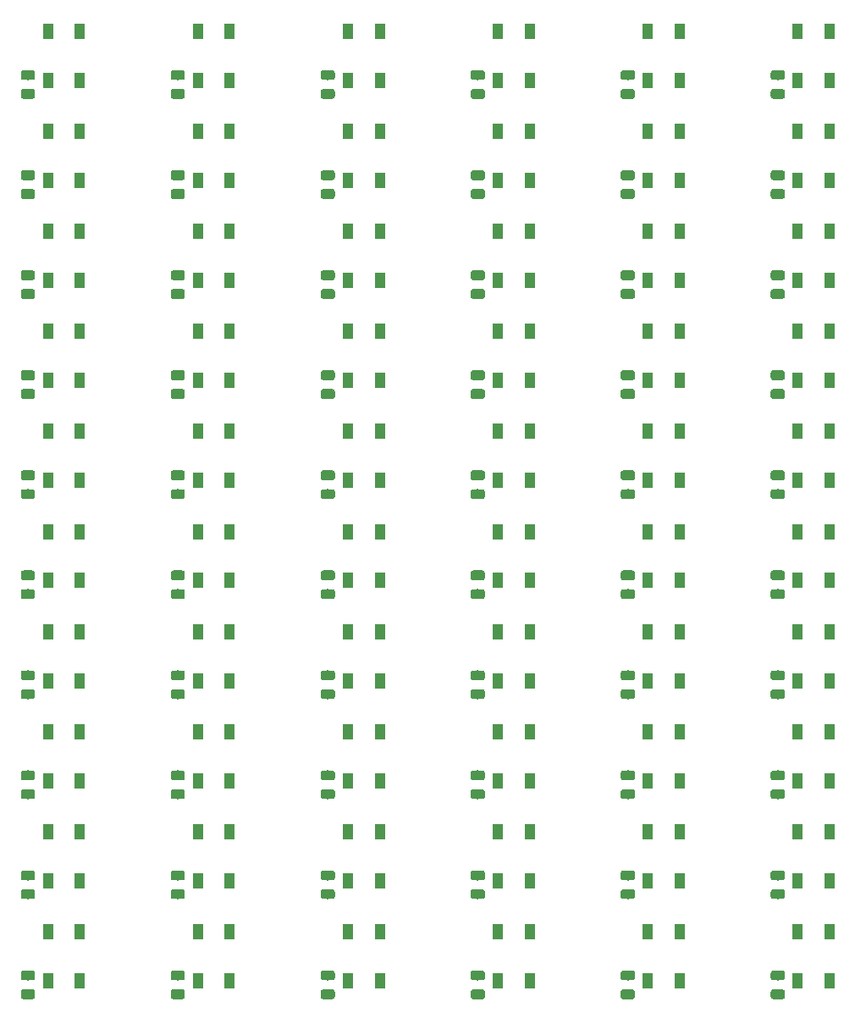
<source format=gbr>
G04 #@! TF.GenerationSoftware,KiCad,Pcbnew,(5.0.2)-1*
G04 #@! TF.CreationDate,2019-05-18T23:42:58-05:00*
G04 #@! TF.ProjectId,pixel_panel,70697865-6c5f-4706-916e-656c2e6b6963,rev?*
G04 #@! TF.SameCoordinates,PX6aae0f0PY2fa8320*
G04 #@! TF.FileFunction,Paste,Top*
G04 #@! TF.FilePolarity,Positive*
%FSLAX46Y46*%
G04 Gerber Fmt 4.6, Leading zero omitted, Abs format (unit mm)*
G04 Created by KiCad (PCBNEW (5.0.2)-1) date 5/18/2019 11:42:58 PM*
%MOMM*%
%LPD*%
G01*
G04 APERTURE LIST*
%ADD10R,1.000000X1.500000*%
%ADD11C,0.100000*%
%ADD12C,0.975000*%
G04 APERTURE END LIST*
D10*
G04 #@! TO.C,D1*
X85900000Y-97450000D03*
X89100000Y-97450000D03*
X85900000Y-92550000D03*
X89100000Y-92550000D03*
G04 #@! TD*
G04 #@! TO.C,D1*
X70900000Y-97450000D03*
X74100000Y-97450000D03*
X70900000Y-92550000D03*
X74100000Y-92550000D03*
G04 #@! TD*
G04 #@! TO.C,D1*
X55900000Y-97450000D03*
X59100000Y-97450000D03*
X55900000Y-92550000D03*
X59100000Y-92550000D03*
G04 #@! TD*
G04 #@! TO.C,D1*
X40900000Y-97450000D03*
X44100000Y-97450000D03*
X40900000Y-92550000D03*
X44100000Y-92550000D03*
G04 #@! TD*
G04 #@! TO.C,D1*
X25900000Y-97450000D03*
X29100000Y-97450000D03*
X25900000Y-92550000D03*
X29100000Y-92550000D03*
G04 #@! TD*
G04 #@! TO.C,D1*
X10900000Y-97450000D03*
X14100000Y-97450000D03*
X10900000Y-92550000D03*
X14100000Y-92550000D03*
G04 #@! TD*
G04 #@! TO.C,D1*
X85900000Y-87450000D03*
X89100000Y-87450000D03*
X85900000Y-82550000D03*
X89100000Y-82550000D03*
G04 #@! TD*
G04 #@! TO.C,D1*
X70900000Y-87450000D03*
X74100000Y-87450000D03*
X70900000Y-82550000D03*
X74100000Y-82550000D03*
G04 #@! TD*
G04 #@! TO.C,D1*
X55900000Y-87450000D03*
X59100000Y-87450000D03*
X55900000Y-82550000D03*
X59100000Y-82550000D03*
G04 #@! TD*
G04 #@! TO.C,D1*
X40900000Y-87450000D03*
X44100000Y-87450000D03*
X40900000Y-82550000D03*
X44100000Y-82550000D03*
G04 #@! TD*
G04 #@! TO.C,D1*
X25900000Y-87450000D03*
X29100000Y-87450000D03*
X25900000Y-82550000D03*
X29100000Y-82550000D03*
G04 #@! TD*
G04 #@! TO.C,D1*
X10900000Y-87450000D03*
X14100000Y-87450000D03*
X10900000Y-82550000D03*
X14100000Y-82550000D03*
G04 #@! TD*
G04 #@! TO.C,D1*
X85900000Y-77450000D03*
X89100000Y-77450000D03*
X85900000Y-72550000D03*
X89100000Y-72550000D03*
G04 #@! TD*
G04 #@! TO.C,D1*
X70900000Y-77450000D03*
X74100000Y-77450000D03*
X70900000Y-72550000D03*
X74100000Y-72550000D03*
G04 #@! TD*
G04 #@! TO.C,D1*
X55900000Y-77450000D03*
X59100000Y-77450000D03*
X55900000Y-72550000D03*
X59100000Y-72550000D03*
G04 #@! TD*
G04 #@! TO.C,D1*
X40900000Y-77450000D03*
X44100000Y-77450000D03*
X40900000Y-72550000D03*
X44100000Y-72550000D03*
G04 #@! TD*
G04 #@! TO.C,D1*
X25900000Y-77450000D03*
X29100000Y-77450000D03*
X25900000Y-72550000D03*
X29100000Y-72550000D03*
G04 #@! TD*
G04 #@! TO.C,D1*
X10900000Y-77450000D03*
X14100000Y-77450000D03*
X10900000Y-72550000D03*
X14100000Y-72550000D03*
G04 #@! TD*
G04 #@! TO.C,D1*
X85900000Y-67450000D03*
X89100000Y-67450000D03*
X85900000Y-62550000D03*
X89100000Y-62550000D03*
G04 #@! TD*
G04 #@! TO.C,D1*
X70900000Y-67450000D03*
X74100000Y-67450000D03*
X70900000Y-62550000D03*
X74100000Y-62550000D03*
G04 #@! TD*
G04 #@! TO.C,D1*
X55900000Y-67450000D03*
X59100000Y-67450000D03*
X55900000Y-62550000D03*
X59100000Y-62550000D03*
G04 #@! TD*
G04 #@! TO.C,D1*
X40900000Y-67450000D03*
X44100000Y-67450000D03*
X40900000Y-62550000D03*
X44100000Y-62550000D03*
G04 #@! TD*
G04 #@! TO.C,D1*
X25900000Y-67450000D03*
X29100000Y-67450000D03*
X25900000Y-62550000D03*
X29100000Y-62550000D03*
G04 #@! TD*
G04 #@! TO.C,D1*
X10900000Y-67450000D03*
X14100000Y-67450000D03*
X10900000Y-62550000D03*
X14100000Y-62550000D03*
G04 #@! TD*
G04 #@! TO.C,D1*
X85900000Y-57450000D03*
X89100000Y-57450000D03*
X85900000Y-52550000D03*
X89100000Y-52550000D03*
G04 #@! TD*
G04 #@! TO.C,D1*
X70900000Y-57450000D03*
X74100000Y-57450000D03*
X70900000Y-52550000D03*
X74100000Y-52550000D03*
G04 #@! TD*
G04 #@! TO.C,D1*
X55900000Y-57450000D03*
X59100000Y-57450000D03*
X55900000Y-52550000D03*
X59100000Y-52550000D03*
G04 #@! TD*
G04 #@! TO.C,D1*
X40900000Y-57450000D03*
X44100000Y-57450000D03*
X40900000Y-52550000D03*
X44100000Y-52550000D03*
G04 #@! TD*
G04 #@! TO.C,D1*
X25900000Y-57450000D03*
X29100000Y-57450000D03*
X25900000Y-52550000D03*
X29100000Y-52550000D03*
G04 #@! TD*
G04 #@! TO.C,D1*
X10900000Y-57450000D03*
X14100000Y-57450000D03*
X10900000Y-52550000D03*
X14100000Y-52550000D03*
G04 #@! TD*
G04 #@! TO.C,D1*
X85900000Y-47450000D03*
X89100000Y-47450000D03*
X85900000Y-42550000D03*
X89100000Y-42550000D03*
G04 #@! TD*
G04 #@! TO.C,D1*
X70900000Y-47450000D03*
X74100000Y-47450000D03*
X70900000Y-42550000D03*
X74100000Y-42550000D03*
G04 #@! TD*
G04 #@! TO.C,D1*
X55900000Y-47450000D03*
X59100000Y-47450000D03*
X55900000Y-42550000D03*
X59100000Y-42550000D03*
G04 #@! TD*
G04 #@! TO.C,D1*
X40900000Y-47450000D03*
X44100000Y-47450000D03*
X40900000Y-42550000D03*
X44100000Y-42550000D03*
G04 #@! TD*
G04 #@! TO.C,D1*
X25900000Y-47450000D03*
X29100000Y-47450000D03*
X25900000Y-42550000D03*
X29100000Y-42550000D03*
G04 #@! TD*
G04 #@! TO.C,D1*
X10900000Y-47450000D03*
X14100000Y-47450000D03*
X10900000Y-42550000D03*
X14100000Y-42550000D03*
G04 #@! TD*
G04 #@! TO.C,D1*
X85900000Y-37450000D03*
X89100000Y-37450000D03*
X85900000Y-32550000D03*
X89100000Y-32550000D03*
G04 #@! TD*
G04 #@! TO.C,D1*
X70900000Y-37450000D03*
X74100000Y-37450000D03*
X70900000Y-32550000D03*
X74100000Y-32550000D03*
G04 #@! TD*
G04 #@! TO.C,D1*
X55900000Y-37450000D03*
X59100000Y-37450000D03*
X55900000Y-32550000D03*
X59100000Y-32550000D03*
G04 #@! TD*
G04 #@! TO.C,D1*
X40900000Y-37450000D03*
X44100000Y-37450000D03*
X40900000Y-32550000D03*
X44100000Y-32550000D03*
G04 #@! TD*
G04 #@! TO.C,D1*
X25900000Y-37450000D03*
X29100000Y-37450000D03*
X25900000Y-32550000D03*
X29100000Y-32550000D03*
G04 #@! TD*
G04 #@! TO.C,D1*
X10900000Y-37450000D03*
X14100000Y-37450000D03*
X10900000Y-32550000D03*
X14100000Y-32550000D03*
G04 #@! TD*
G04 #@! TO.C,D1*
X85900000Y-27450000D03*
X89100000Y-27450000D03*
X85900000Y-22550000D03*
X89100000Y-22550000D03*
G04 #@! TD*
G04 #@! TO.C,D1*
X70900000Y-27450000D03*
X74100000Y-27450000D03*
X70900000Y-22550000D03*
X74100000Y-22550000D03*
G04 #@! TD*
G04 #@! TO.C,D1*
X55900000Y-27450000D03*
X59100000Y-27450000D03*
X55900000Y-22550000D03*
X59100000Y-22550000D03*
G04 #@! TD*
G04 #@! TO.C,D1*
X40900000Y-27450000D03*
X44100000Y-27450000D03*
X40900000Y-22550000D03*
X44100000Y-22550000D03*
G04 #@! TD*
G04 #@! TO.C,D1*
X25900000Y-27450000D03*
X29100000Y-27450000D03*
X25900000Y-22550000D03*
X29100000Y-22550000D03*
G04 #@! TD*
G04 #@! TO.C,D1*
X10900000Y-27450000D03*
X14100000Y-27450000D03*
X10900000Y-22550000D03*
X14100000Y-22550000D03*
G04 #@! TD*
G04 #@! TO.C,D1*
X85900000Y-17450000D03*
X89100000Y-17450000D03*
X85900000Y-12550000D03*
X89100000Y-12550000D03*
G04 #@! TD*
G04 #@! TO.C,D1*
X70900000Y-17450000D03*
X74100000Y-17450000D03*
X70900000Y-12550000D03*
X74100000Y-12550000D03*
G04 #@! TD*
G04 #@! TO.C,D1*
X55900000Y-17450000D03*
X59100000Y-17450000D03*
X55900000Y-12550000D03*
X59100000Y-12550000D03*
G04 #@! TD*
G04 #@! TO.C,D1*
X40900000Y-17450000D03*
X44100000Y-17450000D03*
X40900000Y-12550000D03*
X44100000Y-12550000D03*
G04 #@! TD*
G04 #@! TO.C,D1*
X25900000Y-17450000D03*
X29100000Y-17450000D03*
X25900000Y-12550000D03*
X29100000Y-12550000D03*
G04 #@! TD*
G04 #@! TO.C,D1*
X10900000Y-17450000D03*
X14100000Y-17450000D03*
X10900000Y-12550000D03*
X14100000Y-12550000D03*
G04 #@! TD*
G04 #@! TO.C,D1*
X85900000Y-7450000D03*
X89100000Y-7450000D03*
X85900000Y-2550000D03*
X89100000Y-2550000D03*
G04 #@! TD*
G04 #@! TO.C,D1*
X70900000Y-7450000D03*
X74100000Y-7450000D03*
X70900000Y-2550000D03*
X74100000Y-2550000D03*
G04 #@! TD*
G04 #@! TO.C,D1*
X55900000Y-7450000D03*
X59100000Y-7450000D03*
X55900000Y-2550000D03*
X59100000Y-2550000D03*
G04 #@! TD*
G04 #@! TO.C,D1*
X40900000Y-7450000D03*
X44100000Y-7450000D03*
X40900000Y-2550000D03*
X44100000Y-2550000D03*
G04 #@! TD*
G04 #@! TO.C,D1*
X25900000Y-7450000D03*
X29100000Y-7450000D03*
X25900000Y-2550000D03*
X29100000Y-2550000D03*
G04 #@! TD*
D11*
G04 #@! TO.C,C1*
G36*
X84380142Y-96438674D02*
X84403803Y-96442184D01*
X84427007Y-96447996D01*
X84449529Y-96456054D01*
X84471153Y-96466282D01*
X84491670Y-96478579D01*
X84510883Y-96492829D01*
X84528607Y-96508893D01*
X84544671Y-96526617D01*
X84558921Y-96545830D01*
X84571218Y-96566347D01*
X84581446Y-96587971D01*
X84589504Y-96610493D01*
X84595316Y-96633697D01*
X84598826Y-96657358D01*
X84600000Y-96681250D01*
X84600000Y-97168750D01*
X84598826Y-97192642D01*
X84595316Y-97216303D01*
X84589504Y-97239507D01*
X84581446Y-97262029D01*
X84571218Y-97283653D01*
X84558921Y-97304170D01*
X84544671Y-97323383D01*
X84528607Y-97341107D01*
X84510883Y-97357171D01*
X84491670Y-97371421D01*
X84471153Y-97383718D01*
X84449529Y-97393946D01*
X84427007Y-97402004D01*
X84403803Y-97407816D01*
X84380142Y-97411326D01*
X84356250Y-97412500D01*
X83443750Y-97412500D01*
X83419858Y-97411326D01*
X83396197Y-97407816D01*
X83372993Y-97402004D01*
X83350471Y-97393946D01*
X83328847Y-97383718D01*
X83308330Y-97371421D01*
X83289117Y-97357171D01*
X83271393Y-97341107D01*
X83255329Y-97323383D01*
X83241079Y-97304170D01*
X83228782Y-97283653D01*
X83218554Y-97262029D01*
X83210496Y-97239507D01*
X83204684Y-97216303D01*
X83201174Y-97192642D01*
X83200000Y-97168750D01*
X83200000Y-96681250D01*
X83201174Y-96657358D01*
X83204684Y-96633697D01*
X83210496Y-96610493D01*
X83218554Y-96587971D01*
X83228782Y-96566347D01*
X83241079Y-96545830D01*
X83255329Y-96526617D01*
X83271393Y-96508893D01*
X83289117Y-96492829D01*
X83308330Y-96478579D01*
X83328847Y-96466282D01*
X83350471Y-96456054D01*
X83372993Y-96447996D01*
X83396197Y-96442184D01*
X83419858Y-96438674D01*
X83443750Y-96437500D01*
X84356250Y-96437500D01*
X84380142Y-96438674D01*
X84380142Y-96438674D01*
G37*
D12*
X83900000Y-96925000D03*
D11*
G36*
X84380142Y-98313674D02*
X84403803Y-98317184D01*
X84427007Y-98322996D01*
X84449529Y-98331054D01*
X84471153Y-98341282D01*
X84491670Y-98353579D01*
X84510883Y-98367829D01*
X84528607Y-98383893D01*
X84544671Y-98401617D01*
X84558921Y-98420830D01*
X84571218Y-98441347D01*
X84581446Y-98462971D01*
X84589504Y-98485493D01*
X84595316Y-98508697D01*
X84598826Y-98532358D01*
X84600000Y-98556250D01*
X84600000Y-99043750D01*
X84598826Y-99067642D01*
X84595316Y-99091303D01*
X84589504Y-99114507D01*
X84581446Y-99137029D01*
X84571218Y-99158653D01*
X84558921Y-99179170D01*
X84544671Y-99198383D01*
X84528607Y-99216107D01*
X84510883Y-99232171D01*
X84491670Y-99246421D01*
X84471153Y-99258718D01*
X84449529Y-99268946D01*
X84427007Y-99277004D01*
X84403803Y-99282816D01*
X84380142Y-99286326D01*
X84356250Y-99287500D01*
X83443750Y-99287500D01*
X83419858Y-99286326D01*
X83396197Y-99282816D01*
X83372993Y-99277004D01*
X83350471Y-99268946D01*
X83328847Y-99258718D01*
X83308330Y-99246421D01*
X83289117Y-99232171D01*
X83271393Y-99216107D01*
X83255329Y-99198383D01*
X83241079Y-99179170D01*
X83228782Y-99158653D01*
X83218554Y-99137029D01*
X83210496Y-99114507D01*
X83204684Y-99091303D01*
X83201174Y-99067642D01*
X83200000Y-99043750D01*
X83200000Y-98556250D01*
X83201174Y-98532358D01*
X83204684Y-98508697D01*
X83210496Y-98485493D01*
X83218554Y-98462971D01*
X83228782Y-98441347D01*
X83241079Y-98420830D01*
X83255329Y-98401617D01*
X83271393Y-98383893D01*
X83289117Y-98367829D01*
X83308330Y-98353579D01*
X83328847Y-98341282D01*
X83350471Y-98331054D01*
X83372993Y-98322996D01*
X83396197Y-98317184D01*
X83419858Y-98313674D01*
X83443750Y-98312500D01*
X84356250Y-98312500D01*
X84380142Y-98313674D01*
X84380142Y-98313674D01*
G37*
D12*
X83900000Y-98800000D03*
G04 #@! TD*
D11*
G04 #@! TO.C,C1*
G36*
X69380142Y-96438674D02*
X69403803Y-96442184D01*
X69427007Y-96447996D01*
X69449529Y-96456054D01*
X69471153Y-96466282D01*
X69491670Y-96478579D01*
X69510883Y-96492829D01*
X69528607Y-96508893D01*
X69544671Y-96526617D01*
X69558921Y-96545830D01*
X69571218Y-96566347D01*
X69581446Y-96587971D01*
X69589504Y-96610493D01*
X69595316Y-96633697D01*
X69598826Y-96657358D01*
X69600000Y-96681250D01*
X69600000Y-97168750D01*
X69598826Y-97192642D01*
X69595316Y-97216303D01*
X69589504Y-97239507D01*
X69581446Y-97262029D01*
X69571218Y-97283653D01*
X69558921Y-97304170D01*
X69544671Y-97323383D01*
X69528607Y-97341107D01*
X69510883Y-97357171D01*
X69491670Y-97371421D01*
X69471153Y-97383718D01*
X69449529Y-97393946D01*
X69427007Y-97402004D01*
X69403803Y-97407816D01*
X69380142Y-97411326D01*
X69356250Y-97412500D01*
X68443750Y-97412500D01*
X68419858Y-97411326D01*
X68396197Y-97407816D01*
X68372993Y-97402004D01*
X68350471Y-97393946D01*
X68328847Y-97383718D01*
X68308330Y-97371421D01*
X68289117Y-97357171D01*
X68271393Y-97341107D01*
X68255329Y-97323383D01*
X68241079Y-97304170D01*
X68228782Y-97283653D01*
X68218554Y-97262029D01*
X68210496Y-97239507D01*
X68204684Y-97216303D01*
X68201174Y-97192642D01*
X68200000Y-97168750D01*
X68200000Y-96681250D01*
X68201174Y-96657358D01*
X68204684Y-96633697D01*
X68210496Y-96610493D01*
X68218554Y-96587971D01*
X68228782Y-96566347D01*
X68241079Y-96545830D01*
X68255329Y-96526617D01*
X68271393Y-96508893D01*
X68289117Y-96492829D01*
X68308330Y-96478579D01*
X68328847Y-96466282D01*
X68350471Y-96456054D01*
X68372993Y-96447996D01*
X68396197Y-96442184D01*
X68419858Y-96438674D01*
X68443750Y-96437500D01*
X69356250Y-96437500D01*
X69380142Y-96438674D01*
X69380142Y-96438674D01*
G37*
D12*
X68900000Y-96925000D03*
D11*
G36*
X69380142Y-98313674D02*
X69403803Y-98317184D01*
X69427007Y-98322996D01*
X69449529Y-98331054D01*
X69471153Y-98341282D01*
X69491670Y-98353579D01*
X69510883Y-98367829D01*
X69528607Y-98383893D01*
X69544671Y-98401617D01*
X69558921Y-98420830D01*
X69571218Y-98441347D01*
X69581446Y-98462971D01*
X69589504Y-98485493D01*
X69595316Y-98508697D01*
X69598826Y-98532358D01*
X69600000Y-98556250D01*
X69600000Y-99043750D01*
X69598826Y-99067642D01*
X69595316Y-99091303D01*
X69589504Y-99114507D01*
X69581446Y-99137029D01*
X69571218Y-99158653D01*
X69558921Y-99179170D01*
X69544671Y-99198383D01*
X69528607Y-99216107D01*
X69510883Y-99232171D01*
X69491670Y-99246421D01*
X69471153Y-99258718D01*
X69449529Y-99268946D01*
X69427007Y-99277004D01*
X69403803Y-99282816D01*
X69380142Y-99286326D01*
X69356250Y-99287500D01*
X68443750Y-99287500D01*
X68419858Y-99286326D01*
X68396197Y-99282816D01*
X68372993Y-99277004D01*
X68350471Y-99268946D01*
X68328847Y-99258718D01*
X68308330Y-99246421D01*
X68289117Y-99232171D01*
X68271393Y-99216107D01*
X68255329Y-99198383D01*
X68241079Y-99179170D01*
X68228782Y-99158653D01*
X68218554Y-99137029D01*
X68210496Y-99114507D01*
X68204684Y-99091303D01*
X68201174Y-99067642D01*
X68200000Y-99043750D01*
X68200000Y-98556250D01*
X68201174Y-98532358D01*
X68204684Y-98508697D01*
X68210496Y-98485493D01*
X68218554Y-98462971D01*
X68228782Y-98441347D01*
X68241079Y-98420830D01*
X68255329Y-98401617D01*
X68271393Y-98383893D01*
X68289117Y-98367829D01*
X68308330Y-98353579D01*
X68328847Y-98341282D01*
X68350471Y-98331054D01*
X68372993Y-98322996D01*
X68396197Y-98317184D01*
X68419858Y-98313674D01*
X68443750Y-98312500D01*
X69356250Y-98312500D01*
X69380142Y-98313674D01*
X69380142Y-98313674D01*
G37*
D12*
X68900000Y-98800000D03*
G04 #@! TD*
D11*
G04 #@! TO.C,C1*
G36*
X54380142Y-96438674D02*
X54403803Y-96442184D01*
X54427007Y-96447996D01*
X54449529Y-96456054D01*
X54471153Y-96466282D01*
X54491670Y-96478579D01*
X54510883Y-96492829D01*
X54528607Y-96508893D01*
X54544671Y-96526617D01*
X54558921Y-96545830D01*
X54571218Y-96566347D01*
X54581446Y-96587971D01*
X54589504Y-96610493D01*
X54595316Y-96633697D01*
X54598826Y-96657358D01*
X54600000Y-96681250D01*
X54600000Y-97168750D01*
X54598826Y-97192642D01*
X54595316Y-97216303D01*
X54589504Y-97239507D01*
X54581446Y-97262029D01*
X54571218Y-97283653D01*
X54558921Y-97304170D01*
X54544671Y-97323383D01*
X54528607Y-97341107D01*
X54510883Y-97357171D01*
X54491670Y-97371421D01*
X54471153Y-97383718D01*
X54449529Y-97393946D01*
X54427007Y-97402004D01*
X54403803Y-97407816D01*
X54380142Y-97411326D01*
X54356250Y-97412500D01*
X53443750Y-97412500D01*
X53419858Y-97411326D01*
X53396197Y-97407816D01*
X53372993Y-97402004D01*
X53350471Y-97393946D01*
X53328847Y-97383718D01*
X53308330Y-97371421D01*
X53289117Y-97357171D01*
X53271393Y-97341107D01*
X53255329Y-97323383D01*
X53241079Y-97304170D01*
X53228782Y-97283653D01*
X53218554Y-97262029D01*
X53210496Y-97239507D01*
X53204684Y-97216303D01*
X53201174Y-97192642D01*
X53200000Y-97168750D01*
X53200000Y-96681250D01*
X53201174Y-96657358D01*
X53204684Y-96633697D01*
X53210496Y-96610493D01*
X53218554Y-96587971D01*
X53228782Y-96566347D01*
X53241079Y-96545830D01*
X53255329Y-96526617D01*
X53271393Y-96508893D01*
X53289117Y-96492829D01*
X53308330Y-96478579D01*
X53328847Y-96466282D01*
X53350471Y-96456054D01*
X53372993Y-96447996D01*
X53396197Y-96442184D01*
X53419858Y-96438674D01*
X53443750Y-96437500D01*
X54356250Y-96437500D01*
X54380142Y-96438674D01*
X54380142Y-96438674D01*
G37*
D12*
X53900000Y-96925000D03*
D11*
G36*
X54380142Y-98313674D02*
X54403803Y-98317184D01*
X54427007Y-98322996D01*
X54449529Y-98331054D01*
X54471153Y-98341282D01*
X54491670Y-98353579D01*
X54510883Y-98367829D01*
X54528607Y-98383893D01*
X54544671Y-98401617D01*
X54558921Y-98420830D01*
X54571218Y-98441347D01*
X54581446Y-98462971D01*
X54589504Y-98485493D01*
X54595316Y-98508697D01*
X54598826Y-98532358D01*
X54600000Y-98556250D01*
X54600000Y-99043750D01*
X54598826Y-99067642D01*
X54595316Y-99091303D01*
X54589504Y-99114507D01*
X54581446Y-99137029D01*
X54571218Y-99158653D01*
X54558921Y-99179170D01*
X54544671Y-99198383D01*
X54528607Y-99216107D01*
X54510883Y-99232171D01*
X54491670Y-99246421D01*
X54471153Y-99258718D01*
X54449529Y-99268946D01*
X54427007Y-99277004D01*
X54403803Y-99282816D01*
X54380142Y-99286326D01*
X54356250Y-99287500D01*
X53443750Y-99287500D01*
X53419858Y-99286326D01*
X53396197Y-99282816D01*
X53372993Y-99277004D01*
X53350471Y-99268946D01*
X53328847Y-99258718D01*
X53308330Y-99246421D01*
X53289117Y-99232171D01*
X53271393Y-99216107D01*
X53255329Y-99198383D01*
X53241079Y-99179170D01*
X53228782Y-99158653D01*
X53218554Y-99137029D01*
X53210496Y-99114507D01*
X53204684Y-99091303D01*
X53201174Y-99067642D01*
X53200000Y-99043750D01*
X53200000Y-98556250D01*
X53201174Y-98532358D01*
X53204684Y-98508697D01*
X53210496Y-98485493D01*
X53218554Y-98462971D01*
X53228782Y-98441347D01*
X53241079Y-98420830D01*
X53255329Y-98401617D01*
X53271393Y-98383893D01*
X53289117Y-98367829D01*
X53308330Y-98353579D01*
X53328847Y-98341282D01*
X53350471Y-98331054D01*
X53372993Y-98322996D01*
X53396197Y-98317184D01*
X53419858Y-98313674D01*
X53443750Y-98312500D01*
X54356250Y-98312500D01*
X54380142Y-98313674D01*
X54380142Y-98313674D01*
G37*
D12*
X53900000Y-98800000D03*
G04 #@! TD*
D11*
G04 #@! TO.C,C1*
G36*
X39380142Y-96438674D02*
X39403803Y-96442184D01*
X39427007Y-96447996D01*
X39449529Y-96456054D01*
X39471153Y-96466282D01*
X39491670Y-96478579D01*
X39510883Y-96492829D01*
X39528607Y-96508893D01*
X39544671Y-96526617D01*
X39558921Y-96545830D01*
X39571218Y-96566347D01*
X39581446Y-96587971D01*
X39589504Y-96610493D01*
X39595316Y-96633697D01*
X39598826Y-96657358D01*
X39600000Y-96681250D01*
X39600000Y-97168750D01*
X39598826Y-97192642D01*
X39595316Y-97216303D01*
X39589504Y-97239507D01*
X39581446Y-97262029D01*
X39571218Y-97283653D01*
X39558921Y-97304170D01*
X39544671Y-97323383D01*
X39528607Y-97341107D01*
X39510883Y-97357171D01*
X39491670Y-97371421D01*
X39471153Y-97383718D01*
X39449529Y-97393946D01*
X39427007Y-97402004D01*
X39403803Y-97407816D01*
X39380142Y-97411326D01*
X39356250Y-97412500D01*
X38443750Y-97412500D01*
X38419858Y-97411326D01*
X38396197Y-97407816D01*
X38372993Y-97402004D01*
X38350471Y-97393946D01*
X38328847Y-97383718D01*
X38308330Y-97371421D01*
X38289117Y-97357171D01*
X38271393Y-97341107D01*
X38255329Y-97323383D01*
X38241079Y-97304170D01*
X38228782Y-97283653D01*
X38218554Y-97262029D01*
X38210496Y-97239507D01*
X38204684Y-97216303D01*
X38201174Y-97192642D01*
X38200000Y-97168750D01*
X38200000Y-96681250D01*
X38201174Y-96657358D01*
X38204684Y-96633697D01*
X38210496Y-96610493D01*
X38218554Y-96587971D01*
X38228782Y-96566347D01*
X38241079Y-96545830D01*
X38255329Y-96526617D01*
X38271393Y-96508893D01*
X38289117Y-96492829D01*
X38308330Y-96478579D01*
X38328847Y-96466282D01*
X38350471Y-96456054D01*
X38372993Y-96447996D01*
X38396197Y-96442184D01*
X38419858Y-96438674D01*
X38443750Y-96437500D01*
X39356250Y-96437500D01*
X39380142Y-96438674D01*
X39380142Y-96438674D01*
G37*
D12*
X38900000Y-96925000D03*
D11*
G36*
X39380142Y-98313674D02*
X39403803Y-98317184D01*
X39427007Y-98322996D01*
X39449529Y-98331054D01*
X39471153Y-98341282D01*
X39491670Y-98353579D01*
X39510883Y-98367829D01*
X39528607Y-98383893D01*
X39544671Y-98401617D01*
X39558921Y-98420830D01*
X39571218Y-98441347D01*
X39581446Y-98462971D01*
X39589504Y-98485493D01*
X39595316Y-98508697D01*
X39598826Y-98532358D01*
X39600000Y-98556250D01*
X39600000Y-99043750D01*
X39598826Y-99067642D01*
X39595316Y-99091303D01*
X39589504Y-99114507D01*
X39581446Y-99137029D01*
X39571218Y-99158653D01*
X39558921Y-99179170D01*
X39544671Y-99198383D01*
X39528607Y-99216107D01*
X39510883Y-99232171D01*
X39491670Y-99246421D01*
X39471153Y-99258718D01*
X39449529Y-99268946D01*
X39427007Y-99277004D01*
X39403803Y-99282816D01*
X39380142Y-99286326D01*
X39356250Y-99287500D01*
X38443750Y-99287500D01*
X38419858Y-99286326D01*
X38396197Y-99282816D01*
X38372993Y-99277004D01*
X38350471Y-99268946D01*
X38328847Y-99258718D01*
X38308330Y-99246421D01*
X38289117Y-99232171D01*
X38271393Y-99216107D01*
X38255329Y-99198383D01*
X38241079Y-99179170D01*
X38228782Y-99158653D01*
X38218554Y-99137029D01*
X38210496Y-99114507D01*
X38204684Y-99091303D01*
X38201174Y-99067642D01*
X38200000Y-99043750D01*
X38200000Y-98556250D01*
X38201174Y-98532358D01*
X38204684Y-98508697D01*
X38210496Y-98485493D01*
X38218554Y-98462971D01*
X38228782Y-98441347D01*
X38241079Y-98420830D01*
X38255329Y-98401617D01*
X38271393Y-98383893D01*
X38289117Y-98367829D01*
X38308330Y-98353579D01*
X38328847Y-98341282D01*
X38350471Y-98331054D01*
X38372993Y-98322996D01*
X38396197Y-98317184D01*
X38419858Y-98313674D01*
X38443750Y-98312500D01*
X39356250Y-98312500D01*
X39380142Y-98313674D01*
X39380142Y-98313674D01*
G37*
D12*
X38900000Y-98800000D03*
G04 #@! TD*
D11*
G04 #@! TO.C,C1*
G36*
X24380142Y-96438674D02*
X24403803Y-96442184D01*
X24427007Y-96447996D01*
X24449529Y-96456054D01*
X24471153Y-96466282D01*
X24491670Y-96478579D01*
X24510883Y-96492829D01*
X24528607Y-96508893D01*
X24544671Y-96526617D01*
X24558921Y-96545830D01*
X24571218Y-96566347D01*
X24581446Y-96587971D01*
X24589504Y-96610493D01*
X24595316Y-96633697D01*
X24598826Y-96657358D01*
X24600000Y-96681250D01*
X24600000Y-97168750D01*
X24598826Y-97192642D01*
X24595316Y-97216303D01*
X24589504Y-97239507D01*
X24581446Y-97262029D01*
X24571218Y-97283653D01*
X24558921Y-97304170D01*
X24544671Y-97323383D01*
X24528607Y-97341107D01*
X24510883Y-97357171D01*
X24491670Y-97371421D01*
X24471153Y-97383718D01*
X24449529Y-97393946D01*
X24427007Y-97402004D01*
X24403803Y-97407816D01*
X24380142Y-97411326D01*
X24356250Y-97412500D01*
X23443750Y-97412500D01*
X23419858Y-97411326D01*
X23396197Y-97407816D01*
X23372993Y-97402004D01*
X23350471Y-97393946D01*
X23328847Y-97383718D01*
X23308330Y-97371421D01*
X23289117Y-97357171D01*
X23271393Y-97341107D01*
X23255329Y-97323383D01*
X23241079Y-97304170D01*
X23228782Y-97283653D01*
X23218554Y-97262029D01*
X23210496Y-97239507D01*
X23204684Y-97216303D01*
X23201174Y-97192642D01*
X23200000Y-97168750D01*
X23200000Y-96681250D01*
X23201174Y-96657358D01*
X23204684Y-96633697D01*
X23210496Y-96610493D01*
X23218554Y-96587971D01*
X23228782Y-96566347D01*
X23241079Y-96545830D01*
X23255329Y-96526617D01*
X23271393Y-96508893D01*
X23289117Y-96492829D01*
X23308330Y-96478579D01*
X23328847Y-96466282D01*
X23350471Y-96456054D01*
X23372993Y-96447996D01*
X23396197Y-96442184D01*
X23419858Y-96438674D01*
X23443750Y-96437500D01*
X24356250Y-96437500D01*
X24380142Y-96438674D01*
X24380142Y-96438674D01*
G37*
D12*
X23900000Y-96925000D03*
D11*
G36*
X24380142Y-98313674D02*
X24403803Y-98317184D01*
X24427007Y-98322996D01*
X24449529Y-98331054D01*
X24471153Y-98341282D01*
X24491670Y-98353579D01*
X24510883Y-98367829D01*
X24528607Y-98383893D01*
X24544671Y-98401617D01*
X24558921Y-98420830D01*
X24571218Y-98441347D01*
X24581446Y-98462971D01*
X24589504Y-98485493D01*
X24595316Y-98508697D01*
X24598826Y-98532358D01*
X24600000Y-98556250D01*
X24600000Y-99043750D01*
X24598826Y-99067642D01*
X24595316Y-99091303D01*
X24589504Y-99114507D01*
X24581446Y-99137029D01*
X24571218Y-99158653D01*
X24558921Y-99179170D01*
X24544671Y-99198383D01*
X24528607Y-99216107D01*
X24510883Y-99232171D01*
X24491670Y-99246421D01*
X24471153Y-99258718D01*
X24449529Y-99268946D01*
X24427007Y-99277004D01*
X24403803Y-99282816D01*
X24380142Y-99286326D01*
X24356250Y-99287500D01*
X23443750Y-99287500D01*
X23419858Y-99286326D01*
X23396197Y-99282816D01*
X23372993Y-99277004D01*
X23350471Y-99268946D01*
X23328847Y-99258718D01*
X23308330Y-99246421D01*
X23289117Y-99232171D01*
X23271393Y-99216107D01*
X23255329Y-99198383D01*
X23241079Y-99179170D01*
X23228782Y-99158653D01*
X23218554Y-99137029D01*
X23210496Y-99114507D01*
X23204684Y-99091303D01*
X23201174Y-99067642D01*
X23200000Y-99043750D01*
X23200000Y-98556250D01*
X23201174Y-98532358D01*
X23204684Y-98508697D01*
X23210496Y-98485493D01*
X23218554Y-98462971D01*
X23228782Y-98441347D01*
X23241079Y-98420830D01*
X23255329Y-98401617D01*
X23271393Y-98383893D01*
X23289117Y-98367829D01*
X23308330Y-98353579D01*
X23328847Y-98341282D01*
X23350471Y-98331054D01*
X23372993Y-98322996D01*
X23396197Y-98317184D01*
X23419858Y-98313674D01*
X23443750Y-98312500D01*
X24356250Y-98312500D01*
X24380142Y-98313674D01*
X24380142Y-98313674D01*
G37*
D12*
X23900000Y-98800000D03*
G04 #@! TD*
D11*
G04 #@! TO.C,C1*
G36*
X9380142Y-96438674D02*
X9403803Y-96442184D01*
X9427007Y-96447996D01*
X9449529Y-96456054D01*
X9471153Y-96466282D01*
X9491670Y-96478579D01*
X9510883Y-96492829D01*
X9528607Y-96508893D01*
X9544671Y-96526617D01*
X9558921Y-96545830D01*
X9571218Y-96566347D01*
X9581446Y-96587971D01*
X9589504Y-96610493D01*
X9595316Y-96633697D01*
X9598826Y-96657358D01*
X9600000Y-96681250D01*
X9600000Y-97168750D01*
X9598826Y-97192642D01*
X9595316Y-97216303D01*
X9589504Y-97239507D01*
X9581446Y-97262029D01*
X9571218Y-97283653D01*
X9558921Y-97304170D01*
X9544671Y-97323383D01*
X9528607Y-97341107D01*
X9510883Y-97357171D01*
X9491670Y-97371421D01*
X9471153Y-97383718D01*
X9449529Y-97393946D01*
X9427007Y-97402004D01*
X9403803Y-97407816D01*
X9380142Y-97411326D01*
X9356250Y-97412500D01*
X8443750Y-97412500D01*
X8419858Y-97411326D01*
X8396197Y-97407816D01*
X8372993Y-97402004D01*
X8350471Y-97393946D01*
X8328847Y-97383718D01*
X8308330Y-97371421D01*
X8289117Y-97357171D01*
X8271393Y-97341107D01*
X8255329Y-97323383D01*
X8241079Y-97304170D01*
X8228782Y-97283653D01*
X8218554Y-97262029D01*
X8210496Y-97239507D01*
X8204684Y-97216303D01*
X8201174Y-97192642D01*
X8200000Y-97168750D01*
X8200000Y-96681250D01*
X8201174Y-96657358D01*
X8204684Y-96633697D01*
X8210496Y-96610493D01*
X8218554Y-96587971D01*
X8228782Y-96566347D01*
X8241079Y-96545830D01*
X8255329Y-96526617D01*
X8271393Y-96508893D01*
X8289117Y-96492829D01*
X8308330Y-96478579D01*
X8328847Y-96466282D01*
X8350471Y-96456054D01*
X8372993Y-96447996D01*
X8396197Y-96442184D01*
X8419858Y-96438674D01*
X8443750Y-96437500D01*
X9356250Y-96437500D01*
X9380142Y-96438674D01*
X9380142Y-96438674D01*
G37*
D12*
X8900000Y-96925000D03*
D11*
G36*
X9380142Y-98313674D02*
X9403803Y-98317184D01*
X9427007Y-98322996D01*
X9449529Y-98331054D01*
X9471153Y-98341282D01*
X9491670Y-98353579D01*
X9510883Y-98367829D01*
X9528607Y-98383893D01*
X9544671Y-98401617D01*
X9558921Y-98420830D01*
X9571218Y-98441347D01*
X9581446Y-98462971D01*
X9589504Y-98485493D01*
X9595316Y-98508697D01*
X9598826Y-98532358D01*
X9600000Y-98556250D01*
X9600000Y-99043750D01*
X9598826Y-99067642D01*
X9595316Y-99091303D01*
X9589504Y-99114507D01*
X9581446Y-99137029D01*
X9571218Y-99158653D01*
X9558921Y-99179170D01*
X9544671Y-99198383D01*
X9528607Y-99216107D01*
X9510883Y-99232171D01*
X9491670Y-99246421D01*
X9471153Y-99258718D01*
X9449529Y-99268946D01*
X9427007Y-99277004D01*
X9403803Y-99282816D01*
X9380142Y-99286326D01*
X9356250Y-99287500D01*
X8443750Y-99287500D01*
X8419858Y-99286326D01*
X8396197Y-99282816D01*
X8372993Y-99277004D01*
X8350471Y-99268946D01*
X8328847Y-99258718D01*
X8308330Y-99246421D01*
X8289117Y-99232171D01*
X8271393Y-99216107D01*
X8255329Y-99198383D01*
X8241079Y-99179170D01*
X8228782Y-99158653D01*
X8218554Y-99137029D01*
X8210496Y-99114507D01*
X8204684Y-99091303D01*
X8201174Y-99067642D01*
X8200000Y-99043750D01*
X8200000Y-98556250D01*
X8201174Y-98532358D01*
X8204684Y-98508697D01*
X8210496Y-98485493D01*
X8218554Y-98462971D01*
X8228782Y-98441347D01*
X8241079Y-98420830D01*
X8255329Y-98401617D01*
X8271393Y-98383893D01*
X8289117Y-98367829D01*
X8308330Y-98353579D01*
X8328847Y-98341282D01*
X8350471Y-98331054D01*
X8372993Y-98322996D01*
X8396197Y-98317184D01*
X8419858Y-98313674D01*
X8443750Y-98312500D01*
X9356250Y-98312500D01*
X9380142Y-98313674D01*
X9380142Y-98313674D01*
G37*
D12*
X8900000Y-98800000D03*
G04 #@! TD*
D11*
G04 #@! TO.C,C1*
G36*
X84380142Y-86438674D02*
X84403803Y-86442184D01*
X84427007Y-86447996D01*
X84449529Y-86456054D01*
X84471153Y-86466282D01*
X84491670Y-86478579D01*
X84510883Y-86492829D01*
X84528607Y-86508893D01*
X84544671Y-86526617D01*
X84558921Y-86545830D01*
X84571218Y-86566347D01*
X84581446Y-86587971D01*
X84589504Y-86610493D01*
X84595316Y-86633697D01*
X84598826Y-86657358D01*
X84600000Y-86681250D01*
X84600000Y-87168750D01*
X84598826Y-87192642D01*
X84595316Y-87216303D01*
X84589504Y-87239507D01*
X84581446Y-87262029D01*
X84571218Y-87283653D01*
X84558921Y-87304170D01*
X84544671Y-87323383D01*
X84528607Y-87341107D01*
X84510883Y-87357171D01*
X84491670Y-87371421D01*
X84471153Y-87383718D01*
X84449529Y-87393946D01*
X84427007Y-87402004D01*
X84403803Y-87407816D01*
X84380142Y-87411326D01*
X84356250Y-87412500D01*
X83443750Y-87412500D01*
X83419858Y-87411326D01*
X83396197Y-87407816D01*
X83372993Y-87402004D01*
X83350471Y-87393946D01*
X83328847Y-87383718D01*
X83308330Y-87371421D01*
X83289117Y-87357171D01*
X83271393Y-87341107D01*
X83255329Y-87323383D01*
X83241079Y-87304170D01*
X83228782Y-87283653D01*
X83218554Y-87262029D01*
X83210496Y-87239507D01*
X83204684Y-87216303D01*
X83201174Y-87192642D01*
X83200000Y-87168750D01*
X83200000Y-86681250D01*
X83201174Y-86657358D01*
X83204684Y-86633697D01*
X83210496Y-86610493D01*
X83218554Y-86587971D01*
X83228782Y-86566347D01*
X83241079Y-86545830D01*
X83255329Y-86526617D01*
X83271393Y-86508893D01*
X83289117Y-86492829D01*
X83308330Y-86478579D01*
X83328847Y-86466282D01*
X83350471Y-86456054D01*
X83372993Y-86447996D01*
X83396197Y-86442184D01*
X83419858Y-86438674D01*
X83443750Y-86437500D01*
X84356250Y-86437500D01*
X84380142Y-86438674D01*
X84380142Y-86438674D01*
G37*
D12*
X83900000Y-86925000D03*
D11*
G36*
X84380142Y-88313674D02*
X84403803Y-88317184D01*
X84427007Y-88322996D01*
X84449529Y-88331054D01*
X84471153Y-88341282D01*
X84491670Y-88353579D01*
X84510883Y-88367829D01*
X84528607Y-88383893D01*
X84544671Y-88401617D01*
X84558921Y-88420830D01*
X84571218Y-88441347D01*
X84581446Y-88462971D01*
X84589504Y-88485493D01*
X84595316Y-88508697D01*
X84598826Y-88532358D01*
X84600000Y-88556250D01*
X84600000Y-89043750D01*
X84598826Y-89067642D01*
X84595316Y-89091303D01*
X84589504Y-89114507D01*
X84581446Y-89137029D01*
X84571218Y-89158653D01*
X84558921Y-89179170D01*
X84544671Y-89198383D01*
X84528607Y-89216107D01*
X84510883Y-89232171D01*
X84491670Y-89246421D01*
X84471153Y-89258718D01*
X84449529Y-89268946D01*
X84427007Y-89277004D01*
X84403803Y-89282816D01*
X84380142Y-89286326D01*
X84356250Y-89287500D01*
X83443750Y-89287500D01*
X83419858Y-89286326D01*
X83396197Y-89282816D01*
X83372993Y-89277004D01*
X83350471Y-89268946D01*
X83328847Y-89258718D01*
X83308330Y-89246421D01*
X83289117Y-89232171D01*
X83271393Y-89216107D01*
X83255329Y-89198383D01*
X83241079Y-89179170D01*
X83228782Y-89158653D01*
X83218554Y-89137029D01*
X83210496Y-89114507D01*
X83204684Y-89091303D01*
X83201174Y-89067642D01*
X83200000Y-89043750D01*
X83200000Y-88556250D01*
X83201174Y-88532358D01*
X83204684Y-88508697D01*
X83210496Y-88485493D01*
X83218554Y-88462971D01*
X83228782Y-88441347D01*
X83241079Y-88420830D01*
X83255329Y-88401617D01*
X83271393Y-88383893D01*
X83289117Y-88367829D01*
X83308330Y-88353579D01*
X83328847Y-88341282D01*
X83350471Y-88331054D01*
X83372993Y-88322996D01*
X83396197Y-88317184D01*
X83419858Y-88313674D01*
X83443750Y-88312500D01*
X84356250Y-88312500D01*
X84380142Y-88313674D01*
X84380142Y-88313674D01*
G37*
D12*
X83900000Y-88800000D03*
G04 #@! TD*
D11*
G04 #@! TO.C,C1*
G36*
X69380142Y-86438674D02*
X69403803Y-86442184D01*
X69427007Y-86447996D01*
X69449529Y-86456054D01*
X69471153Y-86466282D01*
X69491670Y-86478579D01*
X69510883Y-86492829D01*
X69528607Y-86508893D01*
X69544671Y-86526617D01*
X69558921Y-86545830D01*
X69571218Y-86566347D01*
X69581446Y-86587971D01*
X69589504Y-86610493D01*
X69595316Y-86633697D01*
X69598826Y-86657358D01*
X69600000Y-86681250D01*
X69600000Y-87168750D01*
X69598826Y-87192642D01*
X69595316Y-87216303D01*
X69589504Y-87239507D01*
X69581446Y-87262029D01*
X69571218Y-87283653D01*
X69558921Y-87304170D01*
X69544671Y-87323383D01*
X69528607Y-87341107D01*
X69510883Y-87357171D01*
X69491670Y-87371421D01*
X69471153Y-87383718D01*
X69449529Y-87393946D01*
X69427007Y-87402004D01*
X69403803Y-87407816D01*
X69380142Y-87411326D01*
X69356250Y-87412500D01*
X68443750Y-87412500D01*
X68419858Y-87411326D01*
X68396197Y-87407816D01*
X68372993Y-87402004D01*
X68350471Y-87393946D01*
X68328847Y-87383718D01*
X68308330Y-87371421D01*
X68289117Y-87357171D01*
X68271393Y-87341107D01*
X68255329Y-87323383D01*
X68241079Y-87304170D01*
X68228782Y-87283653D01*
X68218554Y-87262029D01*
X68210496Y-87239507D01*
X68204684Y-87216303D01*
X68201174Y-87192642D01*
X68200000Y-87168750D01*
X68200000Y-86681250D01*
X68201174Y-86657358D01*
X68204684Y-86633697D01*
X68210496Y-86610493D01*
X68218554Y-86587971D01*
X68228782Y-86566347D01*
X68241079Y-86545830D01*
X68255329Y-86526617D01*
X68271393Y-86508893D01*
X68289117Y-86492829D01*
X68308330Y-86478579D01*
X68328847Y-86466282D01*
X68350471Y-86456054D01*
X68372993Y-86447996D01*
X68396197Y-86442184D01*
X68419858Y-86438674D01*
X68443750Y-86437500D01*
X69356250Y-86437500D01*
X69380142Y-86438674D01*
X69380142Y-86438674D01*
G37*
D12*
X68900000Y-86925000D03*
D11*
G36*
X69380142Y-88313674D02*
X69403803Y-88317184D01*
X69427007Y-88322996D01*
X69449529Y-88331054D01*
X69471153Y-88341282D01*
X69491670Y-88353579D01*
X69510883Y-88367829D01*
X69528607Y-88383893D01*
X69544671Y-88401617D01*
X69558921Y-88420830D01*
X69571218Y-88441347D01*
X69581446Y-88462971D01*
X69589504Y-88485493D01*
X69595316Y-88508697D01*
X69598826Y-88532358D01*
X69600000Y-88556250D01*
X69600000Y-89043750D01*
X69598826Y-89067642D01*
X69595316Y-89091303D01*
X69589504Y-89114507D01*
X69581446Y-89137029D01*
X69571218Y-89158653D01*
X69558921Y-89179170D01*
X69544671Y-89198383D01*
X69528607Y-89216107D01*
X69510883Y-89232171D01*
X69491670Y-89246421D01*
X69471153Y-89258718D01*
X69449529Y-89268946D01*
X69427007Y-89277004D01*
X69403803Y-89282816D01*
X69380142Y-89286326D01*
X69356250Y-89287500D01*
X68443750Y-89287500D01*
X68419858Y-89286326D01*
X68396197Y-89282816D01*
X68372993Y-89277004D01*
X68350471Y-89268946D01*
X68328847Y-89258718D01*
X68308330Y-89246421D01*
X68289117Y-89232171D01*
X68271393Y-89216107D01*
X68255329Y-89198383D01*
X68241079Y-89179170D01*
X68228782Y-89158653D01*
X68218554Y-89137029D01*
X68210496Y-89114507D01*
X68204684Y-89091303D01*
X68201174Y-89067642D01*
X68200000Y-89043750D01*
X68200000Y-88556250D01*
X68201174Y-88532358D01*
X68204684Y-88508697D01*
X68210496Y-88485493D01*
X68218554Y-88462971D01*
X68228782Y-88441347D01*
X68241079Y-88420830D01*
X68255329Y-88401617D01*
X68271393Y-88383893D01*
X68289117Y-88367829D01*
X68308330Y-88353579D01*
X68328847Y-88341282D01*
X68350471Y-88331054D01*
X68372993Y-88322996D01*
X68396197Y-88317184D01*
X68419858Y-88313674D01*
X68443750Y-88312500D01*
X69356250Y-88312500D01*
X69380142Y-88313674D01*
X69380142Y-88313674D01*
G37*
D12*
X68900000Y-88800000D03*
G04 #@! TD*
D11*
G04 #@! TO.C,C1*
G36*
X54380142Y-86438674D02*
X54403803Y-86442184D01*
X54427007Y-86447996D01*
X54449529Y-86456054D01*
X54471153Y-86466282D01*
X54491670Y-86478579D01*
X54510883Y-86492829D01*
X54528607Y-86508893D01*
X54544671Y-86526617D01*
X54558921Y-86545830D01*
X54571218Y-86566347D01*
X54581446Y-86587971D01*
X54589504Y-86610493D01*
X54595316Y-86633697D01*
X54598826Y-86657358D01*
X54600000Y-86681250D01*
X54600000Y-87168750D01*
X54598826Y-87192642D01*
X54595316Y-87216303D01*
X54589504Y-87239507D01*
X54581446Y-87262029D01*
X54571218Y-87283653D01*
X54558921Y-87304170D01*
X54544671Y-87323383D01*
X54528607Y-87341107D01*
X54510883Y-87357171D01*
X54491670Y-87371421D01*
X54471153Y-87383718D01*
X54449529Y-87393946D01*
X54427007Y-87402004D01*
X54403803Y-87407816D01*
X54380142Y-87411326D01*
X54356250Y-87412500D01*
X53443750Y-87412500D01*
X53419858Y-87411326D01*
X53396197Y-87407816D01*
X53372993Y-87402004D01*
X53350471Y-87393946D01*
X53328847Y-87383718D01*
X53308330Y-87371421D01*
X53289117Y-87357171D01*
X53271393Y-87341107D01*
X53255329Y-87323383D01*
X53241079Y-87304170D01*
X53228782Y-87283653D01*
X53218554Y-87262029D01*
X53210496Y-87239507D01*
X53204684Y-87216303D01*
X53201174Y-87192642D01*
X53200000Y-87168750D01*
X53200000Y-86681250D01*
X53201174Y-86657358D01*
X53204684Y-86633697D01*
X53210496Y-86610493D01*
X53218554Y-86587971D01*
X53228782Y-86566347D01*
X53241079Y-86545830D01*
X53255329Y-86526617D01*
X53271393Y-86508893D01*
X53289117Y-86492829D01*
X53308330Y-86478579D01*
X53328847Y-86466282D01*
X53350471Y-86456054D01*
X53372993Y-86447996D01*
X53396197Y-86442184D01*
X53419858Y-86438674D01*
X53443750Y-86437500D01*
X54356250Y-86437500D01*
X54380142Y-86438674D01*
X54380142Y-86438674D01*
G37*
D12*
X53900000Y-86925000D03*
D11*
G36*
X54380142Y-88313674D02*
X54403803Y-88317184D01*
X54427007Y-88322996D01*
X54449529Y-88331054D01*
X54471153Y-88341282D01*
X54491670Y-88353579D01*
X54510883Y-88367829D01*
X54528607Y-88383893D01*
X54544671Y-88401617D01*
X54558921Y-88420830D01*
X54571218Y-88441347D01*
X54581446Y-88462971D01*
X54589504Y-88485493D01*
X54595316Y-88508697D01*
X54598826Y-88532358D01*
X54600000Y-88556250D01*
X54600000Y-89043750D01*
X54598826Y-89067642D01*
X54595316Y-89091303D01*
X54589504Y-89114507D01*
X54581446Y-89137029D01*
X54571218Y-89158653D01*
X54558921Y-89179170D01*
X54544671Y-89198383D01*
X54528607Y-89216107D01*
X54510883Y-89232171D01*
X54491670Y-89246421D01*
X54471153Y-89258718D01*
X54449529Y-89268946D01*
X54427007Y-89277004D01*
X54403803Y-89282816D01*
X54380142Y-89286326D01*
X54356250Y-89287500D01*
X53443750Y-89287500D01*
X53419858Y-89286326D01*
X53396197Y-89282816D01*
X53372993Y-89277004D01*
X53350471Y-89268946D01*
X53328847Y-89258718D01*
X53308330Y-89246421D01*
X53289117Y-89232171D01*
X53271393Y-89216107D01*
X53255329Y-89198383D01*
X53241079Y-89179170D01*
X53228782Y-89158653D01*
X53218554Y-89137029D01*
X53210496Y-89114507D01*
X53204684Y-89091303D01*
X53201174Y-89067642D01*
X53200000Y-89043750D01*
X53200000Y-88556250D01*
X53201174Y-88532358D01*
X53204684Y-88508697D01*
X53210496Y-88485493D01*
X53218554Y-88462971D01*
X53228782Y-88441347D01*
X53241079Y-88420830D01*
X53255329Y-88401617D01*
X53271393Y-88383893D01*
X53289117Y-88367829D01*
X53308330Y-88353579D01*
X53328847Y-88341282D01*
X53350471Y-88331054D01*
X53372993Y-88322996D01*
X53396197Y-88317184D01*
X53419858Y-88313674D01*
X53443750Y-88312500D01*
X54356250Y-88312500D01*
X54380142Y-88313674D01*
X54380142Y-88313674D01*
G37*
D12*
X53900000Y-88800000D03*
G04 #@! TD*
D11*
G04 #@! TO.C,C1*
G36*
X39380142Y-86438674D02*
X39403803Y-86442184D01*
X39427007Y-86447996D01*
X39449529Y-86456054D01*
X39471153Y-86466282D01*
X39491670Y-86478579D01*
X39510883Y-86492829D01*
X39528607Y-86508893D01*
X39544671Y-86526617D01*
X39558921Y-86545830D01*
X39571218Y-86566347D01*
X39581446Y-86587971D01*
X39589504Y-86610493D01*
X39595316Y-86633697D01*
X39598826Y-86657358D01*
X39600000Y-86681250D01*
X39600000Y-87168750D01*
X39598826Y-87192642D01*
X39595316Y-87216303D01*
X39589504Y-87239507D01*
X39581446Y-87262029D01*
X39571218Y-87283653D01*
X39558921Y-87304170D01*
X39544671Y-87323383D01*
X39528607Y-87341107D01*
X39510883Y-87357171D01*
X39491670Y-87371421D01*
X39471153Y-87383718D01*
X39449529Y-87393946D01*
X39427007Y-87402004D01*
X39403803Y-87407816D01*
X39380142Y-87411326D01*
X39356250Y-87412500D01*
X38443750Y-87412500D01*
X38419858Y-87411326D01*
X38396197Y-87407816D01*
X38372993Y-87402004D01*
X38350471Y-87393946D01*
X38328847Y-87383718D01*
X38308330Y-87371421D01*
X38289117Y-87357171D01*
X38271393Y-87341107D01*
X38255329Y-87323383D01*
X38241079Y-87304170D01*
X38228782Y-87283653D01*
X38218554Y-87262029D01*
X38210496Y-87239507D01*
X38204684Y-87216303D01*
X38201174Y-87192642D01*
X38200000Y-87168750D01*
X38200000Y-86681250D01*
X38201174Y-86657358D01*
X38204684Y-86633697D01*
X38210496Y-86610493D01*
X38218554Y-86587971D01*
X38228782Y-86566347D01*
X38241079Y-86545830D01*
X38255329Y-86526617D01*
X38271393Y-86508893D01*
X38289117Y-86492829D01*
X38308330Y-86478579D01*
X38328847Y-86466282D01*
X38350471Y-86456054D01*
X38372993Y-86447996D01*
X38396197Y-86442184D01*
X38419858Y-86438674D01*
X38443750Y-86437500D01*
X39356250Y-86437500D01*
X39380142Y-86438674D01*
X39380142Y-86438674D01*
G37*
D12*
X38900000Y-86925000D03*
D11*
G36*
X39380142Y-88313674D02*
X39403803Y-88317184D01*
X39427007Y-88322996D01*
X39449529Y-88331054D01*
X39471153Y-88341282D01*
X39491670Y-88353579D01*
X39510883Y-88367829D01*
X39528607Y-88383893D01*
X39544671Y-88401617D01*
X39558921Y-88420830D01*
X39571218Y-88441347D01*
X39581446Y-88462971D01*
X39589504Y-88485493D01*
X39595316Y-88508697D01*
X39598826Y-88532358D01*
X39600000Y-88556250D01*
X39600000Y-89043750D01*
X39598826Y-89067642D01*
X39595316Y-89091303D01*
X39589504Y-89114507D01*
X39581446Y-89137029D01*
X39571218Y-89158653D01*
X39558921Y-89179170D01*
X39544671Y-89198383D01*
X39528607Y-89216107D01*
X39510883Y-89232171D01*
X39491670Y-89246421D01*
X39471153Y-89258718D01*
X39449529Y-89268946D01*
X39427007Y-89277004D01*
X39403803Y-89282816D01*
X39380142Y-89286326D01*
X39356250Y-89287500D01*
X38443750Y-89287500D01*
X38419858Y-89286326D01*
X38396197Y-89282816D01*
X38372993Y-89277004D01*
X38350471Y-89268946D01*
X38328847Y-89258718D01*
X38308330Y-89246421D01*
X38289117Y-89232171D01*
X38271393Y-89216107D01*
X38255329Y-89198383D01*
X38241079Y-89179170D01*
X38228782Y-89158653D01*
X38218554Y-89137029D01*
X38210496Y-89114507D01*
X38204684Y-89091303D01*
X38201174Y-89067642D01*
X38200000Y-89043750D01*
X38200000Y-88556250D01*
X38201174Y-88532358D01*
X38204684Y-88508697D01*
X38210496Y-88485493D01*
X38218554Y-88462971D01*
X38228782Y-88441347D01*
X38241079Y-88420830D01*
X38255329Y-88401617D01*
X38271393Y-88383893D01*
X38289117Y-88367829D01*
X38308330Y-88353579D01*
X38328847Y-88341282D01*
X38350471Y-88331054D01*
X38372993Y-88322996D01*
X38396197Y-88317184D01*
X38419858Y-88313674D01*
X38443750Y-88312500D01*
X39356250Y-88312500D01*
X39380142Y-88313674D01*
X39380142Y-88313674D01*
G37*
D12*
X38900000Y-88800000D03*
G04 #@! TD*
D11*
G04 #@! TO.C,C1*
G36*
X24380142Y-86438674D02*
X24403803Y-86442184D01*
X24427007Y-86447996D01*
X24449529Y-86456054D01*
X24471153Y-86466282D01*
X24491670Y-86478579D01*
X24510883Y-86492829D01*
X24528607Y-86508893D01*
X24544671Y-86526617D01*
X24558921Y-86545830D01*
X24571218Y-86566347D01*
X24581446Y-86587971D01*
X24589504Y-86610493D01*
X24595316Y-86633697D01*
X24598826Y-86657358D01*
X24600000Y-86681250D01*
X24600000Y-87168750D01*
X24598826Y-87192642D01*
X24595316Y-87216303D01*
X24589504Y-87239507D01*
X24581446Y-87262029D01*
X24571218Y-87283653D01*
X24558921Y-87304170D01*
X24544671Y-87323383D01*
X24528607Y-87341107D01*
X24510883Y-87357171D01*
X24491670Y-87371421D01*
X24471153Y-87383718D01*
X24449529Y-87393946D01*
X24427007Y-87402004D01*
X24403803Y-87407816D01*
X24380142Y-87411326D01*
X24356250Y-87412500D01*
X23443750Y-87412500D01*
X23419858Y-87411326D01*
X23396197Y-87407816D01*
X23372993Y-87402004D01*
X23350471Y-87393946D01*
X23328847Y-87383718D01*
X23308330Y-87371421D01*
X23289117Y-87357171D01*
X23271393Y-87341107D01*
X23255329Y-87323383D01*
X23241079Y-87304170D01*
X23228782Y-87283653D01*
X23218554Y-87262029D01*
X23210496Y-87239507D01*
X23204684Y-87216303D01*
X23201174Y-87192642D01*
X23200000Y-87168750D01*
X23200000Y-86681250D01*
X23201174Y-86657358D01*
X23204684Y-86633697D01*
X23210496Y-86610493D01*
X23218554Y-86587971D01*
X23228782Y-86566347D01*
X23241079Y-86545830D01*
X23255329Y-86526617D01*
X23271393Y-86508893D01*
X23289117Y-86492829D01*
X23308330Y-86478579D01*
X23328847Y-86466282D01*
X23350471Y-86456054D01*
X23372993Y-86447996D01*
X23396197Y-86442184D01*
X23419858Y-86438674D01*
X23443750Y-86437500D01*
X24356250Y-86437500D01*
X24380142Y-86438674D01*
X24380142Y-86438674D01*
G37*
D12*
X23900000Y-86925000D03*
D11*
G36*
X24380142Y-88313674D02*
X24403803Y-88317184D01*
X24427007Y-88322996D01*
X24449529Y-88331054D01*
X24471153Y-88341282D01*
X24491670Y-88353579D01*
X24510883Y-88367829D01*
X24528607Y-88383893D01*
X24544671Y-88401617D01*
X24558921Y-88420830D01*
X24571218Y-88441347D01*
X24581446Y-88462971D01*
X24589504Y-88485493D01*
X24595316Y-88508697D01*
X24598826Y-88532358D01*
X24600000Y-88556250D01*
X24600000Y-89043750D01*
X24598826Y-89067642D01*
X24595316Y-89091303D01*
X24589504Y-89114507D01*
X24581446Y-89137029D01*
X24571218Y-89158653D01*
X24558921Y-89179170D01*
X24544671Y-89198383D01*
X24528607Y-89216107D01*
X24510883Y-89232171D01*
X24491670Y-89246421D01*
X24471153Y-89258718D01*
X24449529Y-89268946D01*
X24427007Y-89277004D01*
X24403803Y-89282816D01*
X24380142Y-89286326D01*
X24356250Y-89287500D01*
X23443750Y-89287500D01*
X23419858Y-89286326D01*
X23396197Y-89282816D01*
X23372993Y-89277004D01*
X23350471Y-89268946D01*
X23328847Y-89258718D01*
X23308330Y-89246421D01*
X23289117Y-89232171D01*
X23271393Y-89216107D01*
X23255329Y-89198383D01*
X23241079Y-89179170D01*
X23228782Y-89158653D01*
X23218554Y-89137029D01*
X23210496Y-89114507D01*
X23204684Y-89091303D01*
X23201174Y-89067642D01*
X23200000Y-89043750D01*
X23200000Y-88556250D01*
X23201174Y-88532358D01*
X23204684Y-88508697D01*
X23210496Y-88485493D01*
X23218554Y-88462971D01*
X23228782Y-88441347D01*
X23241079Y-88420830D01*
X23255329Y-88401617D01*
X23271393Y-88383893D01*
X23289117Y-88367829D01*
X23308330Y-88353579D01*
X23328847Y-88341282D01*
X23350471Y-88331054D01*
X23372993Y-88322996D01*
X23396197Y-88317184D01*
X23419858Y-88313674D01*
X23443750Y-88312500D01*
X24356250Y-88312500D01*
X24380142Y-88313674D01*
X24380142Y-88313674D01*
G37*
D12*
X23900000Y-88800000D03*
G04 #@! TD*
D11*
G04 #@! TO.C,C1*
G36*
X9380142Y-86438674D02*
X9403803Y-86442184D01*
X9427007Y-86447996D01*
X9449529Y-86456054D01*
X9471153Y-86466282D01*
X9491670Y-86478579D01*
X9510883Y-86492829D01*
X9528607Y-86508893D01*
X9544671Y-86526617D01*
X9558921Y-86545830D01*
X9571218Y-86566347D01*
X9581446Y-86587971D01*
X9589504Y-86610493D01*
X9595316Y-86633697D01*
X9598826Y-86657358D01*
X9600000Y-86681250D01*
X9600000Y-87168750D01*
X9598826Y-87192642D01*
X9595316Y-87216303D01*
X9589504Y-87239507D01*
X9581446Y-87262029D01*
X9571218Y-87283653D01*
X9558921Y-87304170D01*
X9544671Y-87323383D01*
X9528607Y-87341107D01*
X9510883Y-87357171D01*
X9491670Y-87371421D01*
X9471153Y-87383718D01*
X9449529Y-87393946D01*
X9427007Y-87402004D01*
X9403803Y-87407816D01*
X9380142Y-87411326D01*
X9356250Y-87412500D01*
X8443750Y-87412500D01*
X8419858Y-87411326D01*
X8396197Y-87407816D01*
X8372993Y-87402004D01*
X8350471Y-87393946D01*
X8328847Y-87383718D01*
X8308330Y-87371421D01*
X8289117Y-87357171D01*
X8271393Y-87341107D01*
X8255329Y-87323383D01*
X8241079Y-87304170D01*
X8228782Y-87283653D01*
X8218554Y-87262029D01*
X8210496Y-87239507D01*
X8204684Y-87216303D01*
X8201174Y-87192642D01*
X8200000Y-87168750D01*
X8200000Y-86681250D01*
X8201174Y-86657358D01*
X8204684Y-86633697D01*
X8210496Y-86610493D01*
X8218554Y-86587971D01*
X8228782Y-86566347D01*
X8241079Y-86545830D01*
X8255329Y-86526617D01*
X8271393Y-86508893D01*
X8289117Y-86492829D01*
X8308330Y-86478579D01*
X8328847Y-86466282D01*
X8350471Y-86456054D01*
X8372993Y-86447996D01*
X8396197Y-86442184D01*
X8419858Y-86438674D01*
X8443750Y-86437500D01*
X9356250Y-86437500D01*
X9380142Y-86438674D01*
X9380142Y-86438674D01*
G37*
D12*
X8900000Y-86925000D03*
D11*
G36*
X9380142Y-88313674D02*
X9403803Y-88317184D01*
X9427007Y-88322996D01*
X9449529Y-88331054D01*
X9471153Y-88341282D01*
X9491670Y-88353579D01*
X9510883Y-88367829D01*
X9528607Y-88383893D01*
X9544671Y-88401617D01*
X9558921Y-88420830D01*
X9571218Y-88441347D01*
X9581446Y-88462971D01*
X9589504Y-88485493D01*
X9595316Y-88508697D01*
X9598826Y-88532358D01*
X9600000Y-88556250D01*
X9600000Y-89043750D01*
X9598826Y-89067642D01*
X9595316Y-89091303D01*
X9589504Y-89114507D01*
X9581446Y-89137029D01*
X9571218Y-89158653D01*
X9558921Y-89179170D01*
X9544671Y-89198383D01*
X9528607Y-89216107D01*
X9510883Y-89232171D01*
X9491670Y-89246421D01*
X9471153Y-89258718D01*
X9449529Y-89268946D01*
X9427007Y-89277004D01*
X9403803Y-89282816D01*
X9380142Y-89286326D01*
X9356250Y-89287500D01*
X8443750Y-89287500D01*
X8419858Y-89286326D01*
X8396197Y-89282816D01*
X8372993Y-89277004D01*
X8350471Y-89268946D01*
X8328847Y-89258718D01*
X8308330Y-89246421D01*
X8289117Y-89232171D01*
X8271393Y-89216107D01*
X8255329Y-89198383D01*
X8241079Y-89179170D01*
X8228782Y-89158653D01*
X8218554Y-89137029D01*
X8210496Y-89114507D01*
X8204684Y-89091303D01*
X8201174Y-89067642D01*
X8200000Y-89043750D01*
X8200000Y-88556250D01*
X8201174Y-88532358D01*
X8204684Y-88508697D01*
X8210496Y-88485493D01*
X8218554Y-88462971D01*
X8228782Y-88441347D01*
X8241079Y-88420830D01*
X8255329Y-88401617D01*
X8271393Y-88383893D01*
X8289117Y-88367829D01*
X8308330Y-88353579D01*
X8328847Y-88341282D01*
X8350471Y-88331054D01*
X8372993Y-88322996D01*
X8396197Y-88317184D01*
X8419858Y-88313674D01*
X8443750Y-88312500D01*
X9356250Y-88312500D01*
X9380142Y-88313674D01*
X9380142Y-88313674D01*
G37*
D12*
X8900000Y-88800000D03*
G04 #@! TD*
D11*
G04 #@! TO.C,C1*
G36*
X84380142Y-76438674D02*
X84403803Y-76442184D01*
X84427007Y-76447996D01*
X84449529Y-76456054D01*
X84471153Y-76466282D01*
X84491670Y-76478579D01*
X84510883Y-76492829D01*
X84528607Y-76508893D01*
X84544671Y-76526617D01*
X84558921Y-76545830D01*
X84571218Y-76566347D01*
X84581446Y-76587971D01*
X84589504Y-76610493D01*
X84595316Y-76633697D01*
X84598826Y-76657358D01*
X84600000Y-76681250D01*
X84600000Y-77168750D01*
X84598826Y-77192642D01*
X84595316Y-77216303D01*
X84589504Y-77239507D01*
X84581446Y-77262029D01*
X84571218Y-77283653D01*
X84558921Y-77304170D01*
X84544671Y-77323383D01*
X84528607Y-77341107D01*
X84510883Y-77357171D01*
X84491670Y-77371421D01*
X84471153Y-77383718D01*
X84449529Y-77393946D01*
X84427007Y-77402004D01*
X84403803Y-77407816D01*
X84380142Y-77411326D01*
X84356250Y-77412500D01*
X83443750Y-77412500D01*
X83419858Y-77411326D01*
X83396197Y-77407816D01*
X83372993Y-77402004D01*
X83350471Y-77393946D01*
X83328847Y-77383718D01*
X83308330Y-77371421D01*
X83289117Y-77357171D01*
X83271393Y-77341107D01*
X83255329Y-77323383D01*
X83241079Y-77304170D01*
X83228782Y-77283653D01*
X83218554Y-77262029D01*
X83210496Y-77239507D01*
X83204684Y-77216303D01*
X83201174Y-77192642D01*
X83200000Y-77168750D01*
X83200000Y-76681250D01*
X83201174Y-76657358D01*
X83204684Y-76633697D01*
X83210496Y-76610493D01*
X83218554Y-76587971D01*
X83228782Y-76566347D01*
X83241079Y-76545830D01*
X83255329Y-76526617D01*
X83271393Y-76508893D01*
X83289117Y-76492829D01*
X83308330Y-76478579D01*
X83328847Y-76466282D01*
X83350471Y-76456054D01*
X83372993Y-76447996D01*
X83396197Y-76442184D01*
X83419858Y-76438674D01*
X83443750Y-76437500D01*
X84356250Y-76437500D01*
X84380142Y-76438674D01*
X84380142Y-76438674D01*
G37*
D12*
X83900000Y-76925000D03*
D11*
G36*
X84380142Y-78313674D02*
X84403803Y-78317184D01*
X84427007Y-78322996D01*
X84449529Y-78331054D01*
X84471153Y-78341282D01*
X84491670Y-78353579D01*
X84510883Y-78367829D01*
X84528607Y-78383893D01*
X84544671Y-78401617D01*
X84558921Y-78420830D01*
X84571218Y-78441347D01*
X84581446Y-78462971D01*
X84589504Y-78485493D01*
X84595316Y-78508697D01*
X84598826Y-78532358D01*
X84600000Y-78556250D01*
X84600000Y-79043750D01*
X84598826Y-79067642D01*
X84595316Y-79091303D01*
X84589504Y-79114507D01*
X84581446Y-79137029D01*
X84571218Y-79158653D01*
X84558921Y-79179170D01*
X84544671Y-79198383D01*
X84528607Y-79216107D01*
X84510883Y-79232171D01*
X84491670Y-79246421D01*
X84471153Y-79258718D01*
X84449529Y-79268946D01*
X84427007Y-79277004D01*
X84403803Y-79282816D01*
X84380142Y-79286326D01*
X84356250Y-79287500D01*
X83443750Y-79287500D01*
X83419858Y-79286326D01*
X83396197Y-79282816D01*
X83372993Y-79277004D01*
X83350471Y-79268946D01*
X83328847Y-79258718D01*
X83308330Y-79246421D01*
X83289117Y-79232171D01*
X83271393Y-79216107D01*
X83255329Y-79198383D01*
X83241079Y-79179170D01*
X83228782Y-79158653D01*
X83218554Y-79137029D01*
X83210496Y-79114507D01*
X83204684Y-79091303D01*
X83201174Y-79067642D01*
X83200000Y-79043750D01*
X83200000Y-78556250D01*
X83201174Y-78532358D01*
X83204684Y-78508697D01*
X83210496Y-78485493D01*
X83218554Y-78462971D01*
X83228782Y-78441347D01*
X83241079Y-78420830D01*
X83255329Y-78401617D01*
X83271393Y-78383893D01*
X83289117Y-78367829D01*
X83308330Y-78353579D01*
X83328847Y-78341282D01*
X83350471Y-78331054D01*
X83372993Y-78322996D01*
X83396197Y-78317184D01*
X83419858Y-78313674D01*
X83443750Y-78312500D01*
X84356250Y-78312500D01*
X84380142Y-78313674D01*
X84380142Y-78313674D01*
G37*
D12*
X83900000Y-78800000D03*
G04 #@! TD*
D11*
G04 #@! TO.C,C1*
G36*
X69380142Y-76438674D02*
X69403803Y-76442184D01*
X69427007Y-76447996D01*
X69449529Y-76456054D01*
X69471153Y-76466282D01*
X69491670Y-76478579D01*
X69510883Y-76492829D01*
X69528607Y-76508893D01*
X69544671Y-76526617D01*
X69558921Y-76545830D01*
X69571218Y-76566347D01*
X69581446Y-76587971D01*
X69589504Y-76610493D01*
X69595316Y-76633697D01*
X69598826Y-76657358D01*
X69600000Y-76681250D01*
X69600000Y-77168750D01*
X69598826Y-77192642D01*
X69595316Y-77216303D01*
X69589504Y-77239507D01*
X69581446Y-77262029D01*
X69571218Y-77283653D01*
X69558921Y-77304170D01*
X69544671Y-77323383D01*
X69528607Y-77341107D01*
X69510883Y-77357171D01*
X69491670Y-77371421D01*
X69471153Y-77383718D01*
X69449529Y-77393946D01*
X69427007Y-77402004D01*
X69403803Y-77407816D01*
X69380142Y-77411326D01*
X69356250Y-77412500D01*
X68443750Y-77412500D01*
X68419858Y-77411326D01*
X68396197Y-77407816D01*
X68372993Y-77402004D01*
X68350471Y-77393946D01*
X68328847Y-77383718D01*
X68308330Y-77371421D01*
X68289117Y-77357171D01*
X68271393Y-77341107D01*
X68255329Y-77323383D01*
X68241079Y-77304170D01*
X68228782Y-77283653D01*
X68218554Y-77262029D01*
X68210496Y-77239507D01*
X68204684Y-77216303D01*
X68201174Y-77192642D01*
X68200000Y-77168750D01*
X68200000Y-76681250D01*
X68201174Y-76657358D01*
X68204684Y-76633697D01*
X68210496Y-76610493D01*
X68218554Y-76587971D01*
X68228782Y-76566347D01*
X68241079Y-76545830D01*
X68255329Y-76526617D01*
X68271393Y-76508893D01*
X68289117Y-76492829D01*
X68308330Y-76478579D01*
X68328847Y-76466282D01*
X68350471Y-76456054D01*
X68372993Y-76447996D01*
X68396197Y-76442184D01*
X68419858Y-76438674D01*
X68443750Y-76437500D01*
X69356250Y-76437500D01*
X69380142Y-76438674D01*
X69380142Y-76438674D01*
G37*
D12*
X68900000Y-76925000D03*
D11*
G36*
X69380142Y-78313674D02*
X69403803Y-78317184D01*
X69427007Y-78322996D01*
X69449529Y-78331054D01*
X69471153Y-78341282D01*
X69491670Y-78353579D01*
X69510883Y-78367829D01*
X69528607Y-78383893D01*
X69544671Y-78401617D01*
X69558921Y-78420830D01*
X69571218Y-78441347D01*
X69581446Y-78462971D01*
X69589504Y-78485493D01*
X69595316Y-78508697D01*
X69598826Y-78532358D01*
X69600000Y-78556250D01*
X69600000Y-79043750D01*
X69598826Y-79067642D01*
X69595316Y-79091303D01*
X69589504Y-79114507D01*
X69581446Y-79137029D01*
X69571218Y-79158653D01*
X69558921Y-79179170D01*
X69544671Y-79198383D01*
X69528607Y-79216107D01*
X69510883Y-79232171D01*
X69491670Y-79246421D01*
X69471153Y-79258718D01*
X69449529Y-79268946D01*
X69427007Y-79277004D01*
X69403803Y-79282816D01*
X69380142Y-79286326D01*
X69356250Y-79287500D01*
X68443750Y-79287500D01*
X68419858Y-79286326D01*
X68396197Y-79282816D01*
X68372993Y-79277004D01*
X68350471Y-79268946D01*
X68328847Y-79258718D01*
X68308330Y-79246421D01*
X68289117Y-79232171D01*
X68271393Y-79216107D01*
X68255329Y-79198383D01*
X68241079Y-79179170D01*
X68228782Y-79158653D01*
X68218554Y-79137029D01*
X68210496Y-79114507D01*
X68204684Y-79091303D01*
X68201174Y-79067642D01*
X68200000Y-79043750D01*
X68200000Y-78556250D01*
X68201174Y-78532358D01*
X68204684Y-78508697D01*
X68210496Y-78485493D01*
X68218554Y-78462971D01*
X68228782Y-78441347D01*
X68241079Y-78420830D01*
X68255329Y-78401617D01*
X68271393Y-78383893D01*
X68289117Y-78367829D01*
X68308330Y-78353579D01*
X68328847Y-78341282D01*
X68350471Y-78331054D01*
X68372993Y-78322996D01*
X68396197Y-78317184D01*
X68419858Y-78313674D01*
X68443750Y-78312500D01*
X69356250Y-78312500D01*
X69380142Y-78313674D01*
X69380142Y-78313674D01*
G37*
D12*
X68900000Y-78800000D03*
G04 #@! TD*
D11*
G04 #@! TO.C,C1*
G36*
X54380142Y-76438674D02*
X54403803Y-76442184D01*
X54427007Y-76447996D01*
X54449529Y-76456054D01*
X54471153Y-76466282D01*
X54491670Y-76478579D01*
X54510883Y-76492829D01*
X54528607Y-76508893D01*
X54544671Y-76526617D01*
X54558921Y-76545830D01*
X54571218Y-76566347D01*
X54581446Y-76587971D01*
X54589504Y-76610493D01*
X54595316Y-76633697D01*
X54598826Y-76657358D01*
X54600000Y-76681250D01*
X54600000Y-77168750D01*
X54598826Y-77192642D01*
X54595316Y-77216303D01*
X54589504Y-77239507D01*
X54581446Y-77262029D01*
X54571218Y-77283653D01*
X54558921Y-77304170D01*
X54544671Y-77323383D01*
X54528607Y-77341107D01*
X54510883Y-77357171D01*
X54491670Y-77371421D01*
X54471153Y-77383718D01*
X54449529Y-77393946D01*
X54427007Y-77402004D01*
X54403803Y-77407816D01*
X54380142Y-77411326D01*
X54356250Y-77412500D01*
X53443750Y-77412500D01*
X53419858Y-77411326D01*
X53396197Y-77407816D01*
X53372993Y-77402004D01*
X53350471Y-77393946D01*
X53328847Y-77383718D01*
X53308330Y-77371421D01*
X53289117Y-77357171D01*
X53271393Y-77341107D01*
X53255329Y-77323383D01*
X53241079Y-77304170D01*
X53228782Y-77283653D01*
X53218554Y-77262029D01*
X53210496Y-77239507D01*
X53204684Y-77216303D01*
X53201174Y-77192642D01*
X53200000Y-77168750D01*
X53200000Y-76681250D01*
X53201174Y-76657358D01*
X53204684Y-76633697D01*
X53210496Y-76610493D01*
X53218554Y-76587971D01*
X53228782Y-76566347D01*
X53241079Y-76545830D01*
X53255329Y-76526617D01*
X53271393Y-76508893D01*
X53289117Y-76492829D01*
X53308330Y-76478579D01*
X53328847Y-76466282D01*
X53350471Y-76456054D01*
X53372993Y-76447996D01*
X53396197Y-76442184D01*
X53419858Y-76438674D01*
X53443750Y-76437500D01*
X54356250Y-76437500D01*
X54380142Y-76438674D01*
X54380142Y-76438674D01*
G37*
D12*
X53900000Y-76925000D03*
D11*
G36*
X54380142Y-78313674D02*
X54403803Y-78317184D01*
X54427007Y-78322996D01*
X54449529Y-78331054D01*
X54471153Y-78341282D01*
X54491670Y-78353579D01*
X54510883Y-78367829D01*
X54528607Y-78383893D01*
X54544671Y-78401617D01*
X54558921Y-78420830D01*
X54571218Y-78441347D01*
X54581446Y-78462971D01*
X54589504Y-78485493D01*
X54595316Y-78508697D01*
X54598826Y-78532358D01*
X54600000Y-78556250D01*
X54600000Y-79043750D01*
X54598826Y-79067642D01*
X54595316Y-79091303D01*
X54589504Y-79114507D01*
X54581446Y-79137029D01*
X54571218Y-79158653D01*
X54558921Y-79179170D01*
X54544671Y-79198383D01*
X54528607Y-79216107D01*
X54510883Y-79232171D01*
X54491670Y-79246421D01*
X54471153Y-79258718D01*
X54449529Y-79268946D01*
X54427007Y-79277004D01*
X54403803Y-79282816D01*
X54380142Y-79286326D01*
X54356250Y-79287500D01*
X53443750Y-79287500D01*
X53419858Y-79286326D01*
X53396197Y-79282816D01*
X53372993Y-79277004D01*
X53350471Y-79268946D01*
X53328847Y-79258718D01*
X53308330Y-79246421D01*
X53289117Y-79232171D01*
X53271393Y-79216107D01*
X53255329Y-79198383D01*
X53241079Y-79179170D01*
X53228782Y-79158653D01*
X53218554Y-79137029D01*
X53210496Y-79114507D01*
X53204684Y-79091303D01*
X53201174Y-79067642D01*
X53200000Y-79043750D01*
X53200000Y-78556250D01*
X53201174Y-78532358D01*
X53204684Y-78508697D01*
X53210496Y-78485493D01*
X53218554Y-78462971D01*
X53228782Y-78441347D01*
X53241079Y-78420830D01*
X53255329Y-78401617D01*
X53271393Y-78383893D01*
X53289117Y-78367829D01*
X53308330Y-78353579D01*
X53328847Y-78341282D01*
X53350471Y-78331054D01*
X53372993Y-78322996D01*
X53396197Y-78317184D01*
X53419858Y-78313674D01*
X53443750Y-78312500D01*
X54356250Y-78312500D01*
X54380142Y-78313674D01*
X54380142Y-78313674D01*
G37*
D12*
X53900000Y-78800000D03*
G04 #@! TD*
D11*
G04 #@! TO.C,C1*
G36*
X39380142Y-76438674D02*
X39403803Y-76442184D01*
X39427007Y-76447996D01*
X39449529Y-76456054D01*
X39471153Y-76466282D01*
X39491670Y-76478579D01*
X39510883Y-76492829D01*
X39528607Y-76508893D01*
X39544671Y-76526617D01*
X39558921Y-76545830D01*
X39571218Y-76566347D01*
X39581446Y-76587971D01*
X39589504Y-76610493D01*
X39595316Y-76633697D01*
X39598826Y-76657358D01*
X39600000Y-76681250D01*
X39600000Y-77168750D01*
X39598826Y-77192642D01*
X39595316Y-77216303D01*
X39589504Y-77239507D01*
X39581446Y-77262029D01*
X39571218Y-77283653D01*
X39558921Y-77304170D01*
X39544671Y-77323383D01*
X39528607Y-77341107D01*
X39510883Y-77357171D01*
X39491670Y-77371421D01*
X39471153Y-77383718D01*
X39449529Y-77393946D01*
X39427007Y-77402004D01*
X39403803Y-77407816D01*
X39380142Y-77411326D01*
X39356250Y-77412500D01*
X38443750Y-77412500D01*
X38419858Y-77411326D01*
X38396197Y-77407816D01*
X38372993Y-77402004D01*
X38350471Y-77393946D01*
X38328847Y-77383718D01*
X38308330Y-77371421D01*
X38289117Y-77357171D01*
X38271393Y-77341107D01*
X38255329Y-77323383D01*
X38241079Y-77304170D01*
X38228782Y-77283653D01*
X38218554Y-77262029D01*
X38210496Y-77239507D01*
X38204684Y-77216303D01*
X38201174Y-77192642D01*
X38200000Y-77168750D01*
X38200000Y-76681250D01*
X38201174Y-76657358D01*
X38204684Y-76633697D01*
X38210496Y-76610493D01*
X38218554Y-76587971D01*
X38228782Y-76566347D01*
X38241079Y-76545830D01*
X38255329Y-76526617D01*
X38271393Y-76508893D01*
X38289117Y-76492829D01*
X38308330Y-76478579D01*
X38328847Y-76466282D01*
X38350471Y-76456054D01*
X38372993Y-76447996D01*
X38396197Y-76442184D01*
X38419858Y-76438674D01*
X38443750Y-76437500D01*
X39356250Y-76437500D01*
X39380142Y-76438674D01*
X39380142Y-76438674D01*
G37*
D12*
X38900000Y-76925000D03*
D11*
G36*
X39380142Y-78313674D02*
X39403803Y-78317184D01*
X39427007Y-78322996D01*
X39449529Y-78331054D01*
X39471153Y-78341282D01*
X39491670Y-78353579D01*
X39510883Y-78367829D01*
X39528607Y-78383893D01*
X39544671Y-78401617D01*
X39558921Y-78420830D01*
X39571218Y-78441347D01*
X39581446Y-78462971D01*
X39589504Y-78485493D01*
X39595316Y-78508697D01*
X39598826Y-78532358D01*
X39600000Y-78556250D01*
X39600000Y-79043750D01*
X39598826Y-79067642D01*
X39595316Y-79091303D01*
X39589504Y-79114507D01*
X39581446Y-79137029D01*
X39571218Y-79158653D01*
X39558921Y-79179170D01*
X39544671Y-79198383D01*
X39528607Y-79216107D01*
X39510883Y-79232171D01*
X39491670Y-79246421D01*
X39471153Y-79258718D01*
X39449529Y-79268946D01*
X39427007Y-79277004D01*
X39403803Y-79282816D01*
X39380142Y-79286326D01*
X39356250Y-79287500D01*
X38443750Y-79287500D01*
X38419858Y-79286326D01*
X38396197Y-79282816D01*
X38372993Y-79277004D01*
X38350471Y-79268946D01*
X38328847Y-79258718D01*
X38308330Y-79246421D01*
X38289117Y-79232171D01*
X38271393Y-79216107D01*
X38255329Y-79198383D01*
X38241079Y-79179170D01*
X38228782Y-79158653D01*
X38218554Y-79137029D01*
X38210496Y-79114507D01*
X38204684Y-79091303D01*
X38201174Y-79067642D01*
X38200000Y-79043750D01*
X38200000Y-78556250D01*
X38201174Y-78532358D01*
X38204684Y-78508697D01*
X38210496Y-78485493D01*
X38218554Y-78462971D01*
X38228782Y-78441347D01*
X38241079Y-78420830D01*
X38255329Y-78401617D01*
X38271393Y-78383893D01*
X38289117Y-78367829D01*
X38308330Y-78353579D01*
X38328847Y-78341282D01*
X38350471Y-78331054D01*
X38372993Y-78322996D01*
X38396197Y-78317184D01*
X38419858Y-78313674D01*
X38443750Y-78312500D01*
X39356250Y-78312500D01*
X39380142Y-78313674D01*
X39380142Y-78313674D01*
G37*
D12*
X38900000Y-78800000D03*
G04 #@! TD*
D11*
G04 #@! TO.C,C1*
G36*
X24380142Y-76438674D02*
X24403803Y-76442184D01*
X24427007Y-76447996D01*
X24449529Y-76456054D01*
X24471153Y-76466282D01*
X24491670Y-76478579D01*
X24510883Y-76492829D01*
X24528607Y-76508893D01*
X24544671Y-76526617D01*
X24558921Y-76545830D01*
X24571218Y-76566347D01*
X24581446Y-76587971D01*
X24589504Y-76610493D01*
X24595316Y-76633697D01*
X24598826Y-76657358D01*
X24600000Y-76681250D01*
X24600000Y-77168750D01*
X24598826Y-77192642D01*
X24595316Y-77216303D01*
X24589504Y-77239507D01*
X24581446Y-77262029D01*
X24571218Y-77283653D01*
X24558921Y-77304170D01*
X24544671Y-77323383D01*
X24528607Y-77341107D01*
X24510883Y-77357171D01*
X24491670Y-77371421D01*
X24471153Y-77383718D01*
X24449529Y-77393946D01*
X24427007Y-77402004D01*
X24403803Y-77407816D01*
X24380142Y-77411326D01*
X24356250Y-77412500D01*
X23443750Y-77412500D01*
X23419858Y-77411326D01*
X23396197Y-77407816D01*
X23372993Y-77402004D01*
X23350471Y-77393946D01*
X23328847Y-77383718D01*
X23308330Y-77371421D01*
X23289117Y-77357171D01*
X23271393Y-77341107D01*
X23255329Y-77323383D01*
X23241079Y-77304170D01*
X23228782Y-77283653D01*
X23218554Y-77262029D01*
X23210496Y-77239507D01*
X23204684Y-77216303D01*
X23201174Y-77192642D01*
X23200000Y-77168750D01*
X23200000Y-76681250D01*
X23201174Y-76657358D01*
X23204684Y-76633697D01*
X23210496Y-76610493D01*
X23218554Y-76587971D01*
X23228782Y-76566347D01*
X23241079Y-76545830D01*
X23255329Y-76526617D01*
X23271393Y-76508893D01*
X23289117Y-76492829D01*
X23308330Y-76478579D01*
X23328847Y-76466282D01*
X23350471Y-76456054D01*
X23372993Y-76447996D01*
X23396197Y-76442184D01*
X23419858Y-76438674D01*
X23443750Y-76437500D01*
X24356250Y-76437500D01*
X24380142Y-76438674D01*
X24380142Y-76438674D01*
G37*
D12*
X23900000Y-76925000D03*
D11*
G36*
X24380142Y-78313674D02*
X24403803Y-78317184D01*
X24427007Y-78322996D01*
X24449529Y-78331054D01*
X24471153Y-78341282D01*
X24491670Y-78353579D01*
X24510883Y-78367829D01*
X24528607Y-78383893D01*
X24544671Y-78401617D01*
X24558921Y-78420830D01*
X24571218Y-78441347D01*
X24581446Y-78462971D01*
X24589504Y-78485493D01*
X24595316Y-78508697D01*
X24598826Y-78532358D01*
X24600000Y-78556250D01*
X24600000Y-79043750D01*
X24598826Y-79067642D01*
X24595316Y-79091303D01*
X24589504Y-79114507D01*
X24581446Y-79137029D01*
X24571218Y-79158653D01*
X24558921Y-79179170D01*
X24544671Y-79198383D01*
X24528607Y-79216107D01*
X24510883Y-79232171D01*
X24491670Y-79246421D01*
X24471153Y-79258718D01*
X24449529Y-79268946D01*
X24427007Y-79277004D01*
X24403803Y-79282816D01*
X24380142Y-79286326D01*
X24356250Y-79287500D01*
X23443750Y-79287500D01*
X23419858Y-79286326D01*
X23396197Y-79282816D01*
X23372993Y-79277004D01*
X23350471Y-79268946D01*
X23328847Y-79258718D01*
X23308330Y-79246421D01*
X23289117Y-79232171D01*
X23271393Y-79216107D01*
X23255329Y-79198383D01*
X23241079Y-79179170D01*
X23228782Y-79158653D01*
X23218554Y-79137029D01*
X23210496Y-79114507D01*
X23204684Y-79091303D01*
X23201174Y-79067642D01*
X23200000Y-79043750D01*
X23200000Y-78556250D01*
X23201174Y-78532358D01*
X23204684Y-78508697D01*
X23210496Y-78485493D01*
X23218554Y-78462971D01*
X23228782Y-78441347D01*
X23241079Y-78420830D01*
X23255329Y-78401617D01*
X23271393Y-78383893D01*
X23289117Y-78367829D01*
X23308330Y-78353579D01*
X23328847Y-78341282D01*
X23350471Y-78331054D01*
X23372993Y-78322996D01*
X23396197Y-78317184D01*
X23419858Y-78313674D01*
X23443750Y-78312500D01*
X24356250Y-78312500D01*
X24380142Y-78313674D01*
X24380142Y-78313674D01*
G37*
D12*
X23900000Y-78800000D03*
G04 #@! TD*
D11*
G04 #@! TO.C,C1*
G36*
X9380142Y-76438674D02*
X9403803Y-76442184D01*
X9427007Y-76447996D01*
X9449529Y-76456054D01*
X9471153Y-76466282D01*
X9491670Y-76478579D01*
X9510883Y-76492829D01*
X9528607Y-76508893D01*
X9544671Y-76526617D01*
X9558921Y-76545830D01*
X9571218Y-76566347D01*
X9581446Y-76587971D01*
X9589504Y-76610493D01*
X9595316Y-76633697D01*
X9598826Y-76657358D01*
X9600000Y-76681250D01*
X9600000Y-77168750D01*
X9598826Y-77192642D01*
X9595316Y-77216303D01*
X9589504Y-77239507D01*
X9581446Y-77262029D01*
X9571218Y-77283653D01*
X9558921Y-77304170D01*
X9544671Y-77323383D01*
X9528607Y-77341107D01*
X9510883Y-77357171D01*
X9491670Y-77371421D01*
X9471153Y-77383718D01*
X9449529Y-77393946D01*
X9427007Y-77402004D01*
X9403803Y-77407816D01*
X9380142Y-77411326D01*
X9356250Y-77412500D01*
X8443750Y-77412500D01*
X8419858Y-77411326D01*
X8396197Y-77407816D01*
X8372993Y-77402004D01*
X8350471Y-77393946D01*
X8328847Y-77383718D01*
X8308330Y-77371421D01*
X8289117Y-77357171D01*
X8271393Y-77341107D01*
X8255329Y-77323383D01*
X8241079Y-77304170D01*
X8228782Y-77283653D01*
X8218554Y-77262029D01*
X8210496Y-77239507D01*
X8204684Y-77216303D01*
X8201174Y-77192642D01*
X8200000Y-77168750D01*
X8200000Y-76681250D01*
X8201174Y-76657358D01*
X8204684Y-76633697D01*
X8210496Y-76610493D01*
X8218554Y-76587971D01*
X8228782Y-76566347D01*
X8241079Y-76545830D01*
X8255329Y-76526617D01*
X8271393Y-76508893D01*
X8289117Y-76492829D01*
X8308330Y-76478579D01*
X8328847Y-76466282D01*
X8350471Y-76456054D01*
X8372993Y-76447996D01*
X8396197Y-76442184D01*
X8419858Y-76438674D01*
X8443750Y-76437500D01*
X9356250Y-76437500D01*
X9380142Y-76438674D01*
X9380142Y-76438674D01*
G37*
D12*
X8900000Y-76925000D03*
D11*
G36*
X9380142Y-78313674D02*
X9403803Y-78317184D01*
X9427007Y-78322996D01*
X9449529Y-78331054D01*
X9471153Y-78341282D01*
X9491670Y-78353579D01*
X9510883Y-78367829D01*
X9528607Y-78383893D01*
X9544671Y-78401617D01*
X9558921Y-78420830D01*
X9571218Y-78441347D01*
X9581446Y-78462971D01*
X9589504Y-78485493D01*
X9595316Y-78508697D01*
X9598826Y-78532358D01*
X9600000Y-78556250D01*
X9600000Y-79043750D01*
X9598826Y-79067642D01*
X9595316Y-79091303D01*
X9589504Y-79114507D01*
X9581446Y-79137029D01*
X9571218Y-79158653D01*
X9558921Y-79179170D01*
X9544671Y-79198383D01*
X9528607Y-79216107D01*
X9510883Y-79232171D01*
X9491670Y-79246421D01*
X9471153Y-79258718D01*
X9449529Y-79268946D01*
X9427007Y-79277004D01*
X9403803Y-79282816D01*
X9380142Y-79286326D01*
X9356250Y-79287500D01*
X8443750Y-79287500D01*
X8419858Y-79286326D01*
X8396197Y-79282816D01*
X8372993Y-79277004D01*
X8350471Y-79268946D01*
X8328847Y-79258718D01*
X8308330Y-79246421D01*
X8289117Y-79232171D01*
X8271393Y-79216107D01*
X8255329Y-79198383D01*
X8241079Y-79179170D01*
X8228782Y-79158653D01*
X8218554Y-79137029D01*
X8210496Y-79114507D01*
X8204684Y-79091303D01*
X8201174Y-79067642D01*
X8200000Y-79043750D01*
X8200000Y-78556250D01*
X8201174Y-78532358D01*
X8204684Y-78508697D01*
X8210496Y-78485493D01*
X8218554Y-78462971D01*
X8228782Y-78441347D01*
X8241079Y-78420830D01*
X8255329Y-78401617D01*
X8271393Y-78383893D01*
X8289117Y-78367829D01*
X8308330Y-78353579D01*
X8328847Y-78341282D01*
X8350471Y-78331054D01*
X8372993Y-78322996D01*
X8396197Y-78317184D01*
X8419858Y-78313674D01*
X8443750Y-78312500D01*
X9356250Y-78312500D01*
X9380142Y-78313674D01*
X9380142Y-78313674D01*
G37*
D12*
X8900000Y-78800000D03*
G04 #@! TD*
D11*
G04 #@! TO.C,C1*
G36*
X84380142Y-66438674D02*
X84403803Y-66442184D01*
X84427007Y-66447996D01*
X84449529Y-66456054D01*
X84471153Y-66466282D01*
X84491670Y-66478579D01*
X84510883Y-66492829D01*
X84528607Y-66508893D01*
X84544671Y-66526617D01*
X84558921Y-66545830D01*
X84571218Y-66566347D01*
X84581446Y-66587971D01*
X84589504Y-66610493D01*
X84595316Y-66633697D01*
X84598826Y-66657358D01*
X84600000Y-66681250D01*
X84600000Y-67168750D01*
X84598826Y-67192642D01*
X84595316Y-67216303D01*
X84589504Y-67239507D01*
X84581446Y-67262029D01*
X84571218Y-67283653D01*
X84558921Y-67304170D01*
X84544671Y-67323383D01*
X84528607Y-67341107D01*
X84510883Y-67357171D01*
X84491670Y-67371421D01*
X84471153Y-67383718D01*
X84449529Y-67393946D01*
X84427007Y-67402004D01*
X84403803Y-67407816D01*
X84380142Y-67411326D01*
X84356250Y-67412500D01*
X83443750Y-67412500D01*
X83419858Y-67411326D01*
X83396197Y-67407816D01*
X83372993Y-67402004D01*
X83350471Y-67393946D01*
X83328847Y-67383718D01*
X83308330Y-67371421D01*
X83289117Y-67357171D01*
X83271393Y-67341107D01*
X83255329Y-67323383D01*
X83241079Y-67304170D01*
X83228782Y-67283653D01*
X83218554Y-67262029D01*
X83210496Y-67239507D01*
X83204684Y-67216303D01*
X83201174Y-67192642D01*
X83200000Y-67168750D01*
X83200000Y-66681250D01*
X83201174Y-66657358D01*
X83204684Y-66633697D01*
X83210496Y-66610493D01*
X83218554Y-66587971D01*
X83228782Y-66566347D01*
X83241079Y-66545830D01*
X83255329Y-66526617D01*
X83271393Y-66508893D01*
X83289117Y-66492829D01*
X83308330Y-66478579D01*
X83328847Y-66466282D01*
X83350471Y-66456054D01*
X83372993Y-66447996D01*
X83396197Y-66442184D01*
X83419858Y-66438674D01*
X83443750Y-66437500D01*
X84356250Y-66437500D01*
X84380142Y-66438674D01*
X84380142Y-66438674D01*
G37*
D12*
X83900000Y-66925000D03*
D11*
G36*
X84380142Y-68313674D02*
X84403803Y-68317184D01*
X84427007Y-68322996D01*
X84449529Y-68331054D01*
X84471153Y-68341282D01*
X84491670Y-68353579D01*
X84510883Y-68367829D01*
X84528607Y-68383893D01*
X84544671Y-68401617D01*
X84558921Y-68420830D01*
X84571218Y-68441347D01*
X84581446Y-68462971D01*
X84589504Y-68485493D01*
X84595316Y-68508697D01*
X84598826Y-68532358D01*
X84600000Y-68556250D01*
X84600000Y-69043750D01*
X84598826Y-69067642D01*
X84595316Y-69091303D01*
X84589504Y-69114507D01*
X84581446Y-69137029D01*
X84571218Y-69158653D01*
X84558921Y-69179170D01*
X84544671Y-69198383D01*
X84528607Y-69216107D01*
X84510883Y-69232171D01*
X84491670Y-69246421D01*
X84471153Y-69258718D01*
X84449529Y-69268946D01*
X84427007Y-69277004D01*
X84403803Y-69282816D01*
X84380142Y-69286326D01*
X84356250Y-69287500D01*
X83443750Y-69287500D01*
X83419858Y-69286326D01*
X83396197Y-69282816D01*
X83372993Y-69277004D01*
X83350471Y-69268946D01*
X83328847Y-69258718D01*
X83308330Y-69246421D01*
X83289117Y-69232171D01*
X83271393Y-69216107D01*
X83255329Y-69198383D01*
X83241079Y-69179170D01*
X83228782Y-69158653D01*
X83218554Y-69137029D01*
X83210496Y-69114507D01*
X83204684Y-69091303D01*
X83201174Y-69067642D01*
X83200000Y-69043750D01*
X83200000Y-68556250D01*
X83201174Y-68532358D01*
X83204684Y-68508697D01*
X83210496Y-68485493D01*
X83218554Y-68462971D01*
X83228782Y-68441347D01*
X83241079Y-68420830D01*
X83255329Y-68401617D01*
X83271393Y-68383893D01*
X83289117Y-68367829D01*
X83308330Y-68353579D01*
X83328847Y-68341282D01*
X83350471Y-68331054D01*
X83372993Y-68322996D01*
X83396197Y-68317184D01*
X83419858Y-68313674D01*
X83443750Y-68312500D01*
X84356250Y-68312500D01*
X84380142Y-68313674D01*
X84380142Y-68313674D01*
G37*
D12*
X83900000Y-68800000D03*
G04 #@! TD*
D11*
G04 #@! TO.C,C1*
G36*
X69380142Y-66438674D02*
X69403803Y-66442184D01*
X69427007Y-66447996D01*
X69449529Y-66456054D01*
X69471153Y-66466282D01*
X69491670Y-66478579D01*
X69510883Y-66492829D01*
X69528607Y-66508893D01*
X69544671Y-66526617D01*
X69558921Y-66545830D01*
X69571218Y-66566347D01*
X69581446Y-66587971D01*
X69589504Y-66610493D01*
X69595316Y-66633697D01*
X69598826Y-66657358D01*
X69600000Y-66681250D01*
X69600000Y-67168750D01*
X69598826Y-67192642D01*
X69595316Y-67216303D01*
X69589504Y-67239507D01*
X69581446Y-67262029D01*
X69571218Y-67283653D01*
X69558921Y-67304170D01*
X69544671Y-67323383D01*
X69528607Y-67341107D01*
X69510883Y-67357171D01*
X69491670Y-67371421D01*
X69471153Y-67383718D01*
X69449529Y-67393946D01*
X69427007Y-67402004D01*
X69403803Y-67407816D01*
X69380142Y-67411326D01*
X69356250Y-67412500D01*
X68443750Y-67412500D01*
X68419858Y-67411326D01*
X68396197Y-67407816D01*
X68372993Y-67402004D01*
X68350471Y-67393946D01*
X68328847Y-67383718D01*
X68308330Y-67371421D01*
X68289117Y-67357171D01*
X68271393Y-67341107D01*
X68255329Y-67323383D01*
X68241079Y-67304170D01*
X68228782Y-67283653D01*
X68218554Y-67262029D01*
X68210496Y-67239507D01*
X68204684Y-67216303D01*
X68201174Y-67192642D01*
X68200000Y-67168750D01*
X68200000Y-66681250D01*
X68201174Y-66657358D01*
X68204684Y-66633697D01*
X68210496Y-66610493D01*
X68218554Y-66587971D01*
X68228782Y-66566347D01*
X68241079Y-66545830D01*
X68255329Y-66526617D01*
X68271393Y-66508893D01*
X68289117Y-66492829D01*
X68308330Y-66478579D01*
X68328847Y-66466282D01*
X68350471Y-66456054D01*
X68372993Y-66447996D01*
X68396197Y-66442184D01*
X68419858Y-66438674D01*
X68443750Y-66437500D01*
X69356250Y-66437500D01*
X69380142Y-66438674D01*
X69380142Y-66438674D01*
G37*
D12*
X68900000Y-66925000D03*
D11*
G36*
X69380142Y-68313674D02*
X69403803Y-68317184D01*
X69427007Y-68322996D01*
X69449529Y-68331054D01*
X69471153Y-68341282D01*
X69491670Y-68353579D01*
X69510883Y-68367829D01*
X69528607Y-68383893D01*
X69544671Y-68401617D01*
X69558921Y-68420830D01*
X69571218Y-68441347D01*
X69581446Y-68462971D01*
X69589504Y-68485493D01*
X69595316Y-68508697D01*
X69598826Y-68532358D01*
X69600000Y-68556250D01*
X69600000Y-69043750D01*
X69598826Y-69067642D01*
X69595316Y-69091303D01*
X69589504Y-69114507D01*
X69581446Y-69137029D01*
X69571218Y-69158653D01*
X69558921Y-69179170D01*
X69544671Y-69198383D01*
X69528607Y-69216107D01*
X69510883Y-69232171D01*
X69491670Y-69246421D01*
X69471153Y-69258718D01*
X69449529Y-69268946D01*
X69427007Y-69277004D01*
X69403803Y-69282816D01*
X69380142Y-69286326D01*
X69356250Y-69287500D01*
X68443750Y-69287500D01*
X68419858Y-69286326D01*
X68396197Y-69282816D01*
X68372993Y-69277004D01*
X68350471Y-69268946D01*
X68328847Y-69258718D01*
X68308330Y-69246421D01*
X68289117Y-69232171D01*
X68271393Y-69216107D01*
X68255329Y-69198383D01*
X68241079Y-69179170D01*
X68228782Y-69158653D01*
X68218554Y-69137029D01*
X68210496Y-69114507D01*
X68204684Y-69091303D01*
X68201174Y-69067642D01*
X68200000Y-69043750D01*
X68200000Y-68556250D01*
X68201174Y-68532358D01*
X68204684Y-68508697D01*
X68210496Y-68485493D01*
X68218554Y-68462971D01*
X68228782Y-68441347D01*
X68241079Y-68420830D01*
X68255329Y-68401617D01*
X68271393Y-68383893D01*
X68289117Y-68367829D01*
X68308330Y-68353579D01*
X68328847Y-68341282D01*
X68350471Y-68331054D01*
X68372993Y-68322996D01*
X68396197Y-68317184D01*
X68419858Y-68313674D01*
X68443750Y-68312500D01*
X69356250Y-68312500D01*
X69380142Y-68313674D01*
X69380142Y-68313674D01*
G37*
D12*
X68900000Y-68800000D03*
G04 #@! TD*
D11*
G04 #@! TO.C,C1*
G36*
X54380142Y-66438674D02*
X54403803Y-66442184D01*
X54427007Y-66447996D01*
X54449529Y-66456054D01*
X54471153Y-66466282D01*
X54491670Y-66478579D01*
X54510883Y-66492829D01*
X54528607Y-66508893D01*
X54544671Y-66526617D01*
X54558921Y-66545830D01*
X54571218Y-66566347D01*
X54581446Y-66587971D01*
X54589504Y-66610493D01*
X54595316Y-66633697D01*
X54598826Y-66657358D01*
X54600000Y-66681250D01*
X54600000Y-67168750D01*
X54598826Y-67192642D01*
X54595316Y-67216303D01*
X54589504Y-67239507D01*
X54581446Y-67262029D01*
X54571218Y-67283653D01*
X54558921Y-67304170D01*
X54544671Y-67323383D01*
X54528607Y-67341107D01*
X54510883Y-67357171D01*
X54491670Y-67371421D01*
X54471153Y-67383718D01*
X54449529Y-67393946D01*
X54427007Y-67402004D01*
X54403803Y-67407816D01*
X54380142Y-67411326D01*
X54356250Y-67412500D01*
X53443750Y-67412500D01*
X53419858Y-67411326D01*
X53396197Y-67407816D01*
X53372993Y-67402004D01*
X53350471Y-67393946D01*
X53328847Y-67383718D01*
X53308330Y-67371421D01*
X53289117Y-67357171D01*
X53271393Y-67341107D01*
X53255329Y-67323383D01*
X53241079Y-67304170D01*
X53228782Y-67283653D01*
X53218554Y-67262029D01*
X53210496Y-67239507D01*
X53204684Y-67216303D01*
X53201174Y-67192642D01*
X53200000Y-67168750D01*
X53200000Y-66681250D01*
X53201174Y-66657358D01*
X53204684Y-66633697D01*
X53210496Y-66610493D01*
X53218554Y-66587971D01*
X53228782Y-66566347D01*
X53241079Y-66545830D01*
X53255329Y-66526617D01*
X53271393Y-66508893D01*
X53289117Y-66492829D01*
X53308330Y-66478579D01*
X53328847Y-66466282D01*
X53350471Y-66456054D01*
X53372993Y-66447996D01*
X53396197Y-66442184D01*
X53419858Y-66438674D01*
X53443750Y-66437500D01*
X54356250Y-66437500D01*
X54380142Y-66438674D01*
X54380142Y-66438674D01*
G37*
D12*
X53900000Y-66925000D03*
D11*
G36*
X54380142Y-68313674D02*
X54403803Y-68317184D01*
X54427007Y-68322996D01*
X54449529Y-68331054D01*
X54471153Y-68341282D01*
X54491670Y-68353579D01*
X54510883Y-68367829D01*
X54528607Y-68383893D01*
X54544671Y-68401617D01*
X54558921Y-68420830D01*
X54571218Y-68441347D01*
X54581446Y-68462971D01*
X54589504Y-68485493D01*
X54595316Y-68508697D01*
X54598826Y-68532358D01*
X54600000Y-68556250D01*
X54600000Y-69043750D01*
X54598826Y-69067642D01*
X54595316Y-69091303D01*
X54589504Y-69114507D01*
X54581446Y-69137029D01*
X54571218Y-69158653D01*
X54558921Y-69179170D01*
X54544671Y-69198383D01*
X54528607Y-69216107D01*
X54510883Y-69232171D01*
X54491670Y-69246421D01*
X54471153Y-69258718D01*
X54449529Y-69268946D01*
X54427007Y-69277004D01*
X54403803Y-69282816D01*
X54380142Y-69286326D01*
X54356250Y-69287500D01*
X53443750Y-69287500D01*
X53419858Y-69286326D01*
X53396197Y-69282816D01*
X53372993Y-69277004D01*
X53350471Y-69268946D01*
X53328847Y-69258718D01*
X53308330Y-69246421D01*
X53289117Y-69232171D01*
X53271393Y-69216107D01*
X53255329Y-69198383D01*
X53241079Y-69179170D01*
X53228782Y-69158653D01*
X53218554Y-69137029D01*
X53210496Y-69114507D01*
X53204684Y-69091303D01*
X53201174Y-69067642D01*
X53200000Y-69043750D01*
X53200000Y-68556250D01*
X53201174Y-68532358D01*
X53204684Y-68508697D01*
X53210496Y-68485493D01*
X53218554Y-68462971D01*
X53228782Y-68441347D01*
X53241079Y-68420830D01*
X53255329Y-68401617D01*
X53271393Y-68383893D01*
X53289117Y-68367829D01*
X53308330Y-68353579D01*
X53328847Y-68341282D01*
X53350471Y-68331054D01*
X53372993Y-68322996D01*
X53396197Y-68317184D01*
X53419858Y-68313674D01*
X53443750Y-68312500D01*
X54356250Y-68312500D01*
X54380142Y-68313674D01*
X54380142Y-68313674D01*
G37*
D12*
X53900000Y-68800000D03*
G04 #@! TD*
D11*
G04 #@! TO.C,C1*
G36*
X39380142Y-66438674D02*
X39403803Y-66442184D01*
X39427007Y-66447996D01*
X39449529Y-66456054D01*
X39471153Y-66466282D01*
X39491670Y-66478579D01*
X39510883Y-66492829D01*
X39528607Y-66508893D01*
X39544671Y-66526617D01*
X39558921Y-66545830D01*
X39571218Y-66566347D01*
X39581446Y-66587971D01*
X39589504Y-66610493D01*
X39595316Y-66633697D01*
X39598826Y-66657358D01*
X39600000Y-66681250D01*
X39600000Y-67168750D01*
X39598826Y-67192642D01*
X39595316Y-67216303D01*
X39589504Y-67239507D01*
X39581446Y-67262029D01*
X39571218Y-67283653D01*
X39558921Y-67304170D01*
X39544671Y-67323383D01*
X39528607Y-67341107D01*
X39510883Y-67357171D01*
X39491670Y-67371421D01*
X39471153Y-67383718D01*
X39449529Y-67393946D01*
X39427007Y-67402004D01*
X39403803Y-67407816D01*
X39380142Y-67411326D01*
X39356250Y-67412500D01*
X38443750Y-67412500D01*
X38419858Y-67411326D01*
X38396197Y-67407816D01*
X38372993Y-67402004D01*
X38350471Y-67393946D01*
X38328847Y-67383718D01*
X38308330Y-67371421D01*
X38289117Y-67357171D01*
X38271393Y-67341107D01*
X38255329Y-67323383D01*
X38241079Y-67304170D01*
X38228782Y-67283653D01*
X38218554Y-67262029D01*
X38210496Y-67239507D01*
X38204684Y-67216303D01*
X38201174Y-67192642D01*
X38200000Y-67168750D01*
X38200000Y-66681250D01*
X38201174Y-66657358D01*
X38204684Y-66633697D01*
X38210496Y-66610493D01*
X38218554Y-66587971D01*
X38228782Y-66566347D01*
X38241079Y-66545830D01*
X38255329Y-66526617D01*
X38271393Y-66508893D01*
X38289117Y-66492829D01*
X38308330Y-66478579D01*
X38328847Y-66466282D01*
X38350471Y-66456054D01*
X38372993Y-66447996D01*
X38396197Y-66442184D01*
X38419858Y-66438674D01*
X38443750Y-66437500D01*
X39356250Y-66437500D01*
X39380142Y-66438674D01*
X39380142Y-66438674D01*
G37*
D12*
X38900000Y-66925000D03*
D11*
G36*
X39380142Y-68313674D02*
X39403803Y-68317184D01*
X39427007Y-68322996D01*
X39449529Y-68331054D01*
X39471153Y-68341282D01*
X39491670Y-68353579D01*
X39510883Y-68367829D01*
X39528607Y-68383893D01*
X39544671Y-68401617D01*
X39558921Y-68420830D01*
X39571218Y-68441347D01*
X39581446Y-68462971D01*
X39589504Y-68485493D01*
X39595316Y-68508697D01*
X39598826Y-68532358D01*
X39600000Y-68556250D01*
X39600000Y-69043750D01*
X39598826Y-69067642D01*
X39595316Y-69091303D01*
X39589504Y-69114507D01*
X39581446Y-69137029D01*
X39571218Y-69158653D01*
X39558921Y-69179170D01*
X39544671Y-69198383D01*
X39528607Y-69216107D01*
X39510883Y-69232171D01*
X39491670Y-69246421D01*
X39471153Y-69258718D01*
X39449529Y-69268946D01*
X39427007Y-69277004D01*
X39403803Y-69282816D01*
X39380142Y-69286326D01*
X39356250Y-69287500D01*
X38443750Y-69287500D01*
X38419858Y-69286326D01*
X38396197Y-69282816D01*
X38372993Y-69277004D01*
X38350471Y-69268946D01*
X38328847Y-69258718D01*
X38308330Y-69246421D01*
X38289117Y-69232171D01*
X38271393Y-69216107D01*
X38255329Y-69198383D01*
X38241079Y-69179170D01*
X38228782Y-69158653D01*
X38218554Y-69137029D01*
X38210496Y-69114507D01*
X38204684Y-69091303D01*
X38201174Y-69067642D01*
X38200000Y-69043750D01*
X38200000Y-68556250D01*
X38201174Y-68532358D01*
X38204684Y-68508697D01*
X38210496Y-68485493D01*
X38218554Y-68462971D01*
X38228782Y-68441347D01*
X38241079Y-68420830D01*
X38255329Y-68401617D01*
X38271393Y-68383893D01*
X38289117Y-68367829D01*
X38308330Y-68353579D01*
X38328847Y-68341282D01*
X38350471Y-68331054D01*
X38372993Y-68322996D01*
X38396197Y-68317184D01*
X38419858Y-68313674D01*
X38443750Y-68312500D01*
X39356250Y-68312500D01*
X39380142Y-68313674D01*
X39380142Y-68313674D01*
G37*
D12*
X38900000Y-68800000D03*
G04 #@! TD*
D11*
G04 #@! TO.C,C1*
G36*
X24380142Y-66438674D02*
X24403803Y-66442184D01*
X24427007Y-66447996D01*
X24449529Y-66456054D01*
X24471153Y-66466282D01*
X24491670Y-66478579D01*
X24510883Y-66492829D01*
X24528607Y-66508893D01*
X24544671Y-66526617D01*
X24558921Y-66545830D01*
X24571218Y-66566347D01*
X24581446Y-66587971D01*
X24589504Y-66610493D01*
X24595316Y-66633697D01*
X24598826Y-66657358D01*
X24600000Y-66681250D01*
X24600000Y-67168750D01*
X24598826Y-67192642D01*
X24595316Y-67216303D01*
X24589504Y-67239507D01*
X24581446Y-67262029D01*
X24571218Y-67283653D01*
X24558921Y-67304170D01*
X24544671Y-67323383D01*
X24528607Y-67341107D01*
X24510883Y-67357171D01*
X24491670Y-67371421D01*
X24471153Y-67383718D01*
X24449529Y-67393946D01*
X24427007Y-67402004D01*
X24403803Y-67407816D01*
X24380142Y-67411326D01*
X24356250Y-67412500D01*
X23443750Y-67412500D01*
X23419858Y-67411326D01*
X23396197Y-67407816D01*
X23372993Y-67402004D01*
X23350471Y-67393946D01*
X23328847Y-67383718D01*
X23308330Y-67371421D01*
X23289117Y-67357171D01*
X23271393Y-67341107D01*
X23255329Y-67323383D01*
X23241079Y-67304170D01*
X23228782Y-67283653D01*
X23218554Y-67262029D01*
X23210496Y-67239507D01*
X23204684Y-67216303D01*
X23201174Y-67192642D01*
X23200000Y-67168750D01*
X23200000Y-66681250D01*
X23201174Y-66657358D01*
X23204684Y-66633697D01*
X23210496Y-66610493D01*
X23218554Y-66587971D01*
X23228782Y-66566347D01*
X23241079Y-66545830D01*
X23255329Y-66526617D01*
X23271393Y-66508893D01*
X23289117Y-66492829D01*
X23308330Y-66478579D01*
X23328847Y-66466282D01*
X23350471Y-66456054D01*
X23372993Y-66447996D01*
X23396197Y-66442184D01*
X23419858Y-66438674D01*
X23443750Y-66437500D01*
X24356250Y-66437500D01*
X24380142Y-66438674D01*
X24380142Y-66438674D01*
G37*
D12*
X23900000Y-66925000D03*
D11*
G36*
X24380142Y-68313674D02*
X24403803Y-68317184D01*
X24427007Y-68322996D01*
X24449529Y-68331054D01*
X24471153Y-68341282D01*
X24491670Y-68353579D01*
X24510883Y-68367829D01*
X24528607Y-68383893D01*
X24544671Y-68401617D01*
X24558921Y-68420830D01*
X24571218Y-68441347D01*
X24581446Y-68462971D01*
X24589504Y-68485493D01*
X24595316Y-68508697D01*
X24598826Y-68532358D01*
X24600000Y-68556250D01*
X24600000Y-69043750D01*
X24598826Y-69067642D01*
X24595316Y-69091303D01*
X24589504Y-69114507D01*
X24581446Y-69137029D01*
X24571218Y-69158653D01*
X24558921Y-69179170D01*
X24544671Y-69198383D01*
X24528607Y-69216107D01*
X24510883Y-69232171D01*
X24491670Y-69246421D01*
X24471153Y-69258718D01*
X24449529Y-69268946D01*
X24427007Y-69277004D01*
X24403803Y-69282816D01*
X24380142Y-69286326D01*
X24356250Y-69287500D01*
X23443750Y-69287500D01*
X23419858Y-69286326D01*
X23396197Y-69282816D01*
X23372993Y-69277004D01*
X23350471Y-69268946D01*
X23328847Y-69258718D01*
X23308330Y-69246421D01*
X23289117Y-69232171D01*
X23271393Y-69216107D01*
X23255329Y-69198383D01*
X23241079Y-69179170D01*
X23228782Y-69158653D01*
X23218554Y-69137029D01*
X23210496Y-69114507D01*
X23204684Y-69091303D01*
X23201174Y-69067642D01*
X23200000Y-69043750D01*
X23200000Y-68556250D01*
X23201174Y-68532358D01*
X23204684Y-68508697D01*
X23210496Y-68485493D01*
X23218554Y-68462971D01*
X23228782Y-68441347D01*
X23241079Y-68420830D01*
X23255329Y-68401617D01*
X23271393Y-68383893D01*
X23289117Y-68367829D01*
X23308330Y-68353579D01*
X23328847Y-68341282D01*
X23350471Y-68331054D01*
X23372993Y-68322996D01*
X23396197Y-68317184D01*
X23419858Y-68313674D01*
X23443750Y-68312500D01*
X24356250Y-68312500D01*
X24380142Y-68313674D01*
X24380142Y-68313674D01*
G37*
D12*
X23900000Y-68800000D03*
G04 #@! TD*
D11*
G04 #@! TO.C,C1*
G36*
X9380142Y-66438674D02*
X9403803Y-66442184D01*
X9427007Y-66447996D01*
X9449529Y-66456054D01*
X9471153Y-66466282D01*
X9491670Y-66478579D01*
X9510883Y-66492829D01*
X9528607Y-66508893D01*
X9544671Y-66526617D01*
X9558921Y-66545830D01*
X9571218Y-66566347D01*
X9581446Y-66587971D01*
X9589504Y-66610493D01*
X9595316Y-66633697D01*
X9598826Y-66657358D01*
X9600000Y-66681250D01*
X9600000Y-67168750D01*
X9598826Y-67192642D01*
X9595316Y-67216303D01*
X9589504Y-67239507D01*
X9581446Y-67262029D01*
X9571218Y-67283653D01*
X9558921Y-67304170D01*
X9544671Y-67323383D01*
X9528607Y-67341107D01*
X9510883Y-67357171D01*
X9491670Y-67371421D01*
X9471153Y-67383718D01*
X9449529Y-67393946D01*
X9427007Y-67402004D01*
X9403803Y-67407816D01*
X9380142Y-67411326D01*
X9356250Y-67412500D01*
X8443750Y-67412500D01*
X8419858Y-67411326D01*
X8396197Y-67407816D01*
X8372993Y-67402004D01*
X8350471Y-67393946D01*
X8328847Y-67383718D01*
X8308330Y-67371421D01*
X8289117Y-67357171D01*
X8271393Y-67341107D01*
X8255329Y-67323383D01*
X8241079Y-67304170D01*
X8228782Y-67283653D01*
X8218554Y-67262029D01*
X8210496Y-67239507D01*
X8204684Y-67216303D01*
X8201174Y-67192642D01*
X8200000Y-67168750D01*
X8200000Y-66681250D01*
X8201174Y-66657358D01*
X8204684Y-66633697D01*
X8210496Y-66610493D01*
X8218554Y-66587971D01*
X8228782Y-66566347D01*
X8241079Y-66545830D01*
X8255329Y-66526617D01*
X8271393Y-66508893D01*
X8289117Y-66492829D01*
X8308330Y-66478579D01*
X8328847Y-66466282D01*
X8350471Y-66456054D01*
X8372993Y-66447996D01*
X8396197Y-66442184D01*
X8419858Y-66438674D01*
X8443750Y-66437500D01*
X9356250Y-66437500D01*
X9380142Y-66438674D01*
X9380142Y-66438674D01*
G37*
D12*
X8900000Y-66925000D03*
D11*
G36*
X9380142Y-68313674D02*
X9403803Y-68317184D01*
X9427007Y-68322996D01*
X9449529Y-68331054D01*
X9471153Y-68341282D01*
X9491670Y-68353579D01*
X9510883Y-68367829D01*
X9528607Y-68383893D01*
X9544671Y-68401617D01*
X9558921Y-68420830D01*
X9571218Y-68441347D01*
X9581446Y-68462971D01*
X9589504Y-68485493D01*
X9595316Y-68508697D01*
X9598826Y-68532358D01*
X9600000Y-68556250D01*
X9600000Y-69043750D01*
X9598826Y-69067642D01*
X9595316Y-69091303D01*
X9589504Y-69114507D01*
X9581446Y-69137029D01*
X9571218Y-69158653D01*
X9558921Y-69179170D01*
X9544671Y-69198383D01*
X9528607Y-69216107D01*
X9510883Y-69232171D01*
X9491670Y-69246421D01*
X9471153Y-69258718D01*
X9449529Y-69268946D01*
X9427007Y-69277004D01*
X9403803Y-69282816D01*
X9380142Y-69286326D01*
X9356250Y-69287500D01*
X8443750Y-69287500D01*
X8419858Y-69286326D01*
X8396197Y-69282816D01*
X8372993Y-69277004D01*
X8350471Y-69268946D01*
X8328847Y-69258718D01*
X8308330Y-69246421D01*
X8289117Y-69232171D01*
X8271393Y-69216107D01*
X8255329Y-69198383D01*
X8241079Y-69179170D01*
X8228782Y-69158653D01*
X8218554Y-69137029D01*
X8210496Y-69114507D01*
X8204684Y-69091303D01*
X8201174Y-69067642D01*
X8200000Y-69043750D01*
X8200000Y-68556250D01*
X8201174Y-68532358D01*
X8204684Y-68508697D01*
X8210496Y-68485493D01*
X8218554Y-68462971D01*
X8228782Y-68441347D01*
X8241079Y-68420830D01*
X8255329Y-68401617D01*
X8271393Y-68383893D01*
X8289117Y-68367829D01*
X8308330Y-68353579D01*
X8328847Y-68341282D01*
X8350471Y-68331054D01*
X8372993Y-68322996D01*
X8396197Y-68317184D01*
X8419858Y-68313674D01*
X8443750Y-68312500D01*
X9356250Y-68312500D01*
X9380142Y-68313674D01*
X9380142Y-68313674D01*
G37*
D12*
X8900000Y-68800000D03*
G04 #@! TD*
D11*
G04 #@! TO.C,C1*
G36*
X84380142Y-56438674D02*
X84403803Y-56442184D01*
X84427007Y-56447996D01*
X84449529Y-56456054D01*
X84471153Y-56466282D01*
X84491670Y-56478579D01*
X84510883Y-56492829D01*
X84528607Y-56508893D01*
X84544671Y-56526617D01*
X84558921Y-56545830D01*
X84571218Y-56566347D01*
X84581446Y-56587971D01*
X84589504Y-56610493D01*
X84595316Y-56633697D01*
X84598826Y-56657358D01*
X84600000Y-56681250D01*
X84600000Y-57168750D01*
X84598826Y-57192642D01*
X84595316Y-57216303D01*
X84589504Y-57239507D01*
X84581446Y-57262029D01*
X84571218Y-57283653D01*
X84558921Y-57304170D01*
X84544671Y-57323383D01*
X84528607Y-57341107D01*
X84510883Y-57357171D01*
X84491670Y-57371421D01*
X84471153Y-57383718D01*
X84449529Y-57393946D01*
X84427007Y-57402004D01*
X84403803Y-57407816D01*
X84380142Y-57411326D01*
X84356250Y-57412500D01*
X83443750Y-57412500D01*
X83419858Y-57411326D01*
X83396197Y-57407816D01*
X83372993Y-57402004D01*
X83350471Y-57393946D01*
X83328847Y-57383718D01*
X83308330Y-57371421D01*
X83289117Y-57357171D01*
X83271393Y-57341107D01*
X83255329Y-57323383D01*
X83241079Y-57304170D01*
X83228782Y-57283653D01*
X83218554Y-57262029D01*
X83210496Y-57239507D01*
X83204684Y-57216303D01*
X83201174Y-57192642D01*
X83200000Y-57168750D01*
X83200000Y-56681250D01*
X83201174Y-56657358D01*
X83204684Y-56633697D01*
X83210496Y-56610493D01*
X83218554Y-56587971D01*
X83228782Y-56566347D01*
X83241079Y-56545830D01*
X83255329Y-56526617D01*
X83271393Y-56508893D01*
X83289117Y-56492829D01*
X83308330Y-56478579D01*
X83328847Y-56466282D01*
X83350471Y-56456054D01*
X83372993Y-56447996D01*
X83396197Y-56442184D01*
X83419858Y-56438674D01*
X83443750Y-56437500D01*
X84356250Y-56437500D01*
X84380142Y-56438674D01*
X84380142Y-56438674D01*
G37*
D12*
X83900000Y-56925000D03*
D11*
G36*
X84380142Y-58313674D02*
X84403803Y-58317184D01*
X84427007Y-58322996D01*
X84449529Y-58331054D01*
X84471153Y-58341282D01*
X84491670Y-58353579D01*
X84510883Y-58367829D01*
X84528607Y-58383893D01*
X84544671Y-58401617D01*
X84558921Y-58420830D01*
X84571218Y-58441347D01*
X84581446Y-58462971D01*
X84589504Y-58485493D01*
X84595316Y-58508697D01*
X84598826Y-58532358D01*
X84600000Y-58556250D01*
X84600000Y-59043750D01*
X84598826Y-59067642D01*
X84595316Y-59091303D01*
X84589504Y-59114507D01*
X84581446Y-59137029D01*
X84571218Y-59158653D01*
X84558921Y-59179170D01*
X84544671Y-59198383D01*
X84528607Y-59216107D01*
X84510883Y-59232171D01*
X84491670Y-59246421D01*
X84471153Y-59258718D01*
X84449529Y-59268946D01*
X84427007Y-59277004D01*
X84403803Y-59282816D01*
X84380142Y-59286326D01*
X84356250Y-59287500D01*
X83443750Y-59287500D01*
X83419858Y-59286326D01*
X83396197Y-59282816D01*
X83372993Y-59277004D01*
X83350471Y-59268946D01*
X83328847Y-59258718D01*
X83308330Y-59246421D01*
X83289117Y-59232171D01*
X83271393Y-59216107D01*
X83255329Y-59198383D01*
X83241079Y-59179170D01*
X83228782Y-59158653D01*
X83218554Y-59137029D01*
X83210496Y-59114507D01*
X83204684Y-59091303D01*
X83201174Y-59067642D01*
X83200000Y-59043750D01*
X83200000Y-58556250D01*
X83201174Y-58532358D01*
X83204684Y-58508697D01*
X83210496Y-58485493D01*
X83218554Y-58462971D01*
X83228782Y-58441347D01*
X83241079Y-58420830D01*
X83255329Y-58401617D01*
X83271393Y-58383893D01*
X83289117Y-58367829D01*
X83308330Y-58353579D01*
X83328847Y-58341282D01*
X83350471Y-58331054D01*
X83372993Y-58322996D01*
X83396197Y-58317184D01*
X83419858Y-58313674D01*
X83443750Y-58312500D01*
X84356250Y-58312500D01*
X84380142Y-58313674D01*
X84380142Y-58313674D01*
G37*
D12*
X83900000Y-58800000D03*
G04 #@! TD*
D11*
G04 #@! TO.C,C1*
G36*
X69380142Y-56438674D02*
X69403803Y-56442184D01*
X69427007Y-56447996D01*
X69449529Y-56456054D01*
X69471153Y-56466282D01*
X69491670Y-56478579D01*
X69510883Y-56492829D01*
X69528607Y-56508893D01*
X69544671Y-56526617D01*
X69558921Y-56545830D01*
X69571218Y-56566347D01*
X69581446Y-56587971D01*
X69589504Y-56610493D01*
X69595316Y-56633697D01*
X69598826Y-56657358D01*
X69600000Y-56681250D01*
X69600000Y-57168750D01*
X69598826Y-57192642D01*
X69595316Y-57216303D01*
X69589504Y-57239507D01*
X69581446Y-57262029D01*
X69571218Y-57283653D01*
X69558921Y-57304170D01*
X69544671Y-57323383D01*
X69528607Y-57341107D01*
X69510883Y-57357171D01*
X69491670Y-57371421D01*
X69471153Y-57383718D01*
X69449529Y-57393946D01*
X69427007Y-57402004D01*
X69403803Y-57407816D01*
X69380142Y-57411326D01*
X69356250Y-57412500D01*
X68443750Y-57412500D01*
X68419858Y-57411326D01*
X68396197Y-57407816D01*
X68372993Y-57402004D01*
X68350471Y-57393946D01*
X68328847Y-57383718D01*
X68308330Y-57371421D01*
X68289117Y-57357171D01*
X68271393Y-57341107D01*
X68255329Y-57323383D01*
X68241079Y-57304170D01*
X68228782Y-57283653D01*
X68218554Y-57262029D01*
X68210496Y-57239507D01*
X68204684Y-57216303D01*
X68201174Y-57192642D01*
X68200000Y-57168750D01*
X68200000Y-56681250D01*
X68201174Y-56657358D01*
X68204684Y-56633697D01*
X68210496Y-56610493D01*
X68218554Y-56587971D01*
X68228782Y-56566347D01*
X68241079Y-56545830D01*
X68255329Y-56526617D01*
X68271393Y-56508893D01*
X68289117Y-56492829D01*
X68308330Y-56478579D01*
X68328847Y-56466282D01*
X68350471Y-56456054D01*
X68372993Y-56447996D01*
X68396197Y-56442184D01*
X68419858Y-56438674D01*
X68443750Y-56437500D01*
X69356250Y-56437500D01*
X69380142Y-56438674D01*
X69380142Y-56438674D01*
G37*
D12*
X68900000Y-56925000D03*
D11*
G36*
X69380142Y-58313674D02*
X69403803Y-58317184D01*
X69427007Y-58322996D01*
X69449529Y-58331054D01*
X69471153Y-58341282D01*
X69491670Y-58353579D01*
X69510883Y-58367829D01*
X69528607Y-58383893D01*
X69544671Y-58401617D01*
X69558921Y-58420830D01*
X69571218Y-58441347D01*
X69581446Y-58462971D01*
X69589504Y-58485493D01*
X69595316Y-58508697D01*
X69598826Y-58532358D01*
X69600000Y-58556250D01*
X69600000Y-59043750D01*
X69598826Y-59067642D01*
X69595316Y-59091303D01*
X69589504Y-59114507D01*
X69581446Y-59137029D01*
X69571218Y-59158653D01*
X69558921Y-59179170D01*
X69544671Y-59198383D01*
X69528607Y-59216107D01*
X69510883Y-59232171D01*
X69491670Y-59246421D01*
X69471153Y-59258718D01*
X69449529Y-59268946D01*
X69427007Y-59277004D01*
X69403803Y-59282816D01*
X69380142Y-59286326D01*
X69356250Y-59287500D01*
X68443750Y-59287500D01*
X68419858Y-59286326D01*
X68396197Y-59282816D01*
X68372993Y-59277004D01*
X68350471Y-59268946D01*
X68328847Y-59258718D01*
X68308330Y-59246421D01*
X68289117Y-59232171D01*
X68271393Y-59216107D01*
X68255329Y-59198383D01*
X68241079Y-59179170D01*
X68228782Y-59158653D01*
X68218554Y-59137029D01*
X68210496Y-59114507D01*
X68204684Y-59091303D01*
X68201174Y-59067642D01*
X68200000Y-59043750D01*
X68200000Y-58556250D01*
X68201174Y-58532358D01*
X68204684Y-58508697D01*
X68210496Y-58485493D01*
X68218554Y-58462971D01*
X68228782Y-58441347D01*
X68241079Y-58420830D01*
X68255329Y-58401617D01*
X68271393Y-58383893D01*
X68289117Y-58367829D01*
X68308330Y-58353579D01*
X68328847Y-58341282D01*
X68350471Y-58331054D01*
X68372993Y-58322996D01*
X68396197Y-58317184D01*
X68419858Y-58313674D01*
X68443750Y-58312500D01*
X69356250Y-58312500D01*
X69380142Y-58313674D01*
X69380142Y-58313674D01*
G37*
D12*
X68900000Y-58800000D03*
G04 #@! TD*
D11*
G04 #@! TO.C,C1*
G36*
X54380142Y-56438674D02*
X54403803Y-56442184D01*
X54427007Y-56447996D01*
X54449529Y-56456054D01*
X54471153Y-56466282D01*
X54491670Y-56478579D01*
X54510883Y-56492829D01*
X54528607Y-56508893D01*
X54544671Y-56526617D01*
X54558921Y-56545830D01*
X54571218Y-56566347D01*
X54581446Y-56587971D01*
X54589504Y-56610493D01*
X54595316Y-56633697D01*
X54598826Y-56657358D01*
X54600000Y-56681250D01*
X54600000Y-57168750D01*
X54598826Y-57192642D01*
X54595316Y-57216303D01*
X54589504Y-57239507D01*
X54581446Y-57262029D01*
X54571218Y-57283653D01*
X54558921Y-57304170D01*
X54544671Y-57323383D01*
X54528607Y-57341107D01*
X54510883Y-57357171D01*
X54491670Y-57371421D01*
X54471153Y-57383718D01*
X54449529Y-57393946D01*
X54427007Y-57402004D01*
X54403803Y-57407816D01*
X54380142Y-57411326D01*
X54356250Y-57412500D01*
X53443750Y-57412500D01*
X53419858Y-57411326D01*
X53396197Y-57407816D01*
X53372993Y-57402004D01*
X53350471Y-57393946D01*
X53328847Y-57383718D01*
X53308330Y-57371421D01*
X53289117Y-57357171D01*
X53271393Y-57341107D01*
X53255329Y-57323383D01*
X53241079Y-57304170D01*
X53228782Y-57283653D01*
X53218554Y-57262029D01*
X53210496Y-57239507D01*
X53204684Y-57216303D01*
X53201174Y-57192642D01*
X53200000Y-57168750D01*
X53200000Y-56681250D01*
X53201174Y-56657358D01*
X53204684Y-56633697D01*
X53210496Y-56610493D01*
X53218554Y-56587971D01*
X53228782Y-56566347D01*
X53241079Y-56545830D01*
X53255329Y-56526617D01*
X53271393Y-56508893D01*
X53289117Y-56492829D01*
X53308330Y-56478579D01*
X53328847Y-56466282D01*
X53350471Y-56456054D01*
X53372993Y-56447996D01*
X53396197Y-56442184D01*
X53419858Y-56438674D01*
X53443750Y-56437500D01*
X54356250Y-56437500D01*
X54380142Y-56438674D01*
X54380142Y-56438674D01*
G37*
D12*
X53900000Y-56925000D03*
D11*
G36*
X54380142Y-58313674D02*
X54403803Y-58317184D01*
X54427007Y-58322996D01*
X54449529Y-58331054D01*
X54471153Y-58341282D01*
X54491670Y-58353579D01*
X54510883Y-58367829D01*
X54528607Y-58383893D01*
X54544671Y-58401617D01*
X54558921Y-58420830D01*
X54571218Y-58441347D01*
X54581446Y-58462971D01*
X54589504Y-58485493D01*
X54595316Y-58508697D01*
X54598826Y-58532358D01*
X54600000Y-58556250D01*
X54600000Y-59043750D01*
X54598826Y-59067642D01*
X54595316Y-59091303D01*
X54589504Y-59114507D01*
X54581446Y-59137029D01*
X54571218Y-59158653D01*
X54558921Y-59179170D01*
X54544671Y-59198383D01*
X54528607Y-59216107D01*
X54510883Y-59232171D01*
X54491670Y-59246421D01*
X54471153Y-59258718D01*
X54449529Y-59268946D01*
X54427007Y-59277004D01*
X54403803Y-59282816D01*
X54380142Y-59286326D01*
X54356250Y-59287500D01*
X53443750Y-59287500D01*
X53419858Y-59286326D01*
X53396197Y-59282816D01*
X53372993Y-59277004D01*
X53350471Y-59268946D01*
X53328847Y-59258718D01*
X53308330Y-59246421D01*
X53289117Y-59232171D01*
X53271393Y-59216107D01*
X53255329Y-59198383D01*
X53241079Y-59179170D01*
X53228782Y-59158653D01*
X53218554Y-59137029D01*
X53210496Y-59114507D01*
X53204684Y-59091303D01*
X53201174Y-59067642D01*
X53200000Y-59043750D01*
X53200000Y-58556250D01*
X53201174Y-58532358D01*
X53204684Y-58508697D01*
X53210496Y-58485493D01*
X53218554Y-58462971D01*
X53228782Y-58441347D01*
X53241079Y-58420830D01*
X53255329Y-58401617D01*
X53271393Y-58383893D01*
X53289117Y-58367829D01*
X53308330Y-58353579D01*
X53328847Y-58341282D01*
X53350471Y-58331054D01*
X53372993Y-58322996D01*
X53396197Y-58317184D01*
X53419858Y-58313674D01*
X53443750Y-58312500D01*
X54356250Y-58312500D01*
X54380142Y-58313674D01*
X54380142Y-58313674D01*
G37*
D12*
X53900000Y-58800000D03*
G04 #@! TD*
D11*
G04 #@! TO.C,C1*
G36*
X39380142Y-56438674D02*
X39403803Y-56442184D01*
X39427007Y-56447996D01*
X39449529Y-56456054D01*
X39471153Y-56466282D01*
X39491670Y-56478579D01*
X39510883Y-56492829D01*
X39528607Y-56508893D01*
X39544671Y-56526617D01*
X39558921Y-56545830D01*
X39571218Y-56566347D01*
X39581446Y-56587971D01*
X39589504Y-56610493D01*
X39595316Y-56633697D01*
X39598826Y-56657358D01*
X39600000Y-56681250D01*
X39600000Y-57168750D01*
X39598826Y-57192642D01*
X39595316Y-57216303D01*
X39589504Y-57239507D01*
X39581446Y-57262029D01*
X39571218Y-57283653D01*
X39558921Y-57304170D01*
X39544671Y-57323383D01*
X39528607Y-57341107D01*
X39510883Y-57357171D01*
X39491670Y-57371421D01*
X39471153Y-57383718D01*
X39449529Y-57393946D01*
X39427007Y-57402004D01*
X39403803Y-57407816D01*
X39380142Y-57411326D01*
X39356250Y-57412500D01*
X38443750Y-57412500D01*
X38419858Y-57411326D01*
X38396197Y-57407816D01*
X38372993Y-57402004D01*
X38350471Y-57393946D01*
X38328847Y-57383718D01*
X38308330Y-57371421D01*
X38289117Y-57357171D01*
X38271393Y-57341107D01*
X38255329Y-57323383D01*
X38241079Y-57304170D01*
X38228782Y-57283653D01*
X38218554Y-57262029D01*
X38210496Y-57239507D01*
X38204684Y-57216303D01*
X38201174Y-57192642D01*
X38200000Y-57168750D01*
X38200000Y-56681250D01*
X38201174Y-56657358D01*
X38204684Y-56633697D01*
X38210496Y-56610493D01*
X38218554Y-56587971D01*
X38228782Y-56566347D01*
X38241079Y-56545830D01*
X38255329Y-56526617D01*
X38271393Y-56508893D01*
X38289117Y-56492829D01*
X38308330Y-56478579D01*
X38328847Y-56466282D01*
X38350471Y-56456054D01*
X38372993Y-56447996D01*
X38396197Y-56442184D01*
X38419858Y-56438674D01*
X38443750Y-56437500D01*
X39356250Y-56437500D01*
X39380142Y-56438674D01*
X39380142Y-56438674D01*
G37*
D12*
X38900000Y-56925000D03*
D11*
G36*
X39380142Y-58313674D02*
X39403803Y-58317184D01*
X39427007Y-58322996D01*
X39449529Y-58331054D01*
X39471153Y-58341282D01*
X39491670Y-58353579D01*
X39510883Y-58367829D01*
X39528607Y-58383893D01*
X39544671Y-58401617D01*
X39558921Y-58420830D01*
X39571218Y-58441347D01*
X39581446Y-58462971D01*
X39589504Y-58485493D01*
X39595316Y-58508697D01*
X39598826Y-58532358D01*
X39600000Y-58556250D01*
X39600000Y-59043750D01*
X39598826Y-59067642D01*
X39595316Y-59091303D01*
X39589504Y-59114507D01*
X39581446Y-59137029D01*
X39571218Y-59158653D01*
X39558921Y-59179170D01*
X39544671Y-59198383D01*
X39528607Y-59216107D01*
X39510883Y-59232171D01*
X39491670Y-59246421D01*
X39471153Y-59258718D01*
X39449529Y-59268946D01*
X39427007Y-59277004D01*
X39403803Y-59282816D01*
X39380142Y-59286326D01*
X39356250Y-59287500D01*
X38443750Y-59287500D01*
X38419858Y-59286326D01*
X38396197Y-59282816D01*
X38372993Y-59277004D01*
X38350471Y-59268946D01*
X38328847Y-59258718D01*
X38308330Y-59246421D01*
X38289117Y-59232171D01*
X38271393Y-59216107D01*
X38255329Y-59198383D01*
X38241079Y-59179170D01*
X38228782Y-59158653D01*
X38218554Y-59137029D01*
X38210496Y-59114507D01*
X38204684Y-59091303D01*
X38201174Y-59067642D01*
X38200000Y-59043750D01*
X38200000Y-58556250D01*
X38201174Y-58532358D01*
X38204684Y-58508697D01*
X38210496Y-58485493D01*
X38218554Y-58462971D01*
X38228782Y-58441347D01*
X38241079Y-58420830D01*
X38255329Y-58401617D01*
X38271393Y-58383893D01*
X38289117Y-58367829D01*
X38308330Y-58353579D01*
X38328847Y-58341282D01*
X38350471Y-58331054D01*
X38372993Y-58322996D01*
X38396197Y-58317184D01*
X38419858Y-58313674D01*
X38443750Y-58312500D01*
X39356250Y-58312500D01*
X39380142Y-58313674D01*
X39380142Y-58313674D01*
G37*
D12*
X38900000Y-58800000D03*
G04 #@! TD*
D11*
G04 #@! TO.C,C1*
G36*
X24380142Y-56438674D02*
X24403803Y-56442184D01*
X24427007Y-56447996D01*
X24449529Y-56456054D01*
X24471153Y-56466282D01*
X24491670Y-56478579D01*
X24510883Y-56492829D01*
X24528607Y-56508893D01*
X24544671Y-56526617D01*
X24558921Y-56545830D01*
X24571218Y-56566347D01*
X24581446Y-56587971D01*
X24589504Y-56610493D01*
X24595316Y-56633697D01*
X24598826Y-56657358D01*
X24600000Y-56681250D01*
X24600000Y-57168750D01*
X24598826Y-57192642D01*
X24595316Y-57216303D01*
X24589504Y-57239507D01*
X24581446Y-57262029D01*
X24571218Y-57283653D01*
X24558921Y-57304170D01*
X24544671Y-57323383D01*
X24528607Y-57341107D01*
X24510883Y-57357171D01*
X24491670Y-57371421D01*
X24471153Y-57383718D01*
X24449529Y-57393946D01*
X24427007Y-57402004D01*
X24403803Y-57407816D01*
X24380142Y-57411326D01*
X24356250Y-57412500D01*
X23443750Y-57412500D01*
X23419858Y-57411326D01*
X23396197Y-57407816D01*
X23372993Y-57402004D01*
X23350471Y-57393946D01*
X23328847Y-57383718D01*
X23308330Y-57371421D01*
X23289117Y-57357171D01*
X23271393Y-57341107D01*
X23255329Y-57323383D01*
X23241079Y-57304170D01*
X23228782Y-57283653D01*
X23218554Y-57262029D01*
X23210496Y-57239507D01*
X23204684Y-57216303D01*
X23201174Y-57192642D01*
X23200000Y-57168750D01*
X23200000Y-56681250D01*
X23201174Y-56657358D01*
X23204684Y-56633697D01*
X23210496Y-56610493D01*
X23218554Y-56587971D01*
X23228782Y-56566347D01*
X23241079Y-56545830D01*
X23255329Y-56526617D01*
X23271393Y-56508893D01*
X23289117Y-56492829D01*
X23308330Y-56478579D01*
X23328847Y-56466282D01*
X23350471Y-56456054D01*
X23372993Y-56447996D01*
X23396197Y-56442184D01*
X23419858Y-56438674D01*
X23443750Y-56437500D01*
X24356250Y-56437500D01*
X24380142Y-56438674D01*
X24380142Y-56438674D01*
G37*
D12*
X23900000Y-56925000D03*
D11*
G36*
X24380142Y-58313674D02*
X24403803Y-58317184D01*
X24427007Y-58322996D01*
X24449529Y-58331054D01*
X24471153Y-58341282D01*
X24491670Y-58353579D01*
X24510883Y-58367829D01*
X24528607Y-58383893D01*
X24544671Y-58401617D01*
X24558921Y-58420830D01*
X24571218Y-58441347D01*
X24581446Y-58462971D01*
X24589504Y-58485493D01*
X24595316Y-58508697D01*
X24598826Y-58532358D01*
X24600000Y-58556250D01*
X24600000Y-59043750D01*
X24598826Y-59067642D01*
X24595316Y-59091303D01*
X24589504Y-59114507D01*
X24581446Y-59137029D01*
X24571218Y-59158653D01*
X24558921Y-59179170D01*
X24544671Y-59198383D01*
X24528607Y-59216107D01*
X24510883Y-59232171D01*
X24491670Y-59246421D01*
X24471153Y-59258718D01*
X24449529Y-59268946D01*
X24427007Y-59277004D01*
X24403803Y-59282816D01*
X24380142Y-59286326D01*
X24356250Y-59287500D01*
X23443750Y-59287500D01*
X23419858Y-59286326D01*
X23396197Y-59282816D01*
X23372993Y-59277004D01*
X23350471Y-59268946D01*
X23328847Y-59258718D01*
X23308330Y-59246421D01*
X23289117Y-59232171D01*
X23271393Y-59216107D01*
X23255329Y-59198383D01*
X23241079Y-59179170D01*
X23228782Y-59158653D01*
X23218554Y-59137029D01*
X23210496Y-59114507D01*
X23204684Y-59091303D01*
X23201174Y-59067642D01*
X23200000Y-59043750D01*
X23200000Y-58556250D01*
X23201174Y-58532358D01*
X23204684Y-58508697D01*
X23210496Y-58485493D01*
X23218554Y-58462971D01*
X23228782Y-58441347D01*
X23241079Y-58420830D01*
X23255329Y-58401617D01*
X23271393Y-58383893D01*
X23289117Y-58367829D01*
X23308330Y-58353579D01*
X23328847Y-58341282D01*
X23350471Y-58331054D01*
X23372993Y-58322996D01*
X23396197Y-58317184D01*
X23419858Y-58313674D01*
X23443750Y-58312500D01*
X24356250Y-58312500D01*
X24380142Y-58313674D01*
X24380142Y-58313674D01*
G37*
D12*
X23900000Y-58800000D03*
G04 #@! TD*
D11*
G04 #@! TO.C,C1*
G36*
X9380142Y-56438674D02*
X9403803Y-56442184D01*
X9427007Y-56447996D01*
X9449529Y-56456054D01*
X9471153Y-56466282D01*
X9491670Y-56478579D01*
X9510883Y-56492829D01*
X9528607Y-56508893D01*
X9544671Y-56526617D01*
X9558921Y-56545830D01*
X9571218Y-56566347D01*
X9581446Y-56587971D01*
X9589504Y-56610493D01*
X9595316Y-56633697D01*
X9598826Y-56657358D01*
X9600000Y-56681250D01*
X9600000Y-57168750D01*
X9598826Y-57192642D01*
X9595316Y-57216303D01*
X9589504Y-57239507D01*
X9581446Y-57262029D01*
X9571218Y-57283653D01*
X9558921Y-57304170D01*
X9544671Y-57323383D01*
X9528607Y-57341107D01*
X9510883Y-57357171D01*
X9491670Y-57371421D01*
X9471153Y-57383718D01*
X9449529Y-57393946D01*
X9427007Y-57402004D01*
X9403803Y-57407816D01*
X9380142Y-57411326D01*
X9356250Y-57412500D01*
X8443750Y-57412500D01*
X8419858Y-57411326D01*
X8396197Y-57407816D01*
X8372993Y-57402004D01*
X8350471Y-57393946D01*
X8328847Y-57383718D01*
X8308330Y-57371421D01*
X8289117Y-57357171D01*
X8271393Y-57341107D01*
X8255329Y-57323383D01*
X8241079Y-57304170D01*
X8228782Y-57283653D01*
X8218554Y-57262029D01*
X8210496Y-57239507D01*
X8204684Y-57216303D01*
X8201174Y-57192642D01*
X8200000Y-57168750D01*
X8200000Y-56681250D01*
X8201174Y-56657358D01*
X8204684Y-56633697D01*
X8210496Y-56610493D01*
X8218554Y-56587971D01*
X8228782Y-56566347D01*
X8241079Y-56545830D01*
X8255329Y-56526617D01*
X8271393Y-56508893D01*
X8289117Y-56492829D01*
X8308330Y-56478579D01*
X8328847Y-56466282D01*
X8350471Y-56456054D01*
X8372993Y-56447996D01*
X8396197Y-56442184D01*
X8419858Y-56438674D01*
X8443750Y-56437500D01*
X9356250Y-56437500D01*
X9380142Y-56438674D01*
X9380142Y-56438674D01*
G37*
D12*
X8900000Y-56925000D03*
D11*
G36*
X9380142Y-58313674D02*
X9403803Y-58317184D01*
X9427007Y-58322996D01*
X9449529Y-58331054D01*
X9471153Y-58341282D01*
X9491670Y-58353579D01*
X9510883Y-58367829D01*
X9528607Y-58383893D01*
X9544671Y-58401617D01*
X9558921Y-58420830D01*
X9571218Y-58441347D01*
X9581446Y-58462971D01*
X9589504Y-58485493D01*
X9595316Y-58508697D01*
X9598826Y-58532358D01*
X9600000Y-58556250D01*
X9600000Y-59043750D01*
X9598826Y-59067642D01*
X9595316Y-59091303D01*
X9589504Y-59114507D01*
X9581446Y-59137029D01*
X9571218Y-59158653D01*
X9558921Y-59179170D01*
X9544671Y-59198383D01*
X9528607Y-59216107D01*
X9510883Y-59232171D01*
X9491670Y-59246421D01*
X9471153Y-59258718D01*
X9449529Y-59268946D01*
X9427007Y-59277004D01*
X9403803Y-59282816D01*
X9380142Y-59286326D01*
X9356250Y-59287500D01*
X8443750Y-59287500D01*
X8419858Y-59286326D01*
X8396197Y-59282816D01*
X8372993Y-59277004D01*
X8350471Y-59268946D01*
X8328847Y-59258718D01*
X8308330Y-59246421D01*
X8289117Y-59232171D01*
X8271393Y-59216107D01*
X8255329Y-59198383D01*
X8241079Y-59179170D01*
X8228782Y-59158653D01*
X8218554Y-59137029D01*
X8210496Y-59114507D01*
X8204684Y-59091303D01*
X8201174Y-59067642D01*
X8200000Y-59043750D01*
X8200000Y-58556250D01*
X8201174Y-58532358D01*
X8204684Y-58508697D01*
X8210496Y-58485493D01*
X8218554Y-58462971D01*
X8228782Y-58441347D01*
X8241079Y-58420830D01*
X8255329Y-58401617D01*
X8271393Y-58383893D01*
X8289117Y-58367829D01*
X8308330Y-58353579D01*
X8328847Y-58341282D01*
X8350471Y-58331054D01*
X8372993Y-58322996D01*
X8396197Y-58317184D01*
X8419858Y-58313674D01*
X8443750Y-58312500D01*
X9356250Y-58312500D01*
X9380142Y-58313674D01*
X9380142Y-58313674D01*
G37*
D12*
X8900000Y-58800000D03*
G04 #@! TD*
D11*
G04 #@! TO.C,C1*
G36*
X84380142Y-46438674D02*
X84403803Y-46442184D01*
X84427007Y-46447996D01*
X84449529Y-46456054D01*
X84471153Y-46466282D01*
X84491670Y-46478579D01*
X84510883Y-46492829D01*
X84528607Y-46508893D01*
X84544671Y-46526617D01*
X84558921Y-46545830D01*
X84571218Y-46566347D01*
X84581446Y-46587971D01*
X84589504Y-46610493D01*
X84595316Y-46633697D01*
X84598826Y-46657358D01*
X84600000Y-46681250D01*
X84600000Y-47168750D01*
X84598826Y-47192642D01*
X84595316Y-47216303D01*
X84589504Y-47239507D01*
X84581446Y-47262029D01*
X84571218Y-47283653D01*
X84558921Y-47304170D01*
X84544671Y-47323383D01*
X84528607Y-47341107D01*
X84510883Y-47357171D01*
X84491670Y-47371421D01*
X84471153Y-47383718D01*
X84449529Y-47393946D01*
X84427007Y-47402004D01*
X84403803Y-47407816D01*
X84380142Y-47411326D01*
X84356250Y-47412500D01*
X83443750Y-47412500D01*
X83419858Y-47411326D01*
X83396197Y-47407816D01*
X83372993Y-47402004D01*
X83350471Y-47393946D01*
X83328847Y-47383718D01*
X83308330Y-47371421D01*
X83289117Y-47357171D01*
X83271393Y-47341107D01*
X83255329Y-47323383D01*
X83241079Y-47304170D01*
X83228782Y-47283653D01*
X83218554Y-47262029D01*
X83210496Y-47239507D01*
X83204684Y-47216303D01*
X83201174Y-47192642D01*
X83200000Y-47168750D01*
X83200000Y-46681250D01*
X83201174Y-46657358D01*
X83204684Y-46633697D01*
X83210496Y-46610493D01*
X83218554Y-46587971D01*
X83228782Y-46566347D01*
X83241079Y-46545830D01*
X83255329Y-46526617D01*
X83271393Y-46508893D01*
X83289117Y-46492829D01*
X83308330Y-46478579D01*
X83328847Y-46466282D01*
X83350471Y-46456054D01*
X83372993Y-46447996D01*
X83396197Y-46442184D01*
X83419858Y-46438674D01*
X83443750Y-46437500D01*
X84356250Y-46437500D01*
X84380142Y-46438674D01*
X84380142Y-46438674D01*
G37*
D12*
X83900000Y-46925000D03*
D11*
G36*
X84380142Y-48313674D02*
X84403803Y-48317184D01*
X84427007Y-48322996D01*
X84449529Y-48331054D01*
X84471153Y-48341282D01*
X84491670Y-48353579D01*
X84510883Y-48367829D01*
X84528607Y-48383893D01*
X84544671Y-48401617D01*
X84558921Y-48420830D01*
X84571218Y-48441347D01*
X84581446Y-48462971D01*
X84589504Y-48485493D01*
X84595316Y-48508697D01*
X84598826Y-48532358D01*
X84600000Y-48556250D01*
X84600000Y-49043750D01*
X84598826Y-49067642D01*
X84595316Y-49091303D01*
X84589504Y-49114507D01*
X84581446Y-49137029D01*
X84571218Y-49158653D01*
X84558921Y-49179170D01*
X84544671Y-49198383D01*
X84528607Y-49216107D01*
X84510883Y-49232171D01*
X84491670Y-49246421D01*
X84471153Y-49258718D01*
X84449529Y-49268946D01*
X84427007Y-49277004D01*
X84403803Y-49282816D01*
X84380142Y-49286326D01*
X84356250Y-49287500D01*
X83443750Y-49287500D01*
X83419858Y-49286326D01*
X83396197Y-49282816D01*
X83372993Y-49277004D01*
X83350471Y-49268946D01*
X83328847Y-49258718D01*
X83308330Y-49246421D01*
X83289117Y-49232171D01*
X83271393Y-49216107D01*
X83255329Y-49198383D01*
X83241079Y-49179170D01*
X83228782Y-49158653D01*
X83218554Y-49137029D01*
X83210496Y-49114507D01*
X83204684Y-49091303D01*
X83201174Y-49067642D01*
X83200000Y-49043750D01*
X83200000Y-48556250D01*
X83201174Y-48532358D01*
X83204684Y-48508697D01*
X83210496Y-48485493D01*
X83218554Y-48462971D01*
X83228782Y-48441347D01*
X83241079Y-48420830D01*
X83255329Y-48401617D01*
X83271393Y-48383893D01*
X83289117Y-48367829D01*
X83308330Y-48353579D01*
X83328847Y-48341282D01*
X83350471Y-48331054D01*
X83372993Y-48322996D01*
X83396197Y-48317184D01*
X83419858Y-48313674D01*
X83443750Y-48312500D01*
X84356250Y-48312500D01*
X84380142Y-48313674D01*
X84380142Y-48313674D01*
G37*
D12*
X83900000Y-48800000D03*
G04 #@! TD*
D11*
G04 #@! TO.C,C1*
G36*
X69380142Y-46438674D02*
X69403803Y-46442184D01*
X69427007Y-46447996D01*
X69449529Y-46456054D01*
X69471153Y-46466282D01*
X69491670Y-46478579D01*
X69510883Y-46492829D01*
X69528607Y-46508893D01*
X69544671Y-46526617D01*
X69558921Y-46545830D01*
X69571218Y-46566347D01*
X69581446Y-46587971D01*
X69589504Y-46610493D01*
X69595316Y-46633697D01*
X69598826Y-46657358D01*
X69600000Y-46681250D01*
X69600000Y-47168750D01*
X69598826Y-47192642D01*
X69595316Y-47216303D01*
X69589504Y-47239507D01*
X69581446Y-47262029D01*
X69571218Y-47283653D01*
X69558921Y-47304170D01*
X69544671Y-47323383D01*
X69528607Y-47341107D01*
X69510883Y-47357171D01*
X69491670Y-47371421D01*
X69471153Y-47383718D01*
X69449529Y-47393946D01*
X69427007Y-47402004D01*
X69403803Y-47407816D01*
X69380142Y-47411326D01*
X69356250Y-47412500D01*
X68443750Y-47412500D01*
X68419858Y-47411326D01*
X68396197Y-47407816D01*
X68372993Y-47402004D01*
X68350471Y-47393946D01*
X68328847Y-47383718D01*
X68308330Y-47371421D01*
X68289117Y-47357171D01*
X68271393Y-47341107D01*
X68255329Y-47323383D01*
X68241079Y-47304170D01*
X68228782Y-47283653D01*
X68218554Y-47262029D01*
X68210496Y-47239507D01*
X68204684Y-47216303D01*
X68201174Y-47192642D01*
X68200000Y-47168750D01*
X68200000Y-46681250D01*
X68201174Y-46657358D01*
X68204684Y-46633697D01*
X68210496Y-46610493D01*
X68218554Y-46587971D01*
X68228782Y-46566347D01*
X68241079Y-46545830D01*
X68255329Y-46526617D01*
X68271393Y-46508893D01*
X68289117Y-46492829D01*
X68308330Y-46478579D01*
X68328847Y-46466282D01*
X68350471Y-46456054D01*
X68372993Y-46447996D01*
X68396197Y-46442184D01*
X68419858Y-46438674D01*
X68443750Y-46437500D01*
X69356250Y-46437500D01*
X69380142Y-46438674D01*
X69380142Y-46438674D01*
G37*
D12*
X68900000Y-46925000D03*
D11*
G36*
X69380142Y-48313674D02*
X69403803Y-48317184D01*
X69427007Y-48322996D01*
X69449529Y-48331054D01*
X69471153Y-48341282D01*
X69491670Y-48353579D01*
X69510883Y-48367829D01*
X69528607Y-48383893D01*
X69544671Y-48401617D01*
X69558921Y-48420830D01*
X69571218Y-48441347D01*
X69581446Y-48462971D01*
X69589504Y-48485493D01*
X69595316Y-48508697D01*
X69598826Y-48532358D01*
X69600000Y-48556250D01*
X69600000Y-49043750D01*
X69598826Y-49067642D01*
X69595316Y-49091303D01*
X69589504Y-49114507D01*
X69581446Y-49137029D01*
X69571218Y-49158653D01*
X69558921Y-49179170D01*
X69544671Y-49198383D01*
X69528607Y-49216107D01*
X69510883Y-49232171D01*
X69491670Y-49246421D01*
X69471153Y-49258718D01*
X69449529Y-49268946D01*
X69427007Y-49277004D01*
X69403803Y-49282816D01*
X69380142Y-49286326D01*
X69356250Y-49287500D01*
X68443750Y-49287500D01*
X68419858Y-49286326D01*
X68396197Y-49282816D01*
X68372993Y-49277004D01*
X68350471Y-49268946D01*
X68328847Y-49258718D01*
X68308330Y-49246421D01*
X68289117Y-49232171D01*
X68271393Y-49216107D01*
X68255329Y-49198383D01*
X68241079Y-49179170D01*
X68228782Y-49158653D01*
X68218554Y-49137029D01*
X68210496Y-49114507D01*
X68204684Y-49091303D01*
X68201174Y-49067642D01*
X68200000Y-49043750D01*
X68200000Y-48556250D01*
X68201174Y-48532358D01*
X68204684Y-48508697D01*
X68210496Y-48485493D01*
X68218554Y-48462971D01*
X68228782Y-48441347D01*
X68241079Y-48420830D01*
X68255329Y-48401617D01*
X68271393Y-48383893D01*
X68289117Y-48367829D01*
X68308330Y-48353579D01*
X68328847Y-48341282D01*
X68350471Y-48331054D01*
X68372993Y-48322996D01*
X68396197Y-48317184D01*
X68419858Y-48313674D01*
X68443750Y-48312500D01*
X69356250Y-48312500D01*
X69380142Y-48313674D01*
X69380142Y-48313674D01*
G37*
D12*
X68900000Y-48800000D03*
G04 #@! TD*
D11*
G04 #@! TO.C,C1*
G36*
X54380142Y-46438674D02*
X54403803Y-46442184D01*
X54427007Y-46447996D01*
X54449529Y-46456054D01*
X54471153Y-46466282D01*
X54491670Y-46478579D01*
X54510883Y-46492829D01*
X54528607Y-46508893D01*
X54544671Y-46526617D01*
X54558921Y-46545830D01*
X54571218Y-46566347D01*
X54581446Y-46587971D01*
X54589504Y-46610493D01*
X54595316Y-46633697D01*
X54598826Y-46657358D01*
X54600000Y-46681250D01*
X54600000Y-47168750D01*
X54598826Y-47192642D01*
X54595316Y-47216303D01*
X54589504Y-47239507D01*
X54581446Y-47262029D01*
X54571218Y-47283653D01*
X54558921Y-47304170D01*
X54544671Y-47323383D01*
X54528607Y-47341107D01*
X54510883Y-47357171D01*
X54491670Y-47371421D01*
X54471153Y-47383718D01*
X54449529Y-47393946D01*
X54427007Y-47402004D01*
X54403803Y-47407816D01*
X54380142Y-47411326D01*
X54356250Y-47412500D01*
X53443750Y-47412500D01*
X53419858Y-47411326D01*
X53396197Y-47407816D01*
X53372993Y-47402004D01*
X53350471Y-47393946D01*
X53328847Y-47383718D01*
X53308330Y-47371421D01*
X53289117Y-47357171D01*
X53271393Y-47341107D01*
X53255329Y-47323383D01*
X53241079Y-47304170D01*
X53228782Y-47283653D01*
X53218554Y-47262029D01*
X53210496Y-47239507D01*
X53204684Y-47216303D01*
X53201174Y-47192642D01*
X53200000Y-47168750D01*
X53200000Y-46681250D01*
X53201174Y-46657358D01*
X53204684Y-46633697D01*
X53210496Y-46610493D01*
X53218554Y-46587971D01*
X53228782Y-46566347D01*
X53241079Y-46545830D01*
X53255329Y-46526617D01*
X53271393Y-46508893D01*
X53289117Y-46492829D01*
X53308330Y-46478579D01*
X53328847Y-46466282D01*
X53350471Y-46456054D01*
X53372993Y-46447996D01*
X53396197Y-46442184D01*
X53419858Y-46438674D01*
X53443750Y-46437500D01*
X54356250Y-46437500D01*
X54380142Y-46438674D01*
X54380142Y-46438674D01*
G37*
D12*
X53900000Y-46925000D03*
D11*
G36*
X54380142Y-48313674D02*
X54403803Y-48317184D01*
X54427007Y-48322996D01*
X54449529Y-48331054D01*
X54471153Y-48341282D01*
X54491670Y-48353579D01*
X54510883Y-48367829D01*
X54528607Y-48383893D01*
X54544671Y-48401617D01*
X54558921Y-48420830D01*
X54571218Y-48441347D01*
X54581446Y-48462971D01*
X54589504Y-48485493D01*
X54595316Y-48508697D01*
X54598826Y-48532358D01*
X54600000Y-48556250D01*
X54600000Y-49043750D01*
X54598826Y-49067642D01*
X54595316Y-49091303D01*
X54589504Y-49114507D01*
X54581446Y-49137029D01*
X54571218Y-49158653D01*
X54558921Y-49179170D01*
X54544671Y-49198383D01*
X54528607Y-49216107D01*
X54510883Y-49232171D01*
X54491670Y-49246421D01*
X54471153Y-49258718D01*
X54449529Y-49268946D01*
X54427007Y-49277004D01*
X54403803Y-49282816D01*
X54380142Y-49286326D01*
X54356250Y-49287500D01*
X53443750Y-49287500D01*
X53419858Y-49286326D01*
X53396197Y-49282816D01*
X53372993Y-49277004D01*
X53350471Y-49268946D01*
X53328847Y-49258718D01*
X53308330Y-49246421D01*
X53289117Y-49232171D01*
X53271393Y-49216107D01*
X53255329Y-49198383D01*
X53241079Y-49179170D01*
X53228782Y-49158653D01*
X53218554Y-49137029D01*
X53210496Y-49114507D01*
X53204684Y-49091303D01*
X53201174Y-49067642D01*
X53200000Y-49043750D01*
X53200000Y-48556250D01*
X53201174Y-48532358D01*
X53204684Y-48508697D01*
X53210496Y-48485493D01*
X53218554Y-48462971D01*
X53228782Y-48441347D01*
X53241079Y-48420830D01*
X53255329Y-48401617D01*
X53271393Y-48383893D01*
X53289117Y-48367829D01*
X53308330Y-48353579D01*
X53328847Y-48341282D01*
X53350471Y-48331054D01*
X53372993Y-48322996D01*
X53396197Y-48317184D01*
X53419858Y-48313674D01*
X53443750Y-48312500D01*
X54356250Y-48312500D01*
X54380142Y-48313674D01*
X54380142Y-48313674D01*
G37*
D12*
X53900000Y-48800000D03*
G04 #@! TD*
D11*
G04 #@! TO.C,C1*
G36*
X39380142Y-46438674D02*
X39403803Y-46442184D01*
X39427007Y-46447996D01*
X39449529Y-46456054D01*
X39471153Y-46466282D01*
X39491670Y-46478579D01*
X39510883Y-46492829D01*
X39528607Y-46508893D01*
X39544671Y-46526617D01*
X39558921Y-46545830D01*
X39571218Y-46566347D01*
X39581446Y-46587971D01*
X39589504Y-46610493D01*
X39595316Y-46633697D01*
X39598826Y-46657358D01*
X39600000Y-46681250D01*
X39600000Y-47168750D01*
X39598826Y-47192642D01*
X39595316Y-47216303D01*
X39589504Y-47239507D01*
X39581446Y-47262029D01*
X39571218Y-47283653D01*
X39558921Y-47304170D01*
X39544671Y-47323383D01*
X39528607Y-47341107D01*
X39510883Y-47357171D01*
X39491670Y-47371421D01*
X39471153Y-47383718D01*
X39449529Y-47393946D01*
X39427007Y-47402004D01*
X39403803Y-47407816D01*
X39380142Y-47411326D01*
X39356250Y-47412500D01*
X38443750Y-47412500D01*
X38419858Y-47411326D01*
X38396197Y-47407816D01*
X38372993Y-47402004D01*
X38350471Y-47393946D01*
X38328847Y-47383718D01*
X38308330Y-47371421D01*
X38289117Y-47357171D01*
X38271393Y-47341107D01*
X38255329Y-47323383D01*
X38241079Y-47304170D01*
X38228782Y-47283653D01*
X38218554Y-47262029D01*
X38210496Y-47239507D01*
X38204684Y-47216303D01*
X38201174Y-47192642D01*
X38200000Y-47168750D01*
X38200000Y-46681250D01*
X38201174Y-46657358D01*
X38204684Y-46633697D01*
X38210496Y-46610493D01*
X38218554Y-46587971D01*
X38228782Y-46566347D01*
X38241079Y-46545830D01*
X38255329Y-46526617D01*
X38271393Y-46508893D01*
X38289117Y-46492829D01*
X38308330Y-46478579D01*
X38328847Y-46466282D01*
X38350471Y-46456054D01*
X38372993Y-46447996D01*
X38396197Y-46442184D01*
X38419858Y-46438674D01*
X38443750Y-46437500D01*
X39356250Y-46437500D01*
X39380142Y-46438674D01*
X39380142Y-46438674D01*
G37*
D12*
X38900000Y-46925000D03*
D11*
G36*
X39380142Y-48313674D02*
X39403803Y-48317184D01*
X39427007Y-48322996D01*
X39449529Y-48331054D01*
X39471153Y-48341282D01*
X39491670Y-48353579D01*
X39510883Y-48367829D01*
X39528607Y-48383893D01*
X39544671Y-48401617D01*
X39558921Y-48420830D01*
X39571218Y-48441347D01*
X39581446Y-48462971D01*
X39589504Y-48485493D01*
X39595316Y-48508697D01*
X39598826Y-48532358D01*
X39600000Y-48556250D01*
X39600000Y-49043750D01*
X39598826Y-49067642D01*
X39595316Y-49091303D01*
X39589504Y-49114507D01*
X39581446Y-49137029D01*
X39571218Y-49158653D01*
X39558921Y-49179170D01*
X39544671Y-49198383D01*
X39528607Y-49216107D01*
X39510883Y-49232171D01*
X39491670Y-49246421D01*
X39471153Y-49258718D01*
X39449529Y-49268946D01*
X39427007Y-49277004D01*
X39403803Y-49282816D01*
X39380142Y-49286326D01*
X39356250Y-49287500D01*
X38443750Y-49287500D01*
X38419858Y-49286326D01*
X38396197Y-49282816D01*
X38372993Y-49277004D01*
X38350471Y-49268946D01*
X38328847Y-49258718D01*
X38308330Y-49246421D01*
X38289117Y-49232171D01*
X38271393Y-49216107D01*
X38255329Y-49198383D01*
X38241079Y-49179170D01*
X38228782Y-49158653D01*
X38218554Y-49137029D01*
X38210496Y-49114507D01*
X38204684Y-49091303D01*
X38201174Y-49067642D01*
X38200000Y-49043750D01*
X38200000Y-48556250D01*
X38201174Y-48532358D01*
X38204684Y-48508697D01*
X38210496Y-48485493D01*
X38218554Y-48462971D01*
X38228782Y-48441347D01*
X38241079Y-48420830D01*
X38255329Y-48401617D01*
X38271393Y-48383893D01*
X38289117Y-48367829D01*
X38308330Y-48353579D01*
X38328847Y-48341282D01*
X38350471Y-48331054D01*
X38372993Y-48322996D01*
X38396197Y-48317184D01*
X38419858Y-48313674D01*
X38443750Y-48312500D01*
X39356250Y-48312500D01*
X39380142Y-48313674D01*
X39380142Y-48313674D01*
G37*
D12*
X38900000Y-48800000D03*
G04 #@! TD*
D11*
G04 #@! TO.C,C1*
G36*
X24380142Y-46438674D02*
X24403803Y-46442184D01*
X24427007Y-46447996D01*
X24449529Y-46456054D01*
X24471153Y-46466282D01*
X24491670Y-46478579D01*
X24510883Y-46492829D01*
X24528607Y-46508893D01*
X24544671Y-46526617D01*
X24558921Y-46545830D01*
X24571218Y-46566347D01*
X24581446Y-46587971D01*
X24589504Y-46610493D01*
X24595316Y-46633697D01*
X24598826Y-46657358D01*
X24600000Y-46681250D01*
X24600000Y-47168750D01*
X24598826Y-47192642D01*
X24595316Y-47216303D01*
X24589504Y-47239507D01*
X24581446Y-47262029D01*
X24571218Y-47283653D01*
X24558921Y-47304170D01*
X24544671Y-47323383D01*
X24528607Y-47341107D01*
X24510883Y-47357171D01*
X24491670Y-47371421D01*
X24471153Y-47383718D01*
X24449529Y-47393946D01*
X24427007Y-47402004D01*
X24403803Y-47407816D01*
X24380142Y-47411326D01*
X24356250Y-47412500D01*
X23443750Y-47412500D01*
X23419858Y-47411326D01*
X23396197Y-47407816D01*
X23372993Y-47402004D01*
X23350471Y-47393946D01*
X23328847Y-47383718D01*
X23308330Y-47371421D01*
X23289117Y-47357171D01*
X23271393Y-47341107D01*
X23255329Y-47323383D01*
X23241079Y-47304170D01*
X23228782Y-47283653D01*
X23218554Y-47262029D01*
X23210496Y-47239507D01*
X23204684Y-47216303D01*
X23201174Y-47192642D01*
X23200000Y-47168750D01*
X23200000Y-46681250D01*
X23201174Y-46657358D01*
X23204684Y-46633697D01*
X23210496Y-46610493D01*
X23218554Y-46587971D01*
X23228782Y-46566347D01*
X23241079Y-46545830D01*
X23255329Y-46526617D01*
X23271393Y-46508893D01*
X23289117Y-46492829D01*
X23308330Y-46478579D01*
X23328847Y-46466282D01*
X23350471Y-46456054D01*
X23372993Y-46447996D01*
X23396197Y-46442184D01*
X23419858Y-46438674D01*
X23443750Y-46437500D01*
X24356250Y-46437500D01*
X24380142Y-46438674D01*
X24380142Y-46438674D01*
G37*
D12*
X23900000Y-46925000D03*
D11*
G36*
X24380142Y-48313674D02*
X24403803Y-48317184D01*
X24427007Y-48322996D01*
X24449529Y-48331054D01*
X24471153Y-48341282D01*
X24491670Y-48353579D01*
X24510883Y-48367829D01*
X24528607Y-48383893D01*
X24544671Y-48401617D01*
X24558921Y-48420830D01*
X24571218Y-48441347D01*
X24581446Y-48462971D01*
X24589504Y-48485493D01*
X24595316Y-48508697D01*
X24598826Y-48532358D01*
X24600000Y-48556250D01*
X24600000Y-49043750D01*
X24598826Y-49067642D01*
X24595316Y-49091303D01*
X24589504Y-49114507D01*
X24581446Y-49137029D01*
X24571218Y-49158653D01*
X24558921Y-49179170D01*
X24544671Y-49198383D01*
X24528607Y-49216107D01*
X24510883Y-49232171D01*
X24491670Y-49246421D01*
X24471153Y-49258718D01*
X24449529Y-49268946D01*
X24427007Y-49277004D01*
X24403803Y-49282816D01*
X24380142Y-49286326D01*
X24356250Y-49287500D01*
X23443750Y-49287500D01*
X23419858Y-49286326D01*
X23396197Y-49282816D01*
X23372993Y-49277004D01*
X23350471Y-49268946D01*
X23328847Y-49258718D01*
X23308330Y-49246421D01*
X23289117Y-49232171D01*
X23271393Y-49216107D01*
X23255329Y-49198383D01*
X23241079Y-49179170D01*
X23228782Y-49158653D01*
X23218554Y-49137029D01*
X23210496Y-49114507D01*
X23204684Y-49091303D01*
X23201174Y-49067642D01*
X23200000Y-49043750D01*
X23200000Y-48556250D01*
X23201174Y-48532358D01*
X23204684Y-48508697D01*
X23210496Y-48485493D01*
X23218554Y-48462971D01*
X23228782Y-48441347D01*
X23241079Y-48420830D01*
X23255329Y-48401617D01*
X23271393Y-48383893D01*
X23289117Y-48367829D01*
X23308330Y-48353579D01*
X23328847Y-48341282D01*
X23350471Y-48331054D01*
X23372993Y-48322996D01*
X23396197Y-48317184D01*
X23419858Y-48313674D01*
X23443750Y-48312500D01*
X24356250Y-48312500D01*
X24380142Y-48313674D01*
X24380142Y-48313674D01*
G37*
D12*
X23900000Y-48800000D03*
G04 #@! TD*
D11*
G04 #@! TO.C,C1*
G36*
X9380142Y-46438674D02*
X9403803Y-46442184D01*
X9427007Y-46447996D01*
X9449529Y-46456054D01*
X9471153Y-46466282D01*
X9491670Y-46478579D01*
X9510883Y-46492829D01*
X9528607Y-46508893D01*
X9544671Y-46526617D01*
X9558921Y-46545830D01*
X9571218Y-46566347D01*
X9581446Y-46587971D01*
X9589504Y-46610493D01*
X9595316Y-46633697D01*
X9598826Y-46657358D01*
X9600000Y-46681250D01*
X9600000Y-47168750D01*
X9598826Y-47192642D01*
X9595316Y-47216303D01*
X9589504Y-47239507D01*
X9581446Y-47262029D01*
X9571218Y-47283653D01*
X9558921Y-47304170D01*
X9544671Y-47323383D01*
X9528607Y-47341107D01*
X9510883Y-47357171D01*
X9491670Y-47371421D01*
X9471153Y-47383718D01*
X9449529Y-47393946D01*
X9427007Y-47402004D01*
X9403803Y-47407816D01*
X9380142Y-47411326D01*
X9356250Y-47412500D01*
X8443750Y-47412500D01*
X8419858Y-47411326D01*
X8396197Y-47407816D01*
X8372993Y-47402004D01*
X8350471Y-47393946D01*
X8328847Y-47383718D01*
X8308330Y-47371421D01*
X8289117Y-47357171D01*
X8271393Y-47341107D01*
X8255329Y-47323383D01*
X8241079Y-47304170D01*
X8228782Y-47283653D01*
X8218554Y-47262029D01*
X8210496Y-47239507D01*
X8204684Y-47216303D01*
X8201174Y-47192642D01*
X8200000Y-47168750D01*
X8200000Y-46681250D01*
X8201174Y-46657358D01*
X8204684Y-46633697D01*
X8210496Y-46610493D01*
X8218554Y-46587971D01*
X8228782Y-46566347D01*
X8241079Y-46545830D01*
X8255329Y-46526617D01*
X8271393Y-46508893D01*
X8289117Y-46492829D01*
X8308330Y-46478579D01*
X8328847Y-46466282D01*
X8350471Y-46456054D01*
X8372993Y-46447996D01*
X8396197Y-46442184D01*
X8419858Y-46438674D01*
X8443750Y-46437500D01*
X9356250Y-46437500D01*
X9380142Y-46438674D01*
X9380142Y-46438674D01*
G37*
D12*
X8900000Y-46925000D03*
D11*
G36*
X9380142Y-48313674D02*
X9403803Y-48317184D01*
X9427007Y-48322996D01*
X9449529Y-48331054D01*
X9471153Y-48341282D01*
X9491670Y-48353579D01*
X9510883Y-48367829D01*
X9528607Y-48383893D01*
X9544671Y-48401617D01*
X9558921Y-48420830D01*
X9571218Y-48441347D01*
X9581446Y-48462971D01*
X9589504Y-48485493D01*
X9595316Y-48508697D01*
X9598826Y-48532358D01*
X9600000Y-48556250D01*
X9600000Y-49043750D01*
X9598826Y-49067642D01*
X9595316Y-49091303D01*
X9589504Y-49114507D01*
X9581446Y-49137029D01*
X9571218Y-49158653D01*
X9558921Y-49179170D01*
X9544671Y-49198383D01*
X9528607Y-49216107D01*
X9510883Y-49232171D01*
X9491670Y-49246421D01*
X9471153Y-49258718D01*
X9449529Y-49268946D01*
X9427007Y-49277004D01*
X9403803Y-49282816D01*
X9380142Y-49286326D01*
X9356250Y-49287500D01*
X8443750Y-49287500D01*
X8419858Y-49286326D01*
X8396197Y-49282816D01*
X8372993Y-49277004D01*
X8350471Y-49268946D01*
X8328847Y-49258718D01*
X8308330Y-49246421D01*
X8289117Y-49232171D01*
X8271393Y-49216107D01*
X8255329Y-49198383D01*
X8241079Y-49179170D01*
X8228782Y-49158653D01*
X8218554Y-49137029D01*
X8210496Y-49114507D01*
X8204684Y-49091303D01*
X8201174Y-49067642D01*
X8200000Y-49043750D01*
X8200000Y-48556250D01*
X8201174Y-48532358D01*
X8204684Y-48508697D01*
X8210496Y-48485493D01*
X8218554Y-48462971D01*
X8228782Y-48441347D01*
X8241079Y-48420830D01*
X8255329Y-48401617D01*
X8271393Y-48383893D01*
X8289117Y-48367829D01*
X8308330Y-48353579D01*
X8328847Y-48341282D01*
X8350471Y-48331054D01*
X8372993Y-48322996D01*
X8396197Y-48317184D01*
X8419858Y-48313674D01*
X8443750Y-48312500D01*
X9356250Y-48312500D01*
X9380142Y-48313674D01*
X9380142Y-48313674D01*
G37*
D12*
X8900000Y-48800000D03*
G04 #@! TD*
D11*
G04 #@! TO.C,C1*
G36*
X84380142Y-36438674D02*
X84403803Y-36442184D01*
X84427007Y-36447996D01*
X84449529Y-36456054D01*
X84471153Y-36466282D01*
X84491670Y-36478579D01*
X84510883Y-36492829D01*
X84528607Y-36508893D01*
X84544671Y-36526617D01*
X84558921Y-36545830D01*
X84571218Y-36566347D01*
X84581446Y-36587971D01*
X84589504Y-36610493D01*
X84595316Y-36633697D01*
X84598826Y-36657358D01*
X84600000Y-36681250D01*
X84600000Y-37168750D01*
X84598826Y-37192642D01*
X84595316Y-37216303D01*
X84589504Y-37239507D01*
X84581446Y-37262029D01*
X84571218Y-37283653D01*
X84558921Y-37304170D01*
X84544671Y-37323383D01*
X84528607Y-37341107D01*
X84510883Y-37357171D01*
X84491670Y-37371421D01*
X84471153Y-37383718D01*
X84449529Y-37393946D01*
X84427007Y-37402004D01*
X84403803Y-37407816D01*
X84380142Y-37411326D01*
X84356250Y-37412500D01*
X83443750Y-37412500D01*
X83419858Y-37411326D01*
X83396197Y-37407816D01*
X83372993Y-37402004D01*
X83350471Y-37393946D01*
X83328847Y-37383718D01*
X83308330Y-37371421D01*
X83289117Y-37357171D01*
X83271393Y-37341107D01*
X83255329Y-37323383D01*
X83241079Y-37304170D01*
X83228782Y-37283653D01*
X83218554Y-37262029D01*
X83210496Y-37239507D01*
X83204684Y-37216303D01*
X83201174Y-37192642D01*
X83200000Y-37168750D01*
X83200000Y-36681250D01*
X83201174Y-36657358D01*
X83204684Y-36633697D01*
X83210496Y-36610493D01*
X83218554Y-36587971D01*
X83228782Y-36566347D01*
X83241079Y-36545830D01*
X83255329Y-36526617D01*
X83271393Y-36508893D01*
X83289117Y-36492829D01*
X83308330Y-36478579D01*
X83328847Y-36466282D01*
X83350471Y-36456054D01*
X83372993Y-36447996D01*
X83396197Y-36442184D01*
X83419858Y-36438674D01*
X83443750Y-36437500D01*
X84356250Y-36437500D01*
X84380142Y-36438674D01*
X84380142Y-36438674D01*
G37*
D12*
X83900000Y-36925000D03*
D11*
G36*
X84380142Y-38313674D02*
X84403803Y-38317184D01*
X84427007Y-38322996D01*
X84449529Y-38331054D01*
X84471153Y-38341282D01*
X84491670Y-38353579D01*
X84510883Y-38367829D01*
X84528607Y-38383893D01*
X84544671Y-38401617D01*
X84558921Y-38420830D01*
X84571218Y-38441347D01*
X84581446Y-38462971D01*
X84589504Y-38485493D01*
X84595316Y-38508697D01*
X84598826Y-38532358D01*
X84600000Y-38556250D01*
X84600000Y-39043750D01*
X84598826Y-39067642D01*
X84595316Y-39091303D01*
X84589504Y-39114507D01*
X84581446Y-39137029D01*
X84571218Y-39158653D01*
X84558921Y-39179170D01*
X84544671Y-39198383D01*
X84528607Y-39216107D01*
X84510883Y-39232171D01*
X84491670Y-39246421D01*
X84471153Y-39258718D01*
X84449529Y-39268946D01*
X84427007Y-39277004D01*
X84403803Y-39282816D01*
X84380142Y-39286326D01*
X84356250Y-39287500D01*
X83443750Y-39287500D01*
X83419858Y-39286326D01*
X83396197Y-39282816D01*
X83372993Y-39277004D01*
X83350471Y-39268946D01*
X83328847Y-39258718D01*
X83308330Y-39246421D01*
X83289117Y-39232171D01*
X83271393Y-39216107D01*
X83255329Y-39198383D01*
X83241079Y-39179170D01*
X83228782Y-39158653D01*
X83218554Y-39137029D01*
X83210496Y-39114507D01*
X83204684Y-39091303D01*
X83201174Y-39067642D01*
X83200000Y-39043750D01*
X83200000Y-38556250D01*
X83201174Y-38532358D01*
X83204684Y-38508697D01*
X83210496Y-38485493D01*
X83218554Y-38462971D01*
X83228782Y-38441347D01*
X83241079Y-38420830D01*
X83255329Y-38401617D01*
X83271393Y-38383893D01*
X83289117Y-38367829D01*
X83308330Y-38353579D01*
X83328847Y-38341282D01*
X83350471Y-38331054D01*
X83372993Y-38322996D01*
X83396197Y-38317184D01*
X83419858Y-38313674D01*
X83443750Y-38312500D01*
X84356250Y-38312500D01*
X84380142Y-38313674D01*
X84380142Y-38313674D01*
G37*
D12*
X83900000Y-38800000D03*
G04 #@! TD*
D11*
G04 #@! TO.C,C1*
G36*
X69380142Y-36438674D02*
X69403803Y-36442184D01*
X69427007Y-36447996D01*
X69449529Y-36456054D01*
X69471153Y-36466282D01*
X69491670Y-36478579D01*
X69510883Y-36492829D01*
X69528607Y-36508893D01*
X69544671Y-36526617D01*
X69558921Y-36545830D01*
X69571218Y-36566347D01*
X69581446Y-36587971D01*
X69589504Y-36610493D01*
X69595316Y-36633697D01*
X69598826Y-36657358D01*
X69600000Y-36681250D01*
X69600000Y-37168750D01*
X69598826Y-37192642D01*
X69595316Y-37216303D01*
X69589504Y-37239507D01*
X69581446Y-37262029D01*
X69571218Y-37283653D01*
X69558921Y-37304170D01*
X69544671Y-37323383D01*
X69528607Y-37341107D01*
X69510883Y-37357171D01*
X69491670Y-37371421D01*
X69471153Y-37383718D01*
X69449529Y-37393946D01*
X69427007Y-37402004D01*
X69403803Y-37407816D01*
X69380142Y-37411326D01*
X69356250Y-37412500D01*
X68443750Y-37412500D01*
X68419858Y-37411326D01*
X68396197Y-37407816D01*
X68372993Y-37402004D01*
X68350471Y-37393946D01*
X68328847Y-37383718D01*
X68308330Y-37371421D01*
X68289117Y-37357171D01*
X68271393Y-37341107D01*
X68255329Y-37323383D01*
X68241079Y-37304170D01*
X68228782Y-37283653D01*
X68218554Y-37262029D01*
X68210496Y-37239507D01*
X68204684Y-37216303D01*
X68201174Y-37192642D01*
X68200000Y-37168750D01*
X68200000Y-36681250D01*
X68201174Y-36657358D01*
X68204684Y-36633697D01*
X68210496Y-36610493D01*
X68218554Y-36587971D01*
X68228782Y-36566347D01*
X68241079Y-36545830D01*
X68255329Y-36526617D01*
X68271393Y-36508893D01*
X68289117Y-36492829D01*
X68308330Y-36478579D01*
X68328847Y-36466282D01*
X68350471Y-36456054D01*
X68372993Y-36447996D01*
X68396197Y-36442184D01*
X68419858Y-36438674D01*
X68443750Y-36437500D01*
X69356250Y-36437500D01*
X69380142Y-36438674D01*
X69380142Y-36438674D01*
G37*
D12*
X68900000Y-36925000D03*
D11*
G36*
X69380142Y-38313674D02*
X69403803Y-38317184D01*
X69427007Y-38322996D01*
X69449529Y-38331054D01*
X69471153Y-38341282D01*
X69491670Y-38353579D01*
X69510883Y-38367829D01*
X69528607Y-38383893D01*
X69544671Y-38401617D01*
X69558921Y-38420830D01*
X69571218Y-38441347D01*
X69581446Y-38462971D01*
X69589504Y-38485493D01*
X69595316Y-38508697D01*
X69598826Y-38532358D01*
X69600000Y-38556250D01*
X69600000Y-39043750D01*
X69598826Y-39067642D01*
X69595316Y-39091303D01*
X69589504Y-39114507D01*
X69581446Y-39137029D01*
X69571218Y-39158653D01*
X69558921Y-39179170D01*
X69544671Y-39198383D01*
X69528607Y-39216107D01*
X69510883Y-39232171D01*
X69491670Y-39246421D01*
X69471153Y-39258718D01*
X69449529Y-39268946D01*
X69427007Y-39277004D01*
X69403803Y-39282816D01*
X69380142Y-39286326D01*
X69356250Y-39287500D01*
X68443750Y-39287500D01*
X68419858Y-39286326D01*
X68396197Y-39282816D01*
X68372993Y-39277004D01*
X68350471Y-39268946D01*
X68328847Y-39258718D01*
X68308330Y-39246421D01*
X68289117Y-39232171D01*
X68271393Y-39216107D01*
X68255329Y-39198383D01*
X68241079Y-39179170D01*
X68228782Y-39158653D01*
X68218554Y-39137029D01*
X68210496Y-39114507D01*
X68204684Y-39091303D01*
X68201174Y-39067642D01*
X68200000Y-39043750D01*
X68200000Y-38556250D01*
X68201174Y-38532358D01*
X68204684Y-38508697D01*
X68210496Y-38485493D01*
X68218554Y-38462971D01*
X68228782Y-38441347D01*
X68241079Y-38420830D01*
X68255329Y-38401617D01*
X68271393Y-38383893D01*
X68289117Y-38367829D01*
X68308330Y-38353579D01*
X68328847Y-38341282D01*
X68350471Y-38331054D01*
X68372993Y-38322996D01*
X68396197Y-38317184D01*
X68419858Y-38313674D01*
X68443750Y-38312500D01*
X69356250Y-38312500D01*
X69380142Y-38313674D01*
X69380142Y-38313674D01*
G37*
D12*
X68900000Y-38800000D03*
G04 #@! TD*
D11*
G04 #@! TO.C,C1*
G36*
X54380142Y-36438674D02*
X54403803Y-36442184D01*
X54427007Y-36447996D01*
X54449529Y-36456054D01*
X54471153Y-36466282D01*
X54491670Y-36478579D01*
X54510883Y-36492829D01*
X54528607Y-36508893D01*
X54544671Y-36526617D01*
X54558921Y-36545830D01*
X54571218Y-36566347D01*
X54581446Y-36587971D01*
X54589504Y-36610493D01*
X54595316Y-36633697D01*
X54598826Y-36657358D01*
X54600000Y-36681250D01*
X54600000Y-37168750D01*
X54598826Y-37192642D01*
X54595316Y-37216303D01*
X54589504Y-37239507D01*
X54581446Y-37262029D01*
X54571218Y-37283653D01*
X54558921Y-37304170D01*
X54544671Y-37323383D01*
X54528607Y-37341107D01*
X54510883Y-37357171D01*
X54491670Y-37371421D01*
X54471153Y-37383718D01*
X54449529Y-37393946D01*
X54427007Y-37402004D01*
X54403803Y-37407816D01*
X54380142Y-37411326D01*
X54356250Y-37412500D01*
X53443750Y-37412500D01*
X53419858Y-37411326D01*
X53396197Y-37407816D01*
X53372993Y-37402004D01*
X53350471Y-37393946D01*
X53328847Y-37383718D01*
X53308330Y-37371421D01*
X53289117Y-37357171D01*
X53271393Y-37341107D01*
X53255329Y-37323383D01*
X53241079Y-37304170D01*
X53228782Y-37283653D01*
X53218554Y-37262029D01*
X53210496Y-37239507D01*
X53204684Y-37216303D01*
X53201174Y-37192642D01*
X53200000Y-37168750D01*
X53200000Y-36681250D01*
X53201174Y-36657358D01*
X53204684Y-36633697D01*
X53210496Y-36610493D01*
X53218554Y-36587971D01*
X53228782Y-36566347D01*
X53241079Y-36545830D01*
X53255329Y-36526617D01*
X53271393Y-36508893D01*
X53289117Y-36492829D01*
X53308330Y-36478579D01*
X53328847Y-36466282D01*
X53350471Y-36456054D01*
X53372993Y-36447996D01*
X53396197Y-36442184D01*
X53419858Y-36438674D01*
X53443750Y-36437500D01*
X54356250Y-36437500D01*
X54380142Y-36438674D01*
X54380142Y-36438674D01*
G37*
D12*
X53900000Y-36925000D03*
D11*
G36*
X54380142Y-38313674D02*
X54403803Y-38317184D01*
X54427007Y-38322996D01*
X54449529Y-38331054D01*
X54471153Y-38341282D01*
X54491670Y-38353579D01*
X54510883Y-38367829D01*
X54528607Y-38383893D01*
X54544671Y-38401617D01*
X54558921Y-38420830D01*
X54571218Y-38441347D01*
X54581446Y-38462971D01*
X54589504Y-38485493D01*
X54595316Y-38508697D01*
X54598826Y-38532358D01*
X54600000Y-38556250D01*
X54600000Y-39043750D01*
X54598826Y-39067642D01*
X54595316Y-39091303D01*
X54589504Y-39114507D01*
X54581446Y-39137029D01*
X54571218Y-39158653D01*
X54558921Y-39179170D01*
X54544671Y-39198383D01*
X54528607Y-39216107D01*
X54510883Y-39232171D01*
X54491670Y-39246421D01*
X54471153Y-39258718D01*
X54449529Y-39268946D01*
X54427007Y-39277004D01*
X54403803Y-39282816D01*
X54380142Y-39286326D01*
X54356250Y-39287500D01*
X53443750Y-39287500D01*
X53419858Y-39286326D01*
X53396197Y-39282816D01*
X53372993Y-39277004D01*
X53350471Y-39268946D01*
X53328847Y-39258718D01*
X53308330Y-39246421D01*
X53289117Y-39232171D01*
X53271393Y-39216107D01*
X53255329Y-39198383D01*
X53241079Y-39179170D01*
X53228782Y-39158653D01*
X53218554Y-39137029D01*
X53210496Y-39114507D01*
X53204684Y-39091303D01*
X53201174Y-39067642D01*
X53200000Y-39043750D01*
X53200000Y-38556250D01*
X53201174Y-38532358D01*
X53204684Y-38508697D01*
X53210496Y-38485493D01*
X53218554Y-38462971D01*
X53228782Y-38441347D01*
X53241079Y-38420830D01*
X53255329Y-38401617D01*
X53271393Y-38383893D01*
X53289117Y-38367829D01*
X53308330Y-38353579D01*
X53328847Y-38341282D01*
X53350471Y-38331054D01*
X53372993Y-38322996D01*
X53396197Y-38317184D01*
X53419858Y-38313674D01*
X53443750Y-38312500D01*
X54356250Y-38312500D01*
X54380142Y-38313674D01*
X54380142Y-38313674D01*
G37*
D12*
X53900000Y-38800000D03*
G04 #@! TD*
D11*
G04 #@! TO.C,C1*
G36*
X39380142Y-36438674D02*
X39403803Y-36442184D01*
X39427007Y-36447996D01*
X39449529Y-36456054D01*
X39471153Y-36466282D01*
X39491670Y-36478579D01*
X39510883Y-36492829D01*
X39528607Y-36508893D01*
X39544671Y-36526617D01*
X39558921Y-36545830D01*
X39571218Y-36566347D01*
X39581446Y-36587971D01*
X39589504Y-36610493D01*
X39595316Y-36633697D01*
X39598826Y-36657358D01*
X39600000Y-36681250D01*
X39600000Y-37168750D01*
X39598826Y-37192642D01*
X39595316Y-37216303D01*
X39589504Y-37239507D01*
X39581446Y-37262029D01*
X39571218Y-37283653D01*
X39558921Y-37304170D01*
X39544671Y-37323383D01*
X39528607Y-37341107D01*
X39510883Y-37357171D01*
X39491670Y-37371421D01*
X39471153Y-37383718D01*
X39449529Y-37393946D01*
X39427007Y-37402004D01*
X39403803Y-37407816D01*
X39380142Y-37411326D01*
X39356250Y-37412500D01*
X38443750Y-37412500D01*
X38419858Y-37411326D01*
X38396197Y-37407816D01*
X38372993Y-37402004D01*
X38350471Y-37393946D01*
X38328847Y-37383718D01*
X38308330Y-37371421D01*
X38289117Y-37357171D01*
X38271393Y-37341107D01*
X38255329Y-37323383D01*
X38241079Y-37304170D01*
X38228782Y-37283653D01*
X38218554Y-37262029D01*
X38210496Y-37239507D01*
X38204684Y-37216303D01*
X38201174Y-37192642D01*
X38200000Y-37168750D01*
X38200000Y-36681250D01*
X38201174Y-36657358D01*
X38204684Y-36633697D01*
X38210496Y-36610493D01*
X38218554Y-36587971D01*
X38228782Y-36566347D01*
X38241079Y-36545830D01*
X38255329Y-36526617D01*
X38271393Y-36508893D01*
X38289117Y-36492829D01*
X38308330Y-36478579D01*
X38328847Y-36466282D01*
X38350471Y-36456054D01*
X38372993Y-36447996D01*
X38396197Y-36442184D01*
X38419858Y-36438674D01*
X38443750Y-36437500D01*
X39356250Y-36437500D01*
X39380142Y-36438674D01*
X39380142Y-36438674D01*
G37*
D12*
X38900000Y-36925000D03*
D11*
G36*
X39380142Y-38313674D02*
X39403803Y-38317184D01*
X39427007Y-38322996D01*
X39449529Y-38331054D01*
X39471153Y-38341282D01*
X39491670Y-38353579D01*
X39510883Y-38367829D01*
X39528607Y-38383893D01*
X39544671Y-38401617D01*
X39558921Y-38420830D01*
X39571218Y-38441347D01*
X39581446Y-38462971D01*
X39589504Y-38485493D01*
X39595316Y-38508697D01*
X39598826Y-38532358D01*
X39600000Y-38556250D01*
X39600000Y-39043750D01*
X39598826Y-39067642D01*
X39595316Y-39091303D01*
X39589504Y-39114507D01*
X39581446Y-39137029D01*
X39571218Y-39158653D01*
X39558921Y-39179170D01*
X39544671Y-39198383D01*
X39528607Y-39216107D01*
X39510883Y-39232171D01*
X39491670Y-39246421D01*
X39471153Y-39258718D01*
X39449529Y-39268946D01*
X39427007Y-39277004D01*
X39403803Y-39282816D01*
X39380142Y-39286326D01*
X39356250Y-39287500D01*
X38443750Y-39287500D01*
X38419858Y-39286326D01*
X38396197Y-39282816D01*
X38372993Y-39277004D01*
X38350471Y-39268946D01*
X38328847Y-39258718D01*
X38308330Y-39246421D01*
X38289117Y-39232171D01*
X38271393Y-39216107D01*
X38255329Y-39198383D01*
X38241079Y-39179170D01*
X38228782Y-39158653D01*
X38218554Y-39137029D01*
X38210496Y-39114507D01*
X38204684Y-39091303D01*
X38201174Y-39067642D01*
X38200000Y-39043750D01*
X38200000Y-38556250D01*
X38201174Y-38532358D01*
X38204684Y-38508697D01*
X38210496Y-38485493D01*
X38218554Y-38462971D01*
X38228782Y-38441347D01*
X38241079Y-38420830D01*
X38255329Y-38401617D01*
X38271393Y-38383893D01*
X38289117Y-38367829D01*
X38308330Y-38353579D01*
X38328847Y-38341282D01*
X38350471Y-38331054D01*
X38372993Y-38322996D01*
X38396197Y-38317184D01*
X38419858Y-38313674D01*
X38443750Y-38312500D01*
X39356250Y-38312500D01*
X39380142Y-38313674D01*
X39380142Y-38313674D01*
G37*
D12*
X38900000Y-38800000D03*
G04 #@! TD*
D11*
G04 #@! TO.C,C1*
G36*
X24380142Y-36438674D02*
X24403803Y-36442184D01*
X24427007Y-36447996D01*
X24449529Y-36456054D01*
X24471153Y-36466282D01*
X24491670Y-36478579D01*
X24510883Y-36492829D01*
X24528607Y-36508893D01*
X24544671Y-36526617D01*
X24558921Y-36545830D01*
X24571218Y-36566347D01*
X24581446Y-36587971D01*
X24589504Y-36610493D01*
X24595316Y-36633697D01*
X24598826Y-36657358D01*
X24600000Y-36681250D01*
X24600000Y-37168750D01*
X24598826Y-37192642D01*
X24595316Y-37216303D01*
X24589504Y-37239507D01*
X24581446Y-37262029D01*
X24571218Y-37283653D01*
X24558921Y-37304170D01*
X24544671Y-37323383D01*
X24528607Y-37341107D01*
X24510883Y-37357171D01*
X24491670Y-37371421D01*
X24471153Y-37383718D01*
X24449529Y-37393946D01*
X24427007Y-37402004D01*
X24403803Y-37407816D01*
X24380142Y-37411326D01*
X24356250Y-37412500D01*
X23443750Y-37412500D01*
X23419858Y-37411326D01*
X23396197Y-37407816D01*
X23372993Y-37402004D01*
X23350471Y-37393946D01*
X23328847Y-37383718D01*
X23308330Y-37371421D01*
X23289117Y-37357171D01*
X23271393Y-37341107D01*
X23255329Y-37323383D01*
X23241079Y-37304170D01*
X23228782Y-37283653D01*
X23218554Y-37262029D01*
X23210496Y-37239507D01*
X23204684Y-37216303D01*
X23201174Y-37192642D01*
X23200000Y-37168750D01*
X23200000Y-36681250D01*
X23201174Y-36657358D01*
X23204684Y-36633697D01*
X23210496Y-36610493D01*
X23218554Y-36587971D01*
X23228782Y-36566347D01*
X23241079Y-36545830D01*
X23255329Y-36526617D01*
X23271393Y-36508893D01*
X23289117Y-36492829D01*
X23308330Y-36478579D01*
X23328847Y-36466282D01*
X23350471Y-36456054D01*
X23372993Y-36447996D01*
X23396197Y-36442184D01*
X23419858Y-36438674D01*
X23443750Y-36437500D01*
X24356250Y-36437500D01*
X24380142Y-36438674D01*
X24380142Y-36438674D01*
G37*
D12*
X23900000Y-36925000D03*
D11*
G36*
X24380142Y-38313674D02*
X24403803Y-38317184D01*
X24427007Y-38322996D01*
X24449529Y-38331054D01*
X24471153Y-38341282D01*
X24491670Y-38353579D01*
X24510883Y-38367829D01*
X24528607Y-38383893D01*
X24544671Y-38401617D01*
X24558921Y-38420830D01*
X24571218Y-38441347D01*
X24581446Y-38462971D01*
X24589504Y-38485493D01*
X24595316Y-38508697D01*
X24598826Y-38532358D01*
X24600000Y-38556250D01*
X24600000Y-39043750D01*
X24598826Y-39067642D01*
X24595316Y-39091303D01*
X24589504Y-39114507D01*
X24581446Y-39137029D01*
X24571218Y-39158653D01*
X24558921Y-39179170D01*
X24544671Y-39198383D01*
X24528607Y-39216107D01*
X24510883Y-39232171D01*
X24491670Y-39246421D01*
X24471153Y-39258718D01*
X24449529Y-39268946D01*
X24427007Y-39277004D01*
X24403803Y-39282816D01*
X24380142Y-39286326D01*
X24356250Y-39287500D01*
X23443750Y-39287500D01*
X23419858Y-39286326D01*
X23396197Y-39282816D01*
X23372993Y-39277004D01*
X23350471Y-39268946D01*
X23328847Y-39258718D01*
X23308330Y-39246421D01*
X23289117Y-39232171D01*
X23271393Y-39216107D01*
X23255329Y-39198383D01*
X23241079Y-39179170D01*
X23228782Y-39158653D01*
X23218554Y-39137029D01*
X23210496Y-39114507D01*
X23204684Y-39091303D01*
X23201174Y-39067642D01*
X23200000Y-39043750D01*
X23200000Y-38556250D01*
X23201174Y-38532358D01*
X23204684Y-38508697D01*
X23210496Y-38485493D01*
X23218554Y-38462971D01*
X23228782Y-38441347D01*
X23241079Y-38420830D01*
X23255329Y-38401617D01*
X23271393Y-38383893D01*
X23289117Y-38367829D01*
X23308330Y-38353579D01*
X23328847Y-38341282D01*
X23350471Y-38331054D01*
X23372993Y-38322996D01*
X23396197Y-38317184D01*
X23419858Y-38313674D01*
X23443750Y-38312500D01*
X24356250Y-38312500D01*
X24380142Y-38313674D01*
X24380142Y-38313674D01*
G37*
D12*
X23900000Y-38800000D03*
G04 #@! TD*
D11*
G04 #@! TO.C,C1*
G36*
X9380142Y-36438674D02*
X9403803Y-36442184D01*
X9427007Y-36447996D01*
X9449529Y-36456054D01*
X9471153Y-36466282D01*
X9491670Y-36478579D01*
X9510883Y-36492829D01*
X9528607Y-36508893D01*
X9544671Y-36526617D01*
X9558921Y-36545830D01*
X9571218Y-36566347D01*
X9581446Y-36587971D01*
X9589504Y-36610493D01*
X9595316Y-36633697D01*
X9598826Y-36657358D01*
X9600000Y-36681250D01*
X9600000Y-37168750D01*
X9598826Y-37192642D01*
X9595316Y-37216303D01*
X9589504Y-37239507D01*
X9581446Y-37262029D01*
X9571218Y-37283653D01*
X9558921Y-37304170D01*
X9544671Y-37323383D01*
X9528607Y-37341107D01*
X9510883Y-37357171D01*
X9491670Y-37371421D01*
X9471153Y-37383718D01*
X9449529Y-37393946D01*
X9427007Y-37402004D01*
X9403803Y-37407816D01*
X9380142Y-37411326D01*
X9356250Y-37412500D01*
X8443750Y-37412500D01*
X8419858Y-37411326D01*
X8396197Y-37407816D01*
X8372993Y-37402004D01*
X8350471Y-37393946D01*
X8328847Y-37383718D01*
X8308330Y-37371421D01*
X8289117Y-37357171D01*
X8271393Y-37341107D01*
X8255329Y-37323383D01*
X8241079Y-37304170D01*
X8228782Y-37283653D01*
X8218554Y-37262029D01*
X8210496Y-37239507D01*
X8204684Y-37216303D01*
X8201174Y-37192642D01*
X8200000Y-37168750D01*
X8200000Y-36681250D01*
X8201174Y-36657358D01*
X8204684Y-36633697D01*
X8210496Y-36610493D01*
X8218554Y-36587971D01*
X8228782Y-36566347D01*
X8241079Y-36545830D01*
X8255329Y-36526617D01*
X8271393Y-36508893D01*
X8289117Y-36492829D01*
X8308330Y-36478579D01*
X8328847Y-36466282D01*
X8350471Y-36456054D01*
X8372993Y-36447996D01*
X8396197Y-36442184D01*
X8419858Y-36438674D01*
X8443750Y-36437500D01*
X9356250Y-36437500D01*
X9380142Y-36438674D01*
X9380142Y-36438674D01*
G37*
D12*
X8900000Y-36925000D03*
D11*
G36*
X9380142Y-38313674D02*
X9403803Y-38317184D01*
X9427007Y-38322996D01*
X9449529Y-38331054D01*
X9471153Y-38341282D01*
X9491670Y-38353579D01*
X9510883Y-38367829D01*
X9528607Y-38383893D01*
X9544671Y-38401617D01*
X9558921Y-38420830D01*
X9571218Y-38441347D01*
X9581446Y-38462971D01*
X9589504Y-38485493D01*
X9595316Y-38508697D01*
X9598826Y-38532358D01*
X9600000Y-38556250D01*
X9600000Y-39043750D01*
X9598826Y-39067642D01*
X9595316Y-39091303D01*
X9589504Y-39114507D01*
X9581446Y-39137029D01*
X9571218Y-39158653D01*
X9558921Y-39179170D01*
X9544671Y-39198383D01*
X9528607Y-39216107D01*
X9510883Y-39232171D01*
X9491670Y-39246421D01*
X9471153Y-39258718D01*
X9449529Y-39268946D01*
X9427007Y-39277004D01*
X9403803Y-39282816D01*
X9380142Y-39286326D01*
X9356250Y-39287500D01*
X8443750Y-39287500D01*
X8419858Y-39286326D01*
X8396197Y-39282816D01*
X8372993Y-39277004D01*
X8350471Y-39268946D01*
X8328847Y-39258718D01*
X8308330Y-39246421D01*
X8289117Y-39232171D01*
X8271393Y-39216107D01*
X8255329Y-39198383D01*
X8241079Y-39179170D01*
X8228782Y-39158653D01*
X8218554Y-39137029D01*
X8210496Y-39114507D01*
X8204684Y-39091303D01*
X8201174Y-39067642D01*
X8200000Y-39043750D01*
X8200000Y-38556250D01*
X8201174Y-38532358D01*
X8204684Y-38508697D01*
X8210496Y-38485493D01*
X8218554Y-38462971D01*
X8228782Y-38441347D01*
X8241079Y-38420830D01*
X8255329Y-38401617D01*
X8271393Y-38383893D01*
X8289117Y-38367829D01*
X8308330Y-38353579D01*
X8328847Y-38341282D01*
X8350471Y-38331054D01*
X8372993Y-38322996D01*
X8396197Y-38317184D01*
X8419858Y-38313674D01*
X8443750Y-38312500D01*
X9356250Y-38312500D01*
X9380142Y-38313674D01*
X9380142Y-38313674D01*
G37*
D12*
X8900000Y-38800000D03*
G04 #@! TD*
D11*
G04 #@! TO.C,C1*
G36*
X84380142Y-26438674D02*
X84403803Y-26442184D01*
X84427007Y-26447996D01*
X84449529Y-26456054D01*
X84471153Y-26466282D01*
X84491670Y-26478579D01*
X84510883Y-26492829D01*
X84528607Y-26508893D01*
X84544671Y-26526617D01*
X84558921Y-26545830D01*
X84571218Y-26566347D01*
X84581446Y-26587971D01*
X84589504Y-26610493D01*
X84595316Y-26633697D01*
X84598826Y-26657358D01*
X84600000Y-26681250D01*
X84600000Y-27168750D01*
X84598826Y-27192642D01*
X84595316Y-27216303D01*
X84589504Y-27239507D01*
X84581446Y-27262029D01*
X84571218Y-27283653D01*
X84558921Y-27304170D01*
X84544671Y-27323383D01*
X84528607Y-27341107D01*
X84510883Y-27357171D01*
X84491670Y-27371421D01*
X84471153Y-27383718D01*
X84449529Y-27393946D01*
X84427007Y-27402004D01*
X84403803Y-27407816D01*
X84380142Y-27411326D01*
X84356250Y-27412500D01*
X83443750Y-27412500D01*
X83419858Y-27411326D01*
X83396197Y-27407816D01*
X83372993Y-27402004D01*
X83350471Y-27393946D01*
X83328847Y-27383718D01*
X83308330Y-27371421D01*
X83289117Y-27357171D01*
X83271393Y-27341107D01*
X83255329Y-27323383D01*
X83241079Y-27304170D01*
X83228782Y-27283653D01*
X83218554Y-27262029D01*
X83210496Y-27239507D01*
X83204684Y-27216303D01*
X83201174Y-27192642D01*
X83200000Y-27168750D01*
X83200000Y-26681250D01*
X83201174Y-26657358D01*
X83204684Y-26633697D01*
X83210496Y-26610493D01*
X83218554Y-26587971D01*
X83228782Y-26566347D01*
X83241079Y-26545830D01*
X83255329Y-26526617D01*
X83271393Y-26508893D01*
X83289117Y-26492829D01*
X83308330Y-26478579D01*
X83328847Y-26466282D01*
X83350471Y-26456054D01*
X83372993Y-26447996D01*
X83396197Y-26442184D01*
X83419858Y-26438674D01*
X83443750Y-26437500D01*
X84356250Y-26437500D01*
X84380142Y-26438674D01*
X84380142Y-26438674D01*
G37*
D12*
X83900000Y-26925000D03*
D11*
G36*
X84380142Y-28313674D02*
X84403803Y-28317184D01*
X84427007Y-28322996D01*
X84449529Y-28331054D01*
X84471153Y-28341282D01*
X84491670Y-28353579D01*
X84510883Y-28367829D01*
X84528607Y-28383893D01*
X84544671Y-28401617D01*
X84558921Y-28420830D01*
X84571218Y-28441347D01*
X84581446Y-28462971D01*
X84589504Y-28485493D01*
X84595316Y-28508697D01*
X84598826Y-28532358D01*
X84600000Y-28556250D01*
X84600000Y-29043750D01*
X84598826Y-29067642D01*
X84595316Y-29091303D01*
X84589504Y-29114507D01*
X84581446Y-29137029D01*
X84571218Y-29158653D01*
X84558921Y-29179170D01*
X84544671Y-29198383D01*
X84528607Y-29216107D01*
X84510883Y-29232171D01*
X84491670Y-29246421D01*
X84471153Y-29258718D01*
X84449529Y-29268946D01*
X84427007Y-29277004D01*
X84403803Y-29282816D01*
X84380142Y-29286326D01*
X84356250Y-29287500D01*
X83443750Y-29287500D01*
X83419858Y-29286326D01*
X83396197Y-29282816D01*
X83372993Y-29277004D01*
X83350471Y-29268946D01*
X83328847Y-29258718D01*
X83308330Y-29246421D01*
X83289117Y-29232171D01*
X83271393Y-29216107D01*
X83255329Y-29198383D01*
X83241079Y-29179170D01*
X83228782Y-29158653D01*
X83218554Y-29137029D01*
X83210496Y-29114507D01*
X83204684Y-29091303D01*
X83201174Y-29067642D01*
X83200000Y-29043750D01*
X83200000Y-28556250D01*
X83201174Y-28532358D01*
X83204684Y-28508697D01*
X83210496Y-28485493D01*
X83218554Y-28462971D01*
X83228782Y-28441347D01*
X83241079Y-28420830D01*
X83255329Y-28401617D01*
X83271393Y-28383893D01*
X83289117Y-28367829D01*
X83308330Y-28353579D01*
X83328847Y-28341282D01*
X83350471Y-28331054D01*
X83372993Y-28322996D01*
X83396197Y-28317184D01*
X83419858Y-28313674D01*
X83443750Y-28312500D01*
X84356250Y-28312500D01*
X84380142Y-28313674D01*
X84380142Y-28313674D01*
G37*
D12*
X83900000Y-28800000D03*
G04 #@! TD*
D11*
G04 #@! TO.C,C1*
G36*
X69380142Y-26438674D02*
X69403803Y-26442184D01*
X69427007Y-26447996D01*
X69449529Y-26456054D01*
X69471153Y-26466282D01*
X69491670Y-26478579D01*
X69510883Y-26492829D01*
X69528607Y-26508893D01*
X69544671Y-26526617D01*
X69558921Y-26545830D01*
X69571218Y-26566347D01*
X69581446Y-26587971D01*
X69589504Y-26610493D01*
X69595316Y-26633697D01*
X69598826Y-26657358D01*
X69600000Y-26681250D01*
X69600000Y-27168750D01*
X69598826Y-27192642D01*
X69595316Y-27216303D01*
X69589504Y-27239507D01*
X69581446Y-27262029D01*
X69571218Y-27283653D01*
X69558921Y-27304170D01*
X69544671Y-27323383D01*
X69528607Y-27341107D01*
X69510883Y-27357171D01*
X69491670Y-27371421D01*
X69471153Y-27383718D01*
X69449529Y-27393946D01*
X69427007Y-27402004D01*
X69403803Y-27407816D01*
X69380142Y-27411326D01*
X69356250Y-27412500D01*
X68443750Y-27412500D01*
X68419858Y-27411326D01*
X68396197Y-27407816D01*
X68372993Y-27402004D01*
X68350471Y-27393946D01*
X68328847Y-27383718D01*
X68308330Y-27371421D01*
X68289117Y-27357171D01*
X68271393Y-27341107D01*
X68255329Y-27323383D01*
X68241079Y-27304170D01*
X68228782Y-27283653D01*
X68218554Y-27262029D01*
X68210496Y-27239507D01*
X68204684Y-27216303D01*
X68201174Y-27192642D01*
X68200000Y-27168750D01*
X68200000Y-26681250D01*
X68201174Y-26657358D01*
X68204684Y-26633697D01*
X68210496Y-26610493D01*
X68218554Y-26587971D01*
X68228782Y-26566347D01*
X68241079Y-26545830D01*
X68255329Y-26526617D01*
X68271393Y-26508893D01*
X68289117Y-26492829D01*
X68308330Y-26478579D01*
X68328847Y-26466282D01*
X68350471Y-26456054D01*
X68372993Y-26447996D01*
X68396197Y-26442184D01*
X68419858Y-26438674D01*
X68443750Y-26437500D01*
X69356250Y-26437500D01*
X69380142Y-26438674D01*
X69380142Y-26438674D01*
G37*
D12*
X68900000Y-26925000D03*
D11*
G36*
X69380142Y-28313674D02*
X69403803Y-28317184D01*
X69427007Y-28322996D01*
X69449529Y-28331054D01*
X69471153Y-28341282D01*
X69491670Y-28353579D01*
X69510883Y-28367829D01*
X69528607Y-28383893D01*
X69544671Y-28401617D01*
X69558921Y-28420830D01*
X69571218Y-28441347D01*
X69581446Y-28462971D01*
X69589504Y-28485493D01*
X69595316Y-28508697D01*
X69598826Y-28532358D01*
X69600000Y-28556250D01*
X69600000Y-29043750D01*
X69598826Y-29067642D01*
X69595316Y-29091303D01*
X69589504Y-29114507D01*
X69581446Y-29137029D01*
X69571218Y-29158653D01*
X69558921Y-29179170D01*
X69544671Y-29198383D01*
X69528607Y-29216107D01*
X69510883Y-29232171D01*
X69491670Y-29246421D01*
X69471153Y-29258718D01*
X69449529Y-29268946D01*
X69427007Y-29277004D01*
X69403803Y-29282816D01*
X69380142Y-29286326D01*
X69356250Y-29287500D01*
X68443750Y-29287500D01*
X68419858Y-29286326D01*
X68396197Y-29282816D01*
X68372993Y-29277004D01*
X68350471Y-29268946D01*
X68328847Y-29258718D01*
X68308330Y-29246421D01*
X68289117Y-29232171D01*
X68271393Y-29216107D01*
X68255329Y-29198383D01*
X68241079Y-29179170D01*
X68228782Y-29158653D01*
X68218554Y-29137029D01*
X68210496Y-29114507D01*
X68204684Y-29091303D01*
X68201174Y-29067642D01*
X68200000Y-29043750D01*
X68200000Y-28556250D01*
X68201174Y-28532358D01*
X68204684Y-28508697D01*
X68210496Y-28485493D01*
X68218554Y-28462971D01*
X68228782Y-28441347D01*
X68241079Y-28420830D01*
X68255329Y-28401617D01*
X68271393Y-28383893D01*
X68289117Y-28367829D01*
X68308330Y-28353579D01*
X68328847Y-28341282D01*
X68350471Y-28331054D01*
X68372993Y-28322996D01*
X68396197Y-28317184D01*
X68419858Y-28313674D01*
X68443750Y-28312500D01*
X69356250Y-28312500D01*
X69380142Y-28313674D01*
X69380142Y-28313674D01*
G37*
D12*
X68900000Y-28800000D03*
G04 #@! TD*
D11*
G04 #@! TO.C,C1*
G36*
X54380142Y-26438674D02*
X54403803Y-26442184D01*
X54427007Y-26447996D01*
X54449529Y-26456054D01*
X54471153Y-26466282D01*
X54491670Y-26478579D01*
X54510883Y-26492829D01*
X54528607Y-26508893D01*
X54544671Y-26526617D01*
X54558921Y-26545830D01*
X54571218Y-26566347D01*
X54581446Y-26587971D01*
X54589504Y-26610493D01*
X54595316Y-26633697D01*
X54598826Y-26657358D01*
X54600000Y-26681250D01*
X54600000Y-27168750D01*
X54598826Y-27192642D01*
X54595316Y-27216303D01*
X54589504Y-27239507D01*
X54581446Y-27262029D01*
X54571218Y-27283653D01*
X54558921Y-27304170D01*
X54544671Y-27323383D01*
X54528607Y-27341107D01*
X54510883Y-27357171D01*
X54491670Y-27371421D01*
X54471153Y-27383718D01*
X54449529Y-27393946D01*
X54427007Y-27402004D01*
X54403803Y-27407816D01*
X54380142Y-27411326D01*
X54356250Y-27412500D01*
X53443750Y-27412500D01*
X53419858Y-27411326D01*
X53396197Y-27407816D01*
X53372993Y-27402004D01*
X53350471Y-27393946D01*
X53328847Y-27383718D01*
X53308330Y-27371421D01*
X53289117Y-27357171D01*
X53271393Y-27341107D01*
X53255329Y-27323383D01*
X53241079Y-27304170D01*
X53228782Y-27283653D01*
X53218554Y-27262029D01*
X53210496Y-27239507D01*
X53204684Y-27216303D01*
X53201174Y-27192642D01*
X53200000Y-27168750D01*
X53200000Y-26681250D01*
X53201174Y-26657358D01*
X53204684Y-26633697D01*
X53210496Y-26610493D01*
X53218554Y-26587971D01*
X53228782Y-26566347D01*
X53241079Y-26545830D01*
X53255329Y-26526617D01*
X53271393Y-26508893D01*
X53289117Y-26492829D01*
X53308330Y-26478579D01*
X53328847Y-26466282D01*
X53350471Y-26456054D01*
X53372993Y-26447996D01*
X53396197Y-26442184D01*
X53419858Y-26438674D01*
X53443750Y-26437500D01*
X54356250Y-26437500D01*
X54380142Y-26438674D01*
X54380142Y-26438674D01*
G37*
D12*
X53900000Y-26925000D03*
D11*
G36*
X54380142Y-28313674D02*
X54403803Y-28317184D01*
X54427007Y-28322996D01*
X54449529Y-28331054D01*
X54471153Y-28341282D01*
X54491670Y-28353579D01*
X54510883Y-28367829D01*
X54528607Y-28383893D01*
X54544671Y-28401617D01*
X54558921Y-28420830D01*
X54571218Y-28441347D01*
X54581446Y-28462971D01*
X54589504Y-28485493D01*
X54595316Y-28508697D01*
X54598826Y-28532358D01*
X54600000Y-28556250D01*
X54600000Y-29043750D01*
X54598826Y-29067642D01*
X54595316Y-29091303D01*
X54589504Y-29114507D01*
X54581446Y-29137029D01*
X54571218Y-29158653D01*
X54558921Y-29179170D01*
X54544671Y-29198383D01*
X54528607Y-29216107D01*
X54510883Y-29232171D01*
X54491670Y-29246421D01*
X54471153Y-29258718D01*
X54449529Y-29268946D01*
X54427007Y-29277004D01*
X54403803Y-29282816D01*
X54380142Y-29286326D01*
X54356250Y-29287500D01*
X53443750Y-29287500D01*
X53419858Y-29286326D01*
X53396197Y-29282816D01*
X53372993Y-29277004D01*
X53350471Y-29268946D01*
X53328847Y-29258718D01*
X53308330Y-29246421D01*
X53289117Y-29232171D01*
X53271393Y-29216107D01*
X53255329Y-29198383D01*
X53241079Y-29179170D01*
X53228782Y-29158653D01*
X53218554Y-29137029D01*
X53210496Y-29114507D01*
X53204684Y-29091303D01*
X53201174Y-29067642D01*
X53200000Y-29043750D01*
X53200000Y-28556250D01*
X53201174Y-28532358D01*
X53204684Y-28508697D01*
X53210496Y-28485493D01*
X53218554Y-28462971D01*
X53228782Y-28441347D01*
X53241079Y-28420830D01*
X53255329Y-28401617D01*
X53271393Y-28383893D01*
X53289117Y-28367829D01*
X53308330Y-28353579D01*
X53328847Y-28341282D01*
X53350471Y-28331054D01*
X53372993Y-28322996D01*
X53396197Y-28317184D01*
X53419858Y-28313674D01*
X53443750Y-28312500D01*
X54356250Y-28312500D01*
X54380142Y-28313674D01*
X54380142Y-28313674D01*
G37*
D12*
X53900000Y-28800000D03*
G04 #@! TD*
D11*
G04 #@! TO.C,C1*
G36*
X39380142Y-26438674D02*
X39403803Y-26442184D01*
X39427007Y-26447996D01*
X39449529Y-26456054D01*
X39471153Y-26466282D01*
X39491670Y-26478579D01*
X39510883Y-26492829D01*
X39528607Y-26508893D01*
X39544671Y-26526617D01*
X39558921Y-26545830D01*
X39571218Y-26566347D01*
X39581446Y-26587971D01*
X39589504Y-26610493D01*
X39595316Y-26633697D01*
X39598826Y-26657358D01*
X39600000Y-26681250D01*
X39600000Y-27168750D01*
X39598826Y-27192642D01*
X39595316Y-27216303D01*
X39589504Y-27239507D01*
X39581446Y-27262029D01*
X39571218Y-27283653D01*
X39558921Y-27304170D01*
X39544671Y-27323383D01*
X39528607Y-27341107D01*
X39510883Y-27357171D01*
X39491670Y-27371421D01*
X39471153Y-27383718D01*
X39449529Y-27393946D01*
X39427007Y-27402004D01*
X39403803Y-27407816D01*
X39380142Y-27411326D01*
X39356250Y-27412500D01*
X38443750Y-27412500D01*
X38419858Y-27411326D01*
X38396197Y-27407816D01*
X38372993Y-27402004D01*
X38350471Y-27393946D01*
X38328847Y-27383718D01*
X38308330Y-27371421D01*
X38289117Y-27357171D01*
X38271393Y-27341107D01*
X38255329Y-27323383D01*
X38241079Y-27304170D01*
X38228782Y-27283653D01*
X38218554Y-27262029D01*
X38210496Y-27239507D01*
X38204684Y-27216303D01*
X38201174Y-27192642D01*
X38200000Y-27168750D01*
X38200000Y-26681250D01*
X38201174Y-26657358D01*
X38204684Y-26633697D01*
X38210496Y-26610493D01*
X38218554Y-26587971D01*
X38228782Y-26566347D01*
X38241079Y-26545830D01*
X38255329Y-26526617D01*
X38271393Y-26508893D01*
X38289117Y-26492829D01*
X38308330Y-26478579D01*
X38328847Y-26466282D01*
X38350471Y-26456054D01*
X38372993Y-26447996D01*
X38396197Y-26442184D01*
X38419858Y-26438674D01*
X38443750Y-26437500D01*
X39356250Y-26437500D01*
X39380142Y-26438674D01*
X39380142Y-26438674D01*
G37*
D12*
X38900000Y-26925000D03*
D11*
G36*
X39380142Y-28313674D02*
X39403803Y-28317184D01*
X39427007Y-28322996D01*
X39449529Y-28331054D01*
X39471153Y-28341282D01*
X39491670Y-28353579D01*
X39510883Y-28367829D01*
X39528607Y-28383893D01*
X39544671Y-28401617D01*
X39558921Y-28420830D01*
X39571218Y-28441347D01*
X39581446Y-28462971D01*
X39589504Y-28485493D01*
X39595316Y-28508697D01*
X39598826Y-28532358D01*
X39600000Y-28556250D01*
X39600000Y-29043750D01*
X39598826Y-29067642D01*
X39595316Y-29091303D01*
X39589504Y-29114507D01*
X39581446Y-29137029D01*
X39571218Y-29158653D01*
X39558921Y-29179170D01*
X39544671Y-29198383D01*
X39528607Y-29216107D01*
X39510883Y-29232171D01*
X39491670Y-29246421D01*
X39471153Y-29258718D01*
X39449529Y-29268946D01*
X39427007Y-29277004D01*
X39403803Y-29282816D01*
X39380142Y-29286326D01*
X39356250Y-29287500D01*
X38443750Y-29287500D01*
X38419858Y-29286326D01*
X38396197Y-29282816D01*
X38372993Y-29277004D01*
X38350471Y-29268946D01*
X38328847Y-29258718D01*
X38308330Y-29246421D01*
X38289117Y-29232171D01*
X38271393Y-29216107D01*
X38255329Y-29198383D01*
X38241079Y-29179170D01*
X38228782Y-29158653D01*
X38218554Y-29137029D01*
X38210496Y-29114507D01*
X38204684Y-29091303D01*
X38201174Y-29067642D01*
X38200000Y-29043750D01*
X38200000Y-28556250D01*
X38201174Y-28532358D01*
X38204684Y-28508697D01*
X38210496Y-28485493D01*
X38218554Y-28462971D01*
X38228782Y-28441347D01*
X38241079Y-28420830D01*
X38255329Y-28401617D01*
X38271393Y-28383893D01*
X38289117Y-28367829D01*
X38308330Y-28353579D01*
X38328847Y-28341282D01*
X38350471Y-28331054D01*
X38372993Y-28322996D01*
X38396197Y-28317184D01*
X38419858Y-28313674D01*
X38443750Y-28312500D01*
X39356250Y-28312500D01*
X39380142Y-28313674D01*
X39380142Y-28313674D01*
G37*
D12*
X38900000Y-28800000D03*
G04 #@! TD*
D11*
G04 #@! TO.C,C1*
G36*
X24380142Y-26438674D02*
X24403803Y-26442184D01*
X24427007Y-26447996D01*
X24449529Y-26456054D01*
X24471153Y-26466282D01*
X24491670Y-26478579D01*
X24510883Y-26492829D01*
X24528607Y-26508893D01*
X24544671Y-26526617D01*
X24558921Y-26545830D01*
X24571218Y-26566347D01*
X24581446Y-26587971D01*
X24589504Y-26610493D01*
X24595316Y-26633697D01*
X24598826Y-26657358D01*
X24600000Y-26681250D01*
X24600000Y-27168750D01*
X24598826Y-27192642D01*
X24595316Y-27216303D01*
X24589504Y-27239507D01*
X24581446Y-27262029D01*
X24571218Y-27283653D01*
X24558921Y-27304170D01*
X24544671Y-27323383D01*
X24528607Y-27341107D01*
X24510883Y-27357171D01*
X24491670Y-27371421D01*
X24471153Y-27383718D01*
X24449529Y-27393946D01*
X24427007Y-27402004D01*
X24403803Y-27407816D01*
X24380142Y-27411326D01*
X24356250Y-27412500D01*
X23443750Y-27412500D01*
X23419858Y-27411326D01*
X23396197Y-27407816D01*
X23372993Y-27402004D01*
X23350471Y-27393946D01*
X23328847Y-27383718D01*
X23308330Y-27371421D01*
X23289117Y-27357171D01*
X23271393Y-27341107D01*
X23255329Y-27323383D01*
X23241079Y-27304170D01*
X23228782Y-27283653D01*
X23218554Y-27262029D01*
X23210496Y-27239507D01*
X23204684Y-27216303D01*
X23201174Y-27192642D01*
X23200000Y-27168750D01*
X23200000Y-26681250D01*
X23201174Y-26657358D01*
X23204684Y-26633697D01*
X23210496Y-26610493D01*
X23218554Y-26587971D01*
X23228782Y-26566347D01*
X23241079Y-26545830D01*
X23255329Y-26526617D01*
X23271393Y-26508893D01*
X23289117Y-26492829D01*
X23308330Y-26478579D01*
X23328847Y-26466282D01*
X23350471Y-26456054D01*
X23372993Y-26447996D01*
X23396197Y-26442184D01*
X23419858Y-26438674D01*
X23443750Y-26437500D01*
X24356250Y-26437500D01*
X24380142Y-26438674D01*
X24380142Y-26438674D01*
G37*
D12*
X23900000Y-26925000D03*
D11*
G36*
X24380142Y-28313674D02*
X24403803Y-28317184D01*
X24427007Y-28322996D01*
X24449529Y-28331054D01*
X24471153Y-28341282D01*
X24491670Y-28353579D01*
X24510883Y-28367829D01*
X24528607Y-28383893D01*
X24544671Y-28401617D01*
X24558921Y-28420830D01*
X24571218Y-28441347D01*
X24581446Y-28462971D01*
X24589504Y-28485493D01*
X24595316Y-28508697D01*
X24598826Y-28532358D01*
X24600000Y-28556250D01*
X24600000Y-29043750D01*
X24598826Y-29067642D01*
X24595316Y-29091303D01*
X24589504Y-29114507D01*
X24581446Y-29137029D01*
X24571218Y-29158653D01*
X24558921Y-29179170D01*
X24544671Y-29198383D01*
X24528607Y-29216107D01*
X24510883Y-29232171D01*
X24491670Y-29246421D01*
X24471153Y-29258718D01*
X24449529Y-29268946D01*
X24427007Y-29277004D01*
X24403803Y-29282816D01*
X24380142Y-29286326D01*
X24356250Y-29287500D01*
X23443750Y-29287500D01*
X23419858Y-29286326D01*
X23396197Y-29282816D01*
X23372993Y-29277004D01*
X23350471Y-29268946D01*
X23328847Y-29258718D01*
X23308330Y-29246421D01*
X23289117Y-29232171D01*
X23271393Y-29216107D01*
X23255329Y-29198383D01*
X23241079Y-29179170D01*
X23228782Y-29158653D01*
X23218554Y-29137029D01*
X23210496Y-29114507D01*
X23204684Y-29091303D01*
X23201174Y-29067642D01*
X23200000Y-29043750D01*
X23200000Y-28556250D01*
X23201174Y-28532358D01*
X23204684Y-28508697D01*
X23210496Y-28485493D01*
X23218554Y-28462971D01*
X23228782Y-28441347D01*
X23241079Y-28420830D01*
X23255329Y-28401617D01*
X23271393Y-28383893D01*
X23289117Y-28367829D01*
X23308330Y-28353579D01*
X23328847Y-28341282D01*
X23350471Y-28331054D01*
X23372993Y-28322996D01*
X23396197Y-28317184D01*
X23419858Y-28313674D01*
X23443750Y-28312500D01*
X24356250Y-28312500D01*
X24380142Y-28313674D01*
X24380142Y-28313674D01*
G37*
D12*
X23900000Y-28800000D03*
G04 #@! TD*
D11*
G04 #@! TO.C,C1*
G36*
X9380142Y-26438674D02*
X9403803Y-26442184D01*
X9427007Y-26447996D01*
X9449529Y-26456054D01*
X9471153Y-26466282D01*
X9491670Y-26478579D01*
X9510883Y-26492829D01*
X9528607Y-26508893D01*
X9544671Y-26526617D01*
X9558921Y-26545830D01*
X9571218Y-26566347D01*
X9581446Y-26587971D01*
X9589504Y-26610493D01*
X9595316Y-26633697D01*
X9598826Y-26657358D01*
X9600000Y-26681250D01*
X9600000Y-27168750D01*
X9598826Y-27192642D01*
X9595316Y-27216303D01*
X9589504Y-27239507D01*
X9581446Y-27262029D01*
X9571218Y-27283653D01*
X9558921Y-27304170D01*
X9544671Y-27323383D01*
X9528607Y-27341107D01*
X9510883Y-27357171D01*
X9491670Y-27371421D01*
X9471153Y-27383718D01*
X9449529Y-27393946D01*
X9427007Y-27402004D01*
X9403803Y-27407816D01*
X9380142Y-27411326D01*
X9356250Y-27412500D01*
X8443750Y-27412500D01*
X8419858Y-27411326D01*
X8396197Y-27407816D01*
X8372993Y-27402004D01*
X8350471Y-27393946D01*
X8328847Y-27383718D01*
X8308330Y-27371421D01*
X8289117Y-27357171D01*
X8271393Y-27341107D01*
X8255329Y-27323383D01*
X8241079Y-27304170D01*
X8228782Y-27283653D01*
X8218554Y-27262029D01*
X8210496Y-27239507D01*
X8204684Y-27216303D01*
X8201174Y-27192642D01*
X8200000Y-27168750D01*
X8200000Y-26681250D01*
X8201174Y-26657358D01*
X8204684Y-26633697D01*
X8210496Y-26610493D01*
X8218554Y-26587971D01*
X8228782Y-26566347D01*
X8241079Y-26545830D01*
X8255329Y-26526617D01*
X8271393Y-26508893D01*
X8289117Y-26492829D01*
X8308330Y-26478579D01*
X8328847Y-26466282D01*
X8350471Y-26456054D01*
X8372993Y-26447996D01*
X8396197Y-26442184D01*
X8419858Y-26438674D01*
X8443750Y-26437500D01*
X9356250Y-26437500D01*
X9380142Y-26438674D01*
X9380142Y-26438674D01*
G37*
D12*
X8900000Y-26925000D03*
D11*
G36*
X9380142Y-28313674D02*
X9403803Y-28317184D01*
X9427007Y-28322996D01*
X9449529Y-28331054D01*
X9471153Y-28341282D01*
X9491670Y-28353579D01*
X9510883Y-28367829D01*
X9528607Y-28383893D01*
X9544671Y-28401617D01*
X9558921Y-28420830D01*
X9571218Y-28441347D01*
X9581446Y-28462971D01*
X9589504Y-28485493D01*
X9595316Y-28508697D01*
X9598826Y-28532358D01*
X9600000Y-28556250D01*
X9600000Y-29043750D01*
X9598826Y-29067642D01*
X9595316Y-29091303D01*
X9589504Y-29114507D01*
X9581446Y-29137029D01*
X9571218Y-29158653D01*
X9558921Y-29179170D01*
X9544671Y-29198383D01*
X9528607Y-29216107D01*
X9510883Y-29232171D01*
X9491670Y-29246421D01*
X9471153Y-29258718D01*
X9449529Y-29268946D01*
X9427007Y-29277004D01*
X9403803Y-29282816D01*
X9380142Y-29286326D01*
X9356250Y-29287500D01*
X8443750Y-29287500D01*
X8419858Y-29286326D01*
X8396197Y-29282816D01*
X8372993Y-29277004D01*
X8350471Y-29268946D01*
X8328847Y-29258718D01*
X8308330Y-29246421D01*
X8289117Y-29232171D01*
X8271393Y-29216107D01*
X8255329Y-29198383D01*
X8241079Y-29179170D01*
X8228782Y-29158653D01*
X8218554Y-29137029D01*
X8210496Y-29114507D01*
X8204684Y-29091303D01*
X8201174Y-29067642D01*
X8200000Y-29043750D01*
X8200000Y-28556250D01*
X8201174Y-28532358D01*
X8204684Y-28508697D01*
X8210496Y-28485493D01*
X8218554Y-28462971D01*
X8228782Y-28441347D01*
X8241079Y-28420830D01*
X8255329Y-28401617D01*
X8271393Y-28383893D01*
X8289117Y-28367829D01*
X8308330Y-28353579D01*
X8328847Y-28341282D01*
X8350471Y-28331054D01*
X8372993Y-28322996D01*
X8396197Y-28317184D01*
X8419858Y-28313674D01*
X8443750Y-28312500D01*
X9356250Y-28312500D01*
X9380142Y-28313674D01*
X9380142Y-28313674D01*
G37*
D12*
X8900000Y-28800000D03*
G04 #@! TD*
D11*
G04 #@! TO.C,C1*
G36*
X84380142Y-16438674D02*
X84403803Y-16442184D01*
X84427007Y-16447996D01*
X84449529Y-16456054D01*
X84471153Y-16466282D01*
X84491670Y-16478579D01*
X84510883Y-16492829D01*
X84528607Y-16508893D01*
X84544671Y-16526617D01*
X84558921Y-16545830D01*
X84571218Y-16566347D01*
X84581446Y-16587971D01*
X84589504Y-16610493D01*
X84595316Y-16633697D01*
X84598826Y-16657358D01*
X84600000Y-16681250D01*
X84600000Y-17168750D01*
X84598826Y-17192642D01*
X84595316Y-17216303D01*
X84589504Y-17239507D01*
X84581446Y-17262029D01*
X84571218Y-17283653D01*
X84558921Y-17304170D01*
X84544671Y-17323383D01*
X84528607Y-17341107D01*
X84510883Y-17357171D01*
X84491670Y-17371421D01*
X84471153Y-17383718D01*
X84449529Y-17393946D01*
X84427007Y-17402004D01*
X84403803Y-17407816D01*
X84380142Y-17411326D01*
X84356250Y-17412500D01*
X83443750Y-17412500D01*
X83419858Y-17411326D01*
X83396197Y-17407816D01*
X83372993Y-17402004D01*
X83350471Y-17393946D01*
X83328847Y-17383718D01*
X83308330Y-17371421D01*
X83289117Y-17357171D01*
X83271393Y-17341107D01*
X83255329Y-17323383D01*
X83241079Y-17304170D01*
X83228782Y-17283653D01*
X83218554Y-17262029D01*
X83210496Y-17239507D01*
X83204684Y-17216303D01*
X83201174Y-17192642D01*
X83200000Y-17168750D01*
X83200000Y-16681250D01*
X83201174Y-16657358D01*
X83204684Y-16633697D01*
X83210496Y-16610493D01*
X83218554Y-16587971D01*
X83228782Y-16566347D01*
X83241079Y-16545830D01*
X83255329Y-16526617D01*
X83271393Y-16508893D01*
X83289117Y-16492829D01*
X83308330Y-16478579D01*
X83328847Y-16466282D01*
X83350471Y-16456054D01*
X83372993Y-16447996D01*
X83396197Y-16442184D01*
X83419858Y-16438674D01*
X83443750Y-16437500D01*
X84356250Y-16437500D01*
X84380142Y-16438674D01*
X84380142Y-16438674D01*
G37*
D12*
X83900000Y-16925000D03*
D11*
G36*
X84380142Y-18313674D02*
X84403803Y-18317184D01*
X84427007Y-18322996D01*
X84449529Y-18331054D01*
X84471153Y-18341282D01*
X84491670Y-18353579D01*
X84510883Y-18367829D01*
X84528607Y-18383893D01*
X84544671Y-18401617D01*
X84558921Y-18420830D01*
X84571218Y-18441347D01*
X84581446Y-18462971D01*
X84589504Y-18485493D01*
X84595316Y-18508697D01*
X84598826Y-18532358D01*
X84600000Y-18556250D01*
X84600000Y-19043750D01*
X84598826Y-19067642D01*
X84595316Y-19091303D01*
X84589504Y-19114507D01*
X84581446Y-19137029D01*
X84571218Y-19158653D01*
X84558921Y-19179170D01*
X84544671Y-19198383D01*
X84528607Y-19216107D01*
X84510883Y-19232171D01*
X84491670Y-19246421D01*
X84471153Y-19258718D01*
X84449529Y-19268946D01*
X84427007Y-19277004D01*
X84403803Y-19282816D01*
X84380142Y-19286326D01*
X84356250Y-19287500D01*
X83443750Y-19287500D01*
X83419858Y-19286326D01*
X83396197Y-19282816D01*
X83372993Y-19277004D01*
X83350471Y-19268946D01*
X83328847Y-19258718D01*
X83308330Y-19246421D01*
X83289117Y-19232171D01*
X83271393Y-19216107D01*
X83255329Y-19198383D01*
X83241079Y-19179170D01*
X83228782Y-19158653D01*
X83218554Y-19137029D01*
X83210496Y-19114507D01*
X83204684Y-19091303D01*
X83201174Y-19067642D01*
X83200000Y-19043750D01*
X83200000Y-18556250D01*
X83201174Y-18532358D01*
X83204684Y-18508697D01*
X83210496Y-18485493D01*
X83218554Y-18462971D01*
X83228782Y-18441347D01*
X83241079Y-18420830D01*
X83255329Y-18401617D01*
X83271393Y-18383893D01*
X83289117Y-18367829D01*
X83308330Y-18353579D01*
X83328847Y-18341282D01*
X83350471Y-18331054D01*
X83372993Y-18322996D01*
X83396197Y-18317184D01*
X83419858Y-18313674D01*
X83443750Y-18312500D01*
X84356250Y-18312500D01*
X84380142Y-18313674D01*
X84380142Y-18313674D01*
G37*
D12*
X83900000Y-18800000D03*
G04 #@! TD*
D11*
G04 #@! TO.C,C1*
G36*
X69380142Y-16438674D02*
X69403803Y-16442184D01*
X69427007Y-16447996D01*
X69449529Y-16456054D01*
X69471153Y-16466282D01*
X69491670Y-16478579D01*
X69510883Y-16492829D01*
X69528607Y-16508893D01*
X69544671Y-16526617D01*
X69558921Y-16545830D01*
X69571218Y-16566347D01*
X69581446Y-16587971D01*
X69589504Y-16610493D01*
X69595316Y-16633697D01*
X69598826Y-16657358D01*
X69600000Y-16681250D01*
X69600000Y-17168750D01*
X69598826Y-17192642D01*
X69595316Y-17216303D01*
X69589504Y-17239507D01*
X69581446Y-17262029D01*
X69571218Y-17283653D01*
X69558921Y-17304170D01*
X69544671Y-17323383D01*
X69528607Y-17341107D01*
X69510883Y-17357171D01*
X69491670Y-17371421D01*
X69471153Y-17383718D01*
X69449529Y-17393946D01*
X69427007Y-17402004D01*
X69403803Y-17407816D01*
X69380142Y-17411326D01*
X69356250Y-17412500D01*
X68443750Y-17412500D01*
X68419858Y-17411326D01*
X68396197Y-17407816D01*
X68372993Y-17402004D01*
X68350471Y-17393946D01*
X68328847Y-17383718D01*
X68308330Y-17371421D01*
X68289117Y-17357171D01*
X68271393Y-17341107D01*
X68255329Y-17323383D01*
X68241079Y-17304170D01*
X68228782Y-17283653D01*
X68218554Y-17262029D01*
X68210496Y-17239507D01*
X68204684Y-17216303D01*
X68201174Y-17192642D01*
X68200000Y-17168750D01*
X68200000Y-16681250D01*
X68201174Y-16657358D01*
X68204684Y-16633697D01*
X68210496Y-16610493D01*
X68218554Y-16587971D01*
X68228782Y-16566347D01*
X68241079Y-16545830D01*
X68255329Y-16526617D01*
X68271393Y-16508893D01*
X68289117Y-16492829D01*
X68308330Y-16478579D01*
X68328847Y-16466282D01*
X68350471Y-16456054D01*
X68372993Y-16447996D01*
X68396197Y-16442184D01*
X68419858Y-16438674D01*
X68443750Y-16437500D01*
X69356250Y-16437500D01*
X69380142Y-16438674D01*
X69380142Y-16438674D01*
G37*
D12*
X68900000Y-16925000D03*
D11*
G36*
X69380142Y-18313674D02*
X69403803Y-18317184D01*
X69427007Y-18322996D01*
X69449529Y-18331054D01*
X69471153Y-18341282D01*
X69491670Y-18353579D01*
X69510883Y-18367829D01*
X69528607Y-18383893D01*
X69544671Y-18401617D01*
X69558921Y-18420830D01*
X69571218Y-18441347D01*
X69581446Y-18462971D01*
X69589504Y-18485493D01*
X69595316Y-18508697D01*
X69598826Y-18532358D01*
X69600000Y-18556250D01*
X69600000Y-19043750D01*
X69598826Y-19067642D01*
X69595316Y-19091303D01*
X69589504Y-19114507D01*
X69581446Y-19137029D01*
X69571218Y-19158653D01*
X69558921Y-19179170D01*
X69544671Y-19198383D01*
X69528607Y-19216107D01*
X69510883Y-19232171D01*
X69491670Y-19246421D01*
X69471153Y-19258718D01*
X69449529Y-19268946D01*
X69427007Y-19277004D01*
X69403803Y-19282816D01*
X69380142Y-19286326D01*
X69356250Y-19287500D01*
X68443750Y-19287500D01*
X68419858Y-19286326D01*
X68396197Y-19282816D01*
X68372993Y-19277004D01*
X68350471Y-19268946D01*
X68328847Y-19258718D01*
X68308330Y-19246421D01*
X68289117Y-19232171D01*
X68271393Y-19216107D01*
X68255329Y-19198383D01*
X68241079Y-19179170D01*
X68228782Y-19158653D01*
X68218554Y-19137029D01*
X68210496Y-19114507D01*
X68204684Y-19091303D01*
X68201174Y-19067642D01*
X68200000Y-19043750D01*
X68200000Y-18556250D01*
X68201174Y-18532358D01*
X68204684Y-18508697D01*
X68210496Y-18485493D01*
X68218554Y-18462971D01*
X68228782Y-18441347D01*
X68241079Y-18420830D01*
X68255329Y-18401617D01*
X68271393Y-18383893D01*
X68289117Y-18367829D01*
X68308330Y-18353579D01*
X68328847Y-18341282D01*
X68350471Y-18331054D01*
X68372993Y-18322996D01*
X68396197Y-18317184D01*
X68419858Y-18313674D01*
X68443750Y-18312500D01*
X69356250Y-18312500D01*
X69380142Y-18313674D01*
X69380142Y-18313674D01*
G37*
D12*
X68900000Y-18800000D03*
G04 #@! TD*
D11*
G04 #@! TO.C,C1*
G36*
X54380142Y-16438674D02*
X54403803Y-16442184D01*
X54427007Y-16447996D01*
X54449529Y-16456054D01*
X54471153Y-16466282D01*
X54491670Y-16478579D01*
X54510883Y-16492829D01*
X54528607Y-16508893D01*
X54544671Y-16526617D01*
X54558921Y-16545830D01*
X54571218Y-16566347D01*
X54581446Y-16587971D01*
X54589504Y-16610493D01*
X54595316Y-16633697D01*
X54598826Y-16657358D01*
X54600000Y-16681250D01*
X54600000Y-17168750D01*
X54598826Y-17192642D01*
X54595316Y-17216303D01*
X54589504Y-17239507D01*
X54581446Y-17262029D01*
X54571218Y-17283653D01*
X54558921Y-17304170D01*
X54544671Y-17323383D01*
X54528607Y-17341107D01*
X54510883Y-17357171D01*
X54491670Y-17371421D01*
X54471153Y-17383718D01*
X54449529Y-17393946D01*
X54427007Y-17402004D01*
X54403803Y-17407816D01*
X54380142Y-17411326D01*
X54356250Y-17412500D01*
X53443750Y-17412500D01*
X53419858Y-17411326D01*
X53396197Y-17407816D01*
X53372993Y-17402004D01*
X53350471Y-17393946D01*
X53328847Y-17383718D01*
X53308330Y-17371421D01*
X53289117Y-17357171D01*
X53271393Y-17341107D01*
X53255329Y-17323383D01*
X53241079Y-17304170D01*
X53228782Y-17283653D01*
X53218554Y-17262029D01*
X53210496Y-17239507D01*
X53204684Y-17216303D01*
X53201174Y-17192642D01*
X53200000Y-17168750D01*
X53200000Y-16681250D01*
X53201174Y-16657358D01*
X53204684Y-16633697D01*
X53210496Y-16610493D01*
X53218554Y-16587971D01*
X53228782Y-16566347D01*
X53241079Y-16545830D01*
X53255329Y-16526617D01*
X53271393Y-16508893D01*
X53289117Y-16492829D01*
X53308330Y-16478579D01*
X53328847Y-16466282D01*
X53350471Y-16456054D01*
X53372993Y-16447996D01*
X53396197Y-16442184D01*
X53419858Y-16438674D01*
X53443750Y-16437500D01*
X54356250Y-16437500D01*
X54380142Y-16438674D01*
X54380142Y-16438674D01*
G37*
D12*
X53900000Y-16925000D03*
D11*
G36*
X54380142Y-18313674D02*
X54403803Y-18317184D01*
X54427007Y-18322996D01*
X54449529Y-18331054D01*
X54471153Y-18341282D01*
X54491670Y-18353579D01*
X54510883Y-18367829D01*
X54528607Y-18383893D01*
X54544671Y-18401617D01*
X54558921Y-18420830D01*
X54571218Y-18441347D01*
X54581446Y-18462971D01*
X54589504Y-18485493D01*
X54595316Y-18508697D01*
X54598826Y-18532358D01*
X54600000Y-18556250D01*
X54600000Y-19043750D01*
X54598826Y-19067642D01*
X54595316Y-19091303D01*
X54589504Y-19114507D01*
X54581446Y-19137029D01*
X54571218Y-19158653D01*
X54558921Y-19179170D01*
X54544671Y-19198383D01*
X54528607Y-19216107D01*
X54510883Y-19232171D01*
X54491670Y-19246421D01*
X54471153Y-19258718D01*
X54449529Y-19268946D01*
X54427007Y-19277004D01*
X54403803Y-19282816D01*
X54380142Y-19286326D01*
X54356250Y-19287500D01*
X53443750Y-19287500D01*
X53419858Y-19286326D01*
X53396197Y-19282816D01*
X53372993Y-19277004D01*
X53350471Y-19268946D01*
X53328847Y-19258718D01*
X53308330Y-19246421D01*
X53289117Y-19232171D01*
X53271393Y-19216107D01*
X53255329Y-19198383D01*
X53241079Y-19179170D01*
X53228782Y-19158653D01*
X53218554Y-19137029D01*
X53210496Y-19114507D01*
X53204684Y-19091303D01*
X53201174Y-19067642D01*
X53200000Y-19043750D01*
X53200000Y-18556250D01*
X53201174Y-18532358D01*
X53204684Y-18508697D01*
X53210496Y-18485493D01*
X53218554Y-18462971D01*
X53228782Y-18441347D01*
X53241079Y-18420830D01*
X53255329Y-18401617D01*
X53271393Y-18383893D01*
X53289117Y-18367829D01*
X53308330Y-18353579D01*
X53328847Y-18341282D01*
X53350471Y-18331054D01*
X53372993Y-18322996D01*
X53396197Y-18317184D01*
X53419858Y-18313674D01*
X53443750Y-18312500D01*
X54356250Y-18312500D01*
X54380142Y-18313674D01*
X54380142Y-18313674D01*
G37*
D12*
X53900000Y-18800000D03*
G04 #@! TD*
D11*
G04 #@! TO.C,C1*
G36*
X39380142Y-16438674D02*
X39403803Y-16442184D01*
X39427007Y-16447996D01*
X39449529Y-16456054D01*
X39471153Y-16466282D01*
X39491670Y-16478579D01*
X39510883Y-16492829D01*
X39528607Y-16508893D01*
X39544671Y-16526617D01*
X39558921Y-16545830D01*
X39571218Y-16566347D01*
X39581446Y-16587971D01*
X39589504Y-16610493D01*
X39595316Y-16633697D01*
X39598826Y-16657358D01*
X39600000Y-16681250D01*
X39600000Y-17168750D01*
X39598826Y-17192642D01*
X39595316Y-17216303D01*
X39589504Y-17239507D01*
X39581446Y-17262029D01*
X39571218Y-17283653D01*
X39558921Y-17304170D01*
X39544671Y-17323383D01*
X39528607Y-17341107D01*
X39510883Y-17357171D01*
X39491670Y-17371421D01*
X39471153Y-17383718D01*
X39449529Y-17393946D01*
X39427007Y-17402004D01*
X39403803Y-17407816D01*
X39380142Y-17411326D01*
X39356250Y-17412500D01*
X38443750Y-17412500D01*
X38419858Y-17411326D01*
X38396197Y-17407816D01*
X38372993Y-17402004D01*
X38350471Y-17393946D01*
X38328847Y-17383718D01*
X38308330Y-17371421D01*
X38289117Y-17357171D01*
X38271393Y-17341107D01*
X38255329Y-17323383D01*
X38241079Y-17304170D01*
X38228782Y-17283653D01*
X38218554Y-17262029D01*
X38210496Y-17239507D01*
X38204684Y-17216303D01*
X38201174Y-17192642D01*
X38200000Y-17168750D01*
X38200000Y-16681250D01*
X38201174Y-16657358D01*
X38204684Y-16633697D01*
X38210496Y-16610493D01*
X38218554Y-16587971D01*
X38228782Y-16566347D01*
X38241079Y-16545830D01*
X38255329Y-16526617D01*
X38271393Y-16508893D01*
X38289117Y-16492829D01*
X38308330Y-16478579D01*
X38328847Y-16466282D01*
X38350471Y-16456054D01*
X38372993Y-16447996D01*
X38396197Y-16442184D01*
X38419858Y-16438674D01*
X38443750Y-16437500D01*
X39356250Y-16437500D01*
X39380142Y-16438674D01*
X39380142Y-16438674D01*
G37*
D12*
X38900000Y-16925000D03*
D11*
G36*
X39380142Y-18313674D02*
X39403803Y-18317184D01*
X39427007Y-18322996D01*
X39449529Y-18331054D01*
X39471153Y-18341282D01*
X39491670Y-18353579D01*
X39510883Y-18367829D01*
X39528607Y-18383893D01*
X39544671Y-18401617D01*
X39558921Y-18420830D01*
X39571218Y-18441347D01*
X39581446Y-18462971D01*
X39589504Y-18485493D01*
X39595316Y-18508697D01*
X39598826Y-18532358D01*
X39600000Y-18556250D01*
X39600000Y-19043750D01*
X39598826Y-19067642D01*
X39595316Y-19091303D01*
X39589504Y-19114507D01*
X39581446Y-19137029D01*
X39571218Y-19158653D01*
X39558921Y-19179170D01*
X39544671Y-19198383D01*
X39528607Y-19216107D01*
X39510883Y-19232171D01*
X39491670Y-19246421D01*
X39471153Y-19258718D01*
X39449529Y-19268946D01*
X39427007Y-19277004D01*
X39403803Y-19282816D01*
X39380142Y-19286326D01*
X39356250Y-19287500D01*
X38443750Y-19287500D01*
X38419858Y-19286326D01*
X38396197Y-19282816D01*
X38372993Y-19277004D01*
X38350471Y-19268946D01*
X38328847Y-19258718D01*
X38308330Y-19246421D01*
X38289117Y-19232171D01*
X38271393Y-19216107D01*
X38255329Y-19198383D01*
X38241079Y-19179170D01*
X38228782Y-19158653D01*
X38218554Y-19137029D01*
X38210496Y-19114507D01*
X38204684Y-19091303D01*
X38201174Y-19067642D01*
X38200000Y-19043750D01*
X38200000Y-18556250D01*
X38201174Y-18532358D01*
X38204684Y-18508697D01*
X38210496Y-18485493D01*
X38218554Y-18462971D01*
X38228782Y-18441347D01*
X38241079Y-18420830D01*
X38255329Y-18401617D01*
X38271393Y-18383893D01*
X38289117Y-18367829D01*
X38308330Y-18353579D01*
X38328847Y-18341282D01*
X38350471Y-18331054D01*
X38372993Y-18322996D01*
X38396197Y-18317184D01*
X38419858Y-18313674D01*
X38443750Y-18312500D01*
X39356250Y-18312500D01*
X39380142Y-18313674D01*
X39380142Y-18313674D01*
G37*
D12*
X38900000Y-18800000D03*
G04 #@! TD*
D11*
G04 #@! TO.C,C1*
G36*
X24380142Y-16438674D02*
X24403803Y-16442184D01*
X24427007Y-16447996D01*
X24449529Y-16456054D01*
X24471153Y-16466282D01*
X24491670Y-16478579D01*
X24510883Y-16492829D01*
X24528607Y-16508893D01*
X24544671Y-16526617D01*
X24558921Y-16545830D01*
X24571218Y-16566347D01*
X24581446Y-16587971D01*
X24589504Y-16610493D01*
X24595316Y-16633697D01*
X24598826Y-16657358D01*
X24600000Y-16681250D01*
X24600000Y-17168750D01*
X24598826Y-17192642D01*
X24595316Y-17216303D01*
X24589504Y-17239507D01*
X24581446Y-17262029D01*
X24571218Y-17283653D01*
X24558921Y-17304170D01*
X24544671Y-17323383D01*
X24528607Y-17341107D01*
X24510883Y-17357171D01*
X24491670Y-17371421D01*
X24471153Y-17383718D01*
X24449529Y-17393946D01*
X24427007Y-17402004D01*
X24403803Y-17407816D01*
X24380142Y-17411326D01*
X24356250Y-17412500D01*
X23443750Y-17412500D01*
X23419858Y-17411326D01*
X23396197Y-17407816D01*
X23372993Y-17402004D01*
X23350471Y-17393946D01*
X23328847Y-17383718D01*
X23308330Y-17371421D01*
X23289117Y-17357171D01*
X23271393Y-17341107D01*
X23255329Y-17323383D01*
X23241079Y-17304170D01*
X23228782Y-17283653D01*
X23218554Y-17262029D01*
X23210496Y-17239507D01*
X23204684Y-17216303D01*
X23201174Y-17192642D01*
X23200000Y-17168750D01*
X23200000Y-16681250D01*
X23201174Y-16657358D01*
X23204684Y-16633697D01*
X23210496Y-16610493D01*
X23218554Y-16587971D01*
X23228782Y-16566347D01*
X23241079Y-16545830D01*
X23255329Y-16526617D01*
X23271393Y-16508893D01*
X23289117Y-16492829D01*
X23308330Y-16478579D01*
X23328847Y-16466282D01*
X23350471Y-16456054D01*
X23372993Y-16447996D01*
X23396197Y-16442184D01*
X23419858Y-16438674D01*
X23443750Y-16437500D01*
X24356250Y-16437500D01*
X24380142Y-16438674D01*
X24380142Y-16438674D01*
G37*
D12*
X23900000Y-16925000D03*
D11*
G36*
X24380142Y-18313674D02*
X24403803Y-18317184D01*
X24427007Y-18322996D01*
X24449529Y-18331054D01*
X24471153Y-18341282D01*
X24491670Y-18353579D01*
X24510883Y-18367829D01*
X24528607Y-18383893D01*
X24544671Y-18401617D01*
X24558921Y-18420830D01*
X24571218Y-18441347D01*
X24581446Y-18462971D01*
X24589504Y-18485493D01*
X24595316Y-18508697D01*
X24598826Y-18532358D01*
X24600000Y-18556250D01*
X24600000Y-19043750D01*
X24598826Y-19067642D01*
X24595316Y-19091303D01*
X24589504Y-19114507D01*
X24581446Y-19137029D01*
X24571218Y-19158653D01*
X24558921Y-19179170D01*
X24544671Y-19198383D01*
X24528607Y-19216107D01*
X24510883Y-19232171D01*
X24491670Y-19246421D01*
X24471153Y-19258718D01*
X24449529Y-19268946D01*
X24427007Y-19277004D01*
X24403803Y-19282816D01*
X24380142Y-19286326D01*
X24356250Y-19287500D01*
X23443750Y-19287500D01*
X23419858Y-19286326D01*
X23396197Y-19282816D01*
X23372993Y-19277004D01*
X23350471Y-19268946D01*
X23328847Y-19258718D01*
X23308330Y-19246421D01*
X23289117Y-19232171D01*
X23271393Y-19216107D01*
X23255329Y-19198383D01*
X23241079Y-19179170D01*
X23228782Y-19158653D01*
X23218554Y-19137029D01*
X23210496Y-19114507D01*
X23204684Y-19091303D01*
X23201174Y-19067642D01*
X23200000Y-19043750D01*
X23200000Y-18556250D01*
X23201174Y-18532358D01*
X23204684Y-18508697D01*
X23210496Y-18485493D01*
X23218554Y-18462971D01*
X23228782Y-18441347D01*
X23241079Y-18420830D01*
X23255329Y-18401617D01*
X23271393Y-18383893D01*
X23289117Y-18367829D01*
X23308330Y-18353579D01*
X23328847Y-18341282D01*
X23350471Y-18331054D01*
X23372993Y-18322996D01*
X23396197Y-18317184D01*
X23419858Y-18313674D01*
X23443750Y-18312500D01*
X24356250Y-18312500D01*
X24380142Y-18313674D01*
X24380142Y-18313674D01*
G37*
D12*
X23900000Y-18800000D03*
G04 #@! TD*
D11*
G04 #@! TO.C,C1*
G36*
X9380142Y-16438674D02*
X9403803Y-16442184D01*
X9427007Y-16447996D01*
X9449529Y-16456054D01*
X9471153Y-16466282D01*
X9491670Y-16478579D01*
X9510883Y-16492829D01*
X9528607Y-16508893D01*
X9544671Y-16526617D01*
X9558921Y-16545830D01*
X9571218Y-16566347D01*
X9581446Y-16587971D01*
X9589504Y-16610493D01*
X9595316Y-16633697D01*
X9598826Y-16657358D01*
X9600000Y-16681250D01*
X9600000Y-17168750D01*
X9598826Y-17192642D01*
X9595316Y-17216303D01*
X9589504Y-17239507D01*
X9581446Y-17262029D01*
X9571218Y-17283653D01*
X9558921Y-17304170D01*
X9544671Y-17323383D01*
X9528607Y-17341107D01*
X9510883Y-17357171D01*
X9491670Y-17371421D01*
X9471153Y-17383718D01*
X9449529Y-17393946D01*
X9427007Y-17402004D01*
X9403803Y-17407816D01*
X9380142Y-17411326D01*
X9356250Y-17412500D01*
X8443750Y-17412500D01*
X8419858Y-17411326D01*
X8396197Y-17407816D01*
X8372993Y-17402004D01*
X8350471Y-17393946D01*
X8328847Y-17383718D01*
X8308330Y-17371421D01*
X8289117Y-17357171D01*
X8271393Y-17341107D01*
X8255329Y-17323383D01*
X8241079Y-17304170D01*
X8228782Y-17283653D01*
X8218554Y-17262029D01*
X8210496Y-17239507D01*
X8204684Y-17216303D01*
X8201174Y-17192642D01*
X8200000Y-17168750D01*
X8200000Y-16681250D01*
X8201174Y-16657358D01*
X8204684Y-16633697D01*
X8210496Y-16610493D01*
X8218554Y-16587971D01*
X8228782Y-16566347D01*
X8241079Y-16545830D01*
X8255329Y-16526617D01*
X8271393Y-16508893D01*
X8289117Y-16492829D01*
X8308330Y-16478579D01*
X8328847Y-16466282D01*
X8350471Y-16456054D01*
X8372993Y-16447996D01*
X8396197Y-16442184D01*
X8419858Y-16438674D01*
X8443750Y-16437500D01*
X9356250Y-16437500D01*
X9380142Y-16438674D01*
X9380142Y-16438674D01*
G37*
D12*
X8900000Y-16925000D03*
D11*
G36*
X9380142Y-18313674D02*
X9403803Y-18317184D01*
X9427007Y-18322996D01*
X9449529Y-18331054D01*
X9471153Y-18341282D01*
X9491670Y-18353579D01*
X9510883Y-18367829D01*
X9528607Y-18383893D01*
X9544671Y-18401617D01*
X9558921Y-18420830D01*
X9571218Y-18441347D01*
X9581446Y-18462971D01*
X9589504Y-18485493D01*
X9595316Y-18508697D01*
X9598826Y-18532358D01*
X9600000Y-18556250D01*
X9600000Y-19043750D01*
X9598826Y-19067642D01*
X9595316Y-19091303D01*
X9589504Y-19114507D01*
X9581446Y-19137029D01*
X9571218Y-19158653D01*
X9558921Y-19179170D01*
X9544671Y-19198383D01*
X9528607Y-19216107D01*
X9510883Y-19232171D01*
X9491670Y-19246421D01*
X9471153Y-19258718D01*
X9449529Y-19268946D01*
X9427007Y-19277004D01*
X9403803Y-19282816D01*
X9380142Y-19286326D01*
X9356250Y-19287500D01*
X8443750Y-19287500D01*
X8419858Y-19286326D01*
X8396197Y-19282816D01*
X8372993Y-19277004D01*
X8350471Y-19268946D01*
X8328847Y-19258718D01*
X8308330Y-19246421D01*
X8289117Y-19232171D01*
X8271393Y-19216107D01*
X8255329Y-19198383D01*
X8241079Y-19179170D01*
X8228782Y-19158653D01*
X8218554Y-19137029D01*
X8210496Y-19114507D01*
X8204684Y-19091303D01*
X8201174Y-19067642D01*
X8200000Y-19043750D01*
X8200000Y-18556250D01*
X8201174Y-18532358D01*
X8204684Y-18508697D01*
X8210496Y-18485493D01*
X8218554Y-18462971D01*
X8228782Y-18441347D01*
X8241079Y-18420830D01*
X8255329Y-18401617D01*
X8271393Y-18383893D01*
X8289117Y-18367829D01*
X8308330Y-18353579D01*
X8328847Y-18341282D01*
X8350471Y-18331054D01*
X8372993Y-18322996D01*
X8396197Y-18317184D01*
X8419858Y-18313674D01*
X8443750Y-18312500D01*
X9356250Y-18312500D01*
X9380142Y-18313674D01*
X9380142Y-18313674D01*
G37*
D12*
X8900000Y-18800000D03*
G04 #@! TD*
D11*
G04 #@! TO.C,C1*
G36*
X84380142Y-6438674D02*
X84403803Y-6442184D01*
X84427007Y-6447996D01*
X84449529Y-6456054D01*
X84471153Y-6466282D01*
X84491670Y-6478579D01*
X84510883Y-6492829D01*
X84528607Y-6508893D01*
X84544671Y-6526617D01*
X84558921Y-6545830D01*
X84571218Y-6566347D01*
X84581446Y-6587971D01*
X84589504Y-6610493D01*
X84595316Y-6633697D01*
X84598826Y-6657358D01*
X84600000Y-6681250D01*
X84600000Y-7168750D01*
X84598826Y-7192642D01*
X84595316Y-7216303D01*
X84589504Y-7239507D01*
X84581446Y-7262029D01*
X84571218Y-7283653D01*
X84558921Y-7304170D01*
X84544671Y-7323383D01*
X84528607Y-7341107D01*
X84510883Y-7357171D01*
X84491670Y-7371421D01*
X84471153Y-7383718D01*
X84449529Y-7393946D01*
X84427007Y-7402004D01*
X84403803Y-7407816D01*
X84380142Y-7411326D01*
X84356250Y-7412500D01*
X83443750Y-7412500D01*
X83419858Y-7411326D01*
X83396197Y-7407816D01*
X83372993Y-7402004D01*
X83350471Y-7393946D01*
X83328847Y-7383718D01*
X83308330Y-7371421D01*
X83289117Y-7357171D01*
X83271393Y-7341107D01*
X83255329Y-7323383D01*
X83241079Y-7304170D01*
X83228782Y-7283653D01*
X83218554Y-7262029D01*
X83210496Y-7239507D01*
X83204684Y-7216303D01*
X83201174Y-7192642D01*
X83200000Y-7168750D01*
X83200000Y-6681250D01*
X83201174Y-6657358D01*
X83204684Y-6633697D01*
X83210496Y-6610493D01*
X83218554Y-6587971D01*
X83228782Y-6566347D01*
X83241079Y-6545830D01*
X83255329Y-6526617D01*
X83271393Y-6508893D01*
X83289117Y-6492829D01*
X83308330Y-6478579D01*
X83328847Y-6466282D01*
X83350471Y-6456054D01*
X83372993Y-6447996D01*
X83396197Y-6442184D01*
X83419858Y-6438674D01*
X83443750Y-6437500D01*
X84356250Y-6437500D01*
X84380142Y-6438674D01*
X84380142Y-6438674D01*
G37*
D12*
X83900000Y-6925000D03*
D11*
G36*
X84380142Y-8313674D02*
X84403803Y-8317184D01*
X84427007Y-8322996D01*
X84449529Y-8331054D01*
X84471153Y-8341282D01*
X84491670Y-8353579D01*
X84510883Y-8367829D01*
X84528607Y-8383893D01*
X84544671Y-8401617D01*
X84558921Y-8420830D01*
X84571218Y-8441347D01*
X84581446Y-8462971D01*
X84589504Y-8485493D01*
X84595316Y-8508697D01*
X84598826Y-8532358D01*
X84600000Y-8556250D01*
X84600000Y-9043750D01*
X84598826Y-9067642D01*
X84595316Y-9091303D01*
X84589504Y-9114507D01*
X84581446Y-9137029D01*
X84571218Y-9158653D01*
X84558921Y-9179170D01*
X84544671Y-9198383D01*
X84528607Y-9216107D01*
X84510883Y-9232171D01*
X84491670Y-9246421D01*
X84471153Y-9258718D01*
X84449529Y-9268946D01*
X84427007Y-9277004D01*
X84403803Y-9282816D01*
X84380142Y-9286326D01*
X84356250Y-9287500D01*
X83443750Y-9287500D01*
X83419858Y-9286326D01*
X83396197Y-9282816D01*
X83372993Y-9277004D01*
X83350471Y-9268946D01*
X83328847Y-9258718D01*
X83308330Y-9246421D01*
X83289117Y-9232171D01*
X83271393Y-9216107D01*
X83255329Y-9198383D01*
X83241079Y-9179170D01*
X83228782Y-9158653D01*
X83218554Y-9137029D01*
X83210496Y-9114507D01*
X83204684Y-9091303D01*
X83201174Y-9067642D01*
X83200000Y-9043750D01*
X83200000Y-8556250D01*
X83201174Y-8532358D01*
X83204684Y-8508697D01*
X83210496Y-8485493D01*
X83218554Y-8462971D01*
X83228782Y-8441347D01*
X83241079Y-8420830D01*
X83255329Y-8401617D01*
X83271393Y-8383893D01*
X83289117Y-8367829D01*
X83308330Y-8353579D01*
X83328847Y-8341282D01*
X83350471Y-8331054D01*
X83372993Y-8322996D01*
X83396197Y-8317184D01*
X83419858Y-8313674D01*
X83443750Y-8312500D01*
X84356250Y-8312500D01*
X84380142Y-8313674D01*
X84380142Y-8313674D01*
G37*
D12*
X83900000Y-8800000D03*
G04 #@! TD*
D11*
G04 #@! TO.C,C1*
G36*
X69380142Y-6438674D02*
X69403803Y-6442184D01*
X69427007Y-6447996D01*
X69449529Y-6456054D01*
X69471153Y-6466282D01*
X69491670Y-6478579D01*
X69510883Y-6492829D01*
X69528607Y-6508893D01*
X69544671Y-6526617D01*
X69558921Y-6545830D01*
X69571218Y-6566347D01*
X69581446Y-6587971D01*
X69589504Y-6610493D01*
X69595316Y-6633697D01*
X69598826Y-6657358D01*
X69600000Y-6681250D01*
X69600000Y-7168750D01*
X69598826Y-7192642D01*
X69595316Y-7216303D01*
X69589504Y-7239507D01*
X69581446Y-7262029D01*
X69571218Y-7283653D01*
X69558921Y-7304170D01*
X69544671Y-7323383D01*
X69528607Y-7341107D01*
X69510883Y-7357171D01*
X69491670Y-7371421D01*
X69471153Y-7383718D01*
X69449529Y-7393946D01*
X69427007Y-7402004D01*
X69403803Y-7407816D01*
X69380142Y-7411326D01*
X69356250Y-7412500D01*
X68443750Y-7412500D01*
X68419858Y-7411326D01*
X68396197Y-7407816D01*
X68372993Y-7402004D01*
X68350471Y-7393946D01*
X68328847Y-7383718D01*
X68308330Y-7371421D01*
X68289117Y-7357171D01*
X68271393Y-7341107D01*
X68255329Y-7323383D01*
X68241079Y-7304170D01*
X68228782Y-7283653D01*
X68218554Y-7262029D01*
X68210496Y-7239507D01*
X68204684Y-7216303D01*
X68201174Y-7192642D01*
X68200000Y-7168750D01*
X68200000Y-6681250D01*
X68201174Y-6657358D01*
X68204684Y-6633697D01*
X68210496Y-6610493D01*
X68218554Y-6587971D01*
X68228782Y-6566347D01*
X68241079Y-6545830D01*
X68255329Y-6526617D01*
X68271393Y-6508893D01*
X68289117Y-6492829D01*
X68308330Y-6478579D01*
X68328847Y-6466282D01*
X68350471Y-6456054D01*
X68372993Y-6447996D01*
X68396197Y-6442184D01*
X68419858Y-6438674D01*
X68443750Y-6437500D01*
X69356250Y-6437500D01*
X69380142Y-6438674D01*
X69380142Y-6438674D01*
G37*
D12*
X68900000Y-6925000D03*
D11*
G36*
X69380142Y-8313674D02*
X69403803Y-8317184D01*
X69427007Y-8322996D01*
X69449529Y-8331054D01*
X69471153Y-8341282D01*
X69491670Y-8353579D01*
X69510883Y-8367829D01*
X69528607Y-8383893D01*
X69544671Y-8401617D01*
X69558921Y-8420830D01*
X69571218Y-8441347D01*
X69581446Y-8462971D01*
X69589504Y-8485493D01*
X69595316Y-8508697D01*
X69598826Y-8532358D01*
X69600000Y-8556250D01*
X69600000Y-9043750D01*
X69598826Y-9067642D01*
X69595316Y-9091303D01*
X69589504Y-9114507D01*
X69581446Y-9137029D01*
X69571218Y-9158653D01*
X69558921Y-9179170D01*
X69544671Y-9198383D01*
X69528607Y-9216107D01*
... [14410 chars truncated]
</source>
